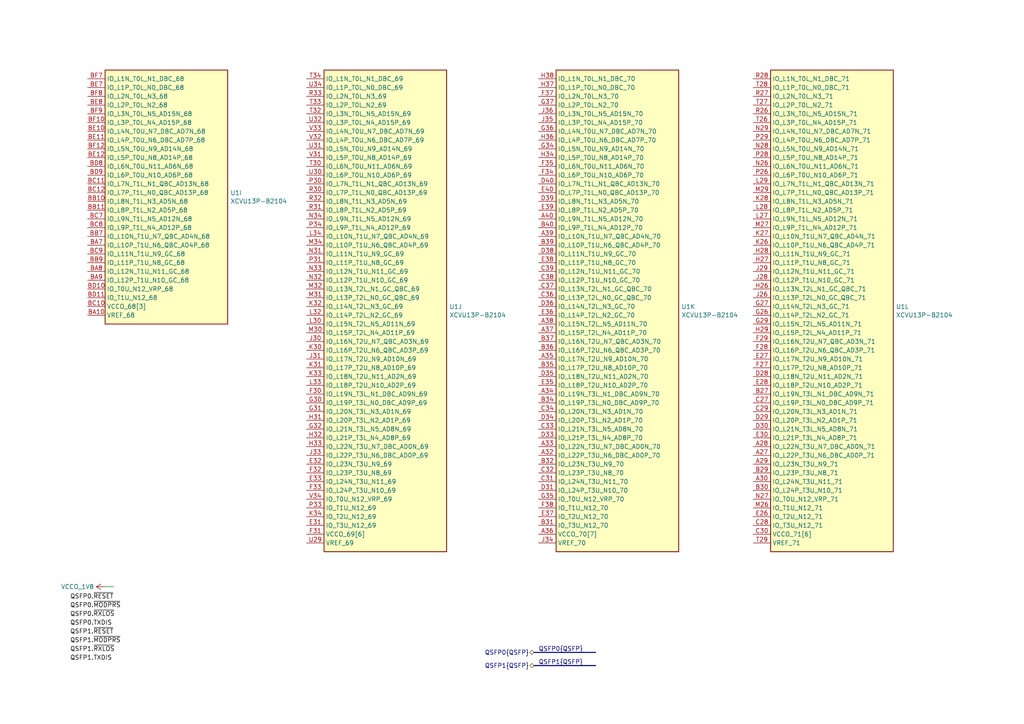
<source format=kicad_sch>
(kicad_sch (version 20231120) (generator "eeschema") (generator_version "8.0")
  (paper "A4")
  (lib_symbols
    (symbol "CHIPSAlliance_FPGA_Xilinx_Virtex_UltraScale_Plus:XCVU13P-B2104"
      (property "Reference" "U" (at -6.35 6.35 0))
      (property "Value" "XCVU13P-B2104" (at -6.35 3.81 0))
      (symbol "XCVU13P-B2104_1_1"
        (pin input line (at 0 -27.94 0) (length 5.08) (name "PUDC_B_0") (number "AA12"))
        (pin bidirectional line (at 0 -12.7 0) (length 5.08) (name "DONE_0") (number "AC12"))
        (pin output line (at 0 -38.1 0) (length 5.08) (name "TDO_0") (number "AC13"))
        (pin power_in line (at 0 -43.18 0) (length 5.08) (name "VCCO_0[2]") (number "AD13"))
        (pin input line (at 0 -25.4 0) (length 5.08) (name "PROGRAM_B_0") (number "AE12"))
        (pin input line (at 0 -33.02 0) (length 5.08) (name "TCK_0") (number "AE13"))
        (pin input line (at 0 -35.56 0) (length 5.08) (name "TDI_0") (number "AE15"))
        (pin passive line (at 0 -43.18 0) (length 5.08) hide (name "VCCO_0[2]") (number "AF13"))
        (pin bidirectional line (at 0 -30.48 0) (length 5.08) (name "RDWR_FCS_B_0") (number "AG12"))
        (pin bidirectional line (at 0 0 0) (length 5.08) (name "CCLK_0") (number "AG13"))
        (pin input line (at 0 -40.64 0) (length 5.08) (name "TMS_0") (number "AG15"))
        (pin bidirectional line (at 0 -10.16 0) (length 5.08) (name "D03_0") (number "AH12"))
        (pin bidirectional line (at 0 -5.08 0) (length 5.08) (name "D01_DIN_0") (number "AJ12"))
        (pin bidirectional line (at 0 -2.54 0) (length 5.08) (name "D00_MOSI_0") (number "AK12"))
        (pin bidirectional line (at 0 -7.62 0) (length 5.08) (name "D02_0") (number "AL12"))
        (pin input line (at 0 -22.86 0) (length 5.08) (name "M2_0") (number "R12"))
        (pin input line (at 0 -20.32 0) (length 5.08) (name "M1_0") (number "U12"))
        (pin input line (at 0 -17.78 0) (length 5.08) (name "M0_0") (number "V12"))
        (pin bidirectional line (at 0 -15.24 0) (length 5.08) (name "INIT_B_0") (number "Y12"))
      )
      (symbol "XCVU13P-B2104_2_1"
        (pin input line (at 0 -134.62 0) (length 5.08) (name "VREF_61") (number "AK30"))
        (pin bidirectional line (at 0 -119.38 0) (length 5.08) (name "IO_L24P_T3U_N10_61") (number "AL29"))
        (pin bidirectional line (at 0 -116.84 0) (length 5.08) (name "IO_L24N_T3U_N11_61") (number "AL30"))
        (pin bidirectional line (at 0 -109.22 0) (length 5.08) (name "IO_L22P_T3U_N6_DBC_AD0P_61") (number "AM29"))
        (pin bidirectional line (at 0 -106.68 0) (length 5.08) (name "IO_L22N_T3U_N7_DBC_AD0N_61") (number "AM30"))
        (pin bidirectional line (at 0 -114.3 0) (length 5.08) (name "IO_L23P_T3U_N8_61") (number "AM31"))
        (pin bidirectional line (at 0 -104.14 0) (length 5.08) (name "IO_L21P_T3L_N4_AD8P_61") (number "AN29"))
        (pin power_in line (at 0 -132.08 0) (length 5.08) (name "VCCO_61[6]") (number "AN30"))
        (pin bidirectional line (at 0 -111.76 0) (length 5.08) (name "IO_L23N_T3U_N9_61") (number "AN31"))
        (pin bidirectional line (at 0 -101.6 0) (length 5.08) (name "IO_L21N_T3L_N5_AD8N_61") (number "AP29"))
        (pin bidirectional line (at 0 -99.06 0) (length 5.08) (name "IO_L20P_T3L_N2_AD1P_61") (number "AP30"))
        (pin bidirectional line (at 0 -93.98 0) (length 5.08) (name "IO_L19P_T3L_N0_DBC_AD9P_61") (number "AP31"))
        (pin bidirectional line (at 0 -96.52 0) (length 5.08) (name "IO_L20N_T3L_N3_AD1N_61") (number "AR30"))
        (pin bidirectional line (at 0 -91.44 0) (length 5.08) (name "IO_L19N_T3L_N1_DBC_AD9N_61") (number "AR31"))
        (pin bidirectional line (at 0 -129.54 0) (length 5.08) (name "IO_T3U_N12_61") (number "AR32"))
        (pin bidirectional line (at 0 -88.9 0) (length 5.08) (name "IO_L18P_T2U_N10_AD2P_61") (number "AT29"))
        (pin bidirectional line (at 0 -86.36 0) (length 5.08) (name "IO_L18N_T2U_N11_AD2N_61") (number "AT30"))
        (pin passive line (at 0 -132.08 0) (length 5.08) hide (name "VCCO_61[6]") (number "AT31"))
        (pin bidirectional line (at 0 -127 0) (length 5.08) (name "IO_T2U_N12_61") (number "AT32"))
        (pin bidirectional line (at 0 -78.74 0) (length 5.08) (name "IO_L16P_T2U_N6_QBC_AD3P_61") (number "AU29"))
        (pin bidirectional line (at 0 -83.82 0) (length 5.08) (name "IO_L17P_T2U_N8_AD10P_61") (number "AU30"))
        (pin bidirectional line (at 0 -81.28 0) (length 5.08) (name "IO_L17N_T2U_N9_AD10N_61") (number "AU31"))
        (pin bidirectional line (at 0 -73.66 0) (length 5.08) (name "IO_L15P_T2L_N4_AD11P_61") (number "AU32"))
        (pin bidirectional line (at 0 -76.2 0) (length 5.08) (name "IO_L16N_T2U_N7_QBC_AD3N_61") (number "AV29"))
        (pin bidirectional line (at 0 -68.58 0) (length 5.08) (name "IO_L14P_T2L_N2_GC_61") (number "AV31"))
        (pin bidirectional line (at 0 -71.12 0) (length 5.08) (name "IO_L15N_T2L_N5_AD11N_61") (number "AV32"))
        (pin bidirectional line (at 0 -63.5 0) (length 5.08) (name "IO_L13P_T2L_N0_GC_QBC_61") (number "AW29"))
        (pin bidirectional line (at 0 -60.96 0) (length 5.08) (name "IO_L13N_T2L_N1_GC_QBC_61") (number "AW30"))
        (pin bidirectional line (at 0 -66.04 0) (length 5.08) (name "IO_L14N_T2L_N3_GC_61") (number "AW31"))
        (pin passive line (at 0 -132.08 0) (length 5.08) hide (name "VCCO_61[6]") (number "AW32"))
        (pin passive line (at 0 -132.08 0) (length 5.08) hide (name "VCCO_61[6]") (number "AY29"))
        (pin bidirectional line (at 0 -53.34 0) (length 5.08) (name "IO_L11P_T1U_N8_GC_61") (number "AY30"))
        (pin bidirectional line (at 0 -58.42 0) (length 5.08) (name "IO_L12P_T1U_N10_GC_61") (number "AY31"))
        (pin bidirectional line (at 0 -55.88 0) (length 5.08) (name "IO_L12N_T1U_N11_GC_61") (number "AY32"))
        (pin bidirectional line (at 0 -43.18 0) (length 5.08) (name "IO_L9P_T1L_N4_AD12P_61") (number "BA29"))
        (pin bidirectional line (at 0 -50.8 0) (length 5.08) (name "IO_L11N_T1U_N9_GC_61") (number "BA30"))
        (pin bidirectional line (at 0 -48.26 0) (length 5.08) (name "IO_L10P_T1U_N6_QBC_AD4P_61") (number "BA32"))
        (pin bidirectional line (at 0 -40.64 0) (length 5.08) (name "IO_L9N_T1L_N5_AD12N_61") (number "BB29"))
        (pin bidirectional line (at 0 -38.1 0) (length 5.08) (name "IO_L8P_T1L_N2_AD5P_61") (number "BB30"))
        (pin bidirectional line (at 0 -35.56 0) (length 5.08) (name "IO_L8N_T1L_N3_AD5N_61") (number "BB31"))
        (pin bidirectional line (at 0 -45.72 0) (length 5.08) (name "IO_L10N_T1U_N7_QBC_AD4N_61") (number "BB32"))
        (pin bidirectional line (at 0 -27.94 0) (length 5.08) (name "IO_L6P_T0U_N10_AD6P_61") (number "BC29"))
        (pin passive line (at 0 -132.08 0) (length 5.08) hide (name "VCCO_61[6]") (number "BC30"))
        (pin bidirectional line (at 0 -33.02 0) (length 5.08) (name "IO_L7P_T1L_N0_QBC_AD13P_61") (number "BC31"))
        (pin bidirectional line (at 0 -30.48 0) (length 5.08) (name "IO_L7N_T1L_N1_QBC_AD13N_61") (number "BC32"))
        (pin bidirectional line (at 0 -124.46 0) (length 5.08) (name "IO_T1U_N12_61") (number "BC33"))
        (pin bidirectional line (at 0 -25.4 0) (length 5.08) (name "IO_L6N_T0U_N11_AD6N_61") (number "BD29"))
        (pin bidirectional line (at 0 -17.78 0) (length 5.08) (name "IO_L4P_T0U_N6_DBC_AD7P_61") (number "BD30"))
        (pin bidirectional line (at 0 -15.24 0) (length 5.08) (name "IO_L4N_T0U_N7_DBC_AD7N_61") (number "BD31"))
        (pin bidirectional line (at 0 -22.86 0) (length 5.08) (name "IO_L5P_T0U_N8_AD14P_61") (number "BD33"))
        (pin bidirectional line (at 0 -12.7 0) (length 5.08) (name "IO_L3P_T0L_N4_AD15P_61") (number "BE30"))
        (pin bidirectional line (at 0 -7.62 0) (length 5.08) (name "IO_L2P_T0L_N2_61") (number "BE31"))
        (pin bidirectional line (at 0 -5.08 0) (length 5.08) (name "IO_L2N_T0L_N3_61") (number "BE32"))
        (pin bidirectional line (at 0 -20.32 0) (length 5.08) (name "IO_L5N_T0U_N9_AD14N_61") (number "BE33"))
        (pin bidirectional line (at 0 -10.16 0) (length 5.08) (name "IO_L3N_T0L_N5_AD15N_61") (number "BF30"))
        (pin passive line (at 0 -132.08 0) (length 5.08) hide (name "VCCO_61[6]") (number "BF31"))
        (pin bidirectional line (at 0 -2.54 0) (length 5.08) (name "IO_L1P_T0L_N0_DBC_61") (number "BF32"))
        (pin bidirectional line (at 0 0 0) (length 5.08) (name "IO_L1N_T0L_N1_DBC_61") (number "BF33"))
        (pin bidirectional line (at 0 -121.92 0) (length 5.08) (name "IO_T0U_N12_VRP_61") (number "BF34"))
      )
      (symbol "XCVU13P-B2104_3_1"
        (pin input line (at 0 -134.62 0) (length 5.08) (name "VREF_62") (number "AK33"))
        (pin bidirectional line (at 0 -114.3 0) (length 5.08) (name "IO_L23P_T3U_N8_62") (number "AL32"))
        (pin bidirectional line (at 0 -129.54 0) (length 5.08) (name "IO_T3U_N12_62") (number "AL33"))
        (pin bidirectional line (at 0 -119.38 0) (length 5.08) (name "IO_L24P_T3U_N10_62") (number "AL34"))
        (pin bidirectional line (at 0 -111.76 0) (length 5.08) (name "IO_L23N_T3U_N9_62") (number "AM32"))
        (pin power_in line (at 0 -132.08 0) (length 5.08) (name "VCCO_62[7]") (number "AM33"))
        (pin bidirectional line (at 0 -116.84 0) (length 5.08) (name "IO_L24N_T3U_N11_62") (number "AM34"))
        (pin bidirectional line (at 0 -109.22 0) (length 5.08) (name "IO_L22P_T3U_N6_DBC_AD0P_62") (number "AN32"))
        (pin bidirectional line (at 0 -106.68 0) (length 5.08) (name "IO_L22N_T3U_N7_DBC_AD0N_62") (number "AN33"))
        (pin bidirectional line (at 0 -104.14 0) (length 5.08) (name "IO_L21P_T3L_N4_AD8P_62") (number "AN34"))
        (pin bidirectional line (at 0 -99.06 0) (length 5.08) (name "IO_L20P_T3L_N2_AD1P_62") (number "AP33"))
        (pin bidirectional line (at 0 -101.6 0) (length 5.08) (name "IO_L21N_T3L_N5_AD8N_62") (number "AP34"))
        (pin bidirectional line (at 0 -96.52 0) (length 5.08) (name "IO_L20N_T3L_N3_AD1N_62") (number "AR33"))
        (pin passive line (at 0 -132.08 0) (length 5.08) hide (name "VCCO_62[7]") (number "AR34"))
        (pin bidirectional line (at 0 -93.98 0) (length 5.08) (name "IO_L19P_T3L_N0_DBC_AD9P_62") (number "AT33"))
        (pin bidirectional line (at 0 -91.44 0) (length 5.08) (name "IO_L19N_T3L_N1_DBC_AD9N_62") (number "AT34"))
        (pin bidirectional line (at 0 -127 0) (length 5.08) (name "IO_T2U_N12_62") (number "AU34"))
        (pin bidirectional line (at 0 -88.9 0) (length 5.08) (name "IO_L18P_T2U_N10_AD2P_62") (number "AV33"))
        (pin bidirectional line (at 0 -83.82 0) (length 5.08) (name "IO_L17P_T2U_N8_AD10P_62") (number "AV34"))
        (pin bidirectional line (at 0 -86.36 0) (length 5.08) (name "IO_L18N_T2U_N11_AD2N_62") (number "AW33"))
        (pin bidirectional line (at 0 -81.28 0) (length 5.08) (name "IO_L17N_T2U_N9_AD10N_62") (number "AW34"))
        (pin bidirectional line (at 0 -78.74 0) (length 5.08) (name "IO_L16P_T2U_N6_QBC_AD3P_62") (number "AW35"))
        (pin bidirectional line (at 0 -76.2 0) (length 5.08) (name "IO_L16N_T2U_N7_QBC_AD3N_62") (number "AW36"))
        (pin bidirectional line (at 0 -73.66 0) (length 5.08) (name "IO_L15P_T2L_N4_AD11P_62") (number "AY33"))
        (pin bidirectional line (at 0 -68.58 0) (length 5.08) (name "IO_L14P_T2L_N2_GC_62") (number "AY35"))
        (pin bidirectional line (at 0 -66.04 0) (length 5.08) (name "IO_L14N_T2L_N3_GC_62") (number "AY36"))
        (pin bidirectional line (at 0 -71.12 0) (length 5.08) (name "IO_L15N_T2L_N5_AD11N_62") (number "BA33"))
        (pin bidirectional line (at 0 -63.5 0) (length 5.08) (name "IO_L13P_T2L_N0_GC_QBC_62") (number "BA34"))
        (pin bidirectional line (at 0 -58.42 0) (length 5.08) (name "IO_L12P_T1U_N10_GC_62") (number "BA35"))
        (pin passive line (at 0 -132.08 0) (length 5.08) hide (name "VCCO_62[7]") (number "BA36"))
        (pin passive line (at 0 -132.08 0) (length 5.08) hide (name "VCCO_62[7]") (number "BB33"))
        (pin bidirectional line (at 0 -60.96 0) (length 5.08) (name "IO_L13N_T2L_N1_GC_QBC_62") (number "BB34"))
        (pin bidirectional line (at 0 -55.88 0) (length 5.08) (name "IO_L12N_T1U_N11_GC_62") (number "BB35"))
        (pin bidirectional line (at 0 -53.34 0) (length 5.08) (name "IO_L11P_T1U_N8_GC_62") (number "BB36"))
        (pin bidirectional line (at 0 -48.26 0) (length 5.08) (name "IO_L10P_T1U_N6_QBC_AD4P_62") (number "BB37"))
        (pin bidirectional line (at 0 -27.94 0) (length 5.08) (name "IO_L6P_T0U_N10_AD6P_62") (number "BB38"))
        (pin bidirectional line (at 0 -33.02 0) (length 5.08) (name "IO_L7P_T1L_N0_QBC_AD13P_62") (number "BC34"))
        (pin bidirectional line (at 0 -50.8 0) (length 5.08) (name "IO_L11N_T1U_N9_GC_62") (number "BC36"))
        (pin bidirectional line (at 0 -45.72 0) (length 5.08) (name "IO_L10N_T1U_N7_QBC_AD4N_62") (number "BC37"))
        (pin bidirectional line (at 0 -25.4 0) (length 5.08) (name "IO_L6N_T0U_N11_AD6N_62") (number "BC38"))
        (pin bidirectional line (at 0 -22.86 0) (length 5.08) (name "IO_L5P_T0U_N8_AD14P_62") (number "BC39"))
        (pin passive line (at 0 -132.08 0) (length 5.08) hide (name "VCCO_62[7]") (number "BC40"))
        (pin bidirectional line (at 0 -30.48 0) (length 5.08) (name "IO_L7N_T1L_N1_QBC_AD13N_62") (number "BD34"))
        (pin bidirectional line (at 0 -38.1 0) (length 5.08) (name "IO_L8P_T1L_N2_AD5P_62") (number "BD35"))
        (pin bidirectional line (at 0 -43.18 0) (length 5.08) (name "IO_L9P_T1L_N4_AD12P_62") (number "BD36"))
        (pin passive line (at 0 -132.08 0) (length 5.08) hide (name "VCCO_62[7]") (number "BD37"))
        (pin bidirectional line (at 0 -121.92 0) (length 5.08) (name "IO_T0U_N12_VRP_62") (number "BD38"))
        (pin bidirectional line (at 0 -20.32 0) (length 5.08) (name "IO_L5N_T0U_N9_AD14N_62") (number "BD39"))
        (pin bidirectional line (at 0 -17.78 0) (length 5.08) (name "IO_L4P_T0U_N6_DBC_AD7P_62") (number "BD40"))
        (pin passive line (at 0 -132.08 0) (length 5.08) hide (name "VCCO_62[7]") (number "BE34"))
        (pin bidirectional line (at 0 -35.56 0) (length 5.08) (name "IO_L8N_T1L_N3_AD5N_62") (number "BE35"))
        (pin bidirectional line (at 0 -40.64 0) (length 5.08) (name "IO_L9N_T1L_N5_AD12N_62") (number "BE36"))
        (pin bidirectional line (at 0 -12.7 0) (length 5.08) (name "IO_L3P_T0L_N4_AD15P_62") (number "BE37"))
        (pin bidirectional line (at 0 -7.62 0) (length 5.08) (name "IO_L2P_T0L_N2_62") (number "BE38"))
        (pin bidirectional line (at 0 -15.24 0) (length 5.08) (name "IO_L4N_T0U_N7_DBC_AD7N_62") (number "BE40"))
        (pin bidirectional line (at 0 -124.46 0) (length 5.08) (name "IO_T1U_N12_62") (number "BF35"))
        (pin bidirectional line (at 0 -10.16 0) (length 5.08) (name "IO_L3N_T0L_N5_AD15N_62") (number "BF37"))
        (pin bidirectional line (at 0 -5.08 0) (length 5.08) (name "IO_L2N_T0L_N3_62") (number "BF38"))
        (pin bidirectional line (at 0 -2.54 0) (length 5.08) (name "IO_L1P_T0L_N0_DBC_62") (number "BF39"))
        (pin bidirectional line (at 0 0 0) (length 5.08) (name "IO_L1N_T0L_N1_DBC_62") (number "BF40"))
      )
      (symbol "XCVU13P-B2104_4_1"
        (pin bidirectional line (at 0 -93.98 0) (length 5.08) (name "IO_L19P_T3L_N0_DBC_AD9P_63") (number "AA32"))
        (pin bidirectional line (at 0 -91.44 0) (length 5.08) (name "IO_L19N_T3L_N1_DBC_AD9N_63") (number "AA33"))
        (pin bidirectional line (at 0 -99.06 0) (length 5.08) (name "IO_L20P_T3L_N2_AD1P_63") (number "AA34"))
        (pin input line (at 0 -134.62 0) (length 5.08) (name "VREF_63") (number "AB31"))
        (pin bidirectional line (at 0 -129.54 0) (length 5.08) (name "IO_T3U_N12_63") (number "AB32"))
        (pin passive line (at 0 -132.08 0) (length 5.08) hide (name "VCCO_63[6]") (number "AB33"))
        (pin bidirectional line (at 0 -96.52 0) (length 5.08) (name "IO_L20N_T3L_N3_AD1N_63") (number "AB34"))
        (pin bidirectional line (at 0 -78.74 0) (length 5.08) (name "IO_L16P_T2U_N6_QBC_AD3P_63") (number "AC31"))
        (pin bidirectional line (at 0 -83.82 0) (length 5.08) (name "IO_L17P_T2U_N8_AD10P_63") (number "AC32"))
        (pin bidirectional line (at 0 -81.28 0) (length 5.08) (name "IO_L17N_T2U_N9_AD10N_63") (number "AC33"))
        (pin bidirectional line (at 0 -88.9 0) (length 5.08) (name "IO_L18P_T2U_N10_AD2P_63") (number "AC34"))
        (pin bidirectional line (at 0 -127 0) (length 5.08) (name "IO_T2U_N12_63") (number "AD30"))
        (pin bidirectional line (at 0 -76.2 0) (length 5.08) (name "IO_L16N_T2U_N7_QBC_AD3N_63") (number "AD31"))
        (pin bidirectional line (at 0 -68.58 0) (length 5.08) (name "IO_L14P_T2L_N2_GC_63") (number "AD33"))
        (pin bidirectional line (at 0 -86.36 0) (length 5.08) (name "IO_L18N_T2U_N11_AD2N_63") (number "AD34"))
        (pin bidirectional line (at 0 -73.66 0) (length 5.08) (name "IO_L15P_T2L_N4_AD11P_63") (number "AE30"))
        (pin bidirectional line (at 0 -63.5 0) (length 5.08) (name "IO_L13P_T2L_N0_GC_QBC_63") (number "AE31"))
        (pin bidirectional line (at 0 -60.96 0) (length 5.08) (name "IO_L13N_T2L_N1_GC_QBC_63") (number "AE32"))
        (pin bidirectional line (at 0 -66.04 0) (length 5.08) (name "IO_L14N_T2L_N3_GC_63") (number "AE33"))
        (pin passive line (at 0 -132.08 0) (length 5.08) hide (name "VCCO_63[6]") (number "AE34"))
        (pin bidirectional line (at 0 -71.12 0) (length 5.08) (name "IO_L15N_T2L_N5_AD11N_63") (number "AF30"))
        (pin passive line (at 0 -132.08 0) (length 5.08) hide (name "VCCO_63[6]") (number "AF31"))
        (pin bidirectional line (at 0 -58.42 0) (length 5.08) (name "IO_L12P_T1U_N10_GC_63") (number "AF32"))
        (pin bidirectional line (at 0 -55.88 0) (length 5.08) (name "IO_L12N_T1U_N11_GC_63") (number "AF33"))
        (pin bidirectional line (at 0 -43.18 0) (length 5.08) (name "IO_L9P_T1L_N4_AD12P_63") (number "AF34"))
        (pin bidirectional line (at 0 -22.86 0) (length 5.08) (name "IO_L5P_T0U_N8_AD14P_63") (number "AG29"))
        (pin bidirectional line (at 0 -20.32 0) (length 5.08) (name "IO_L5N_T0U_N9_AD14N_63") (number "AG30"))
        (pin bidirectional line (at 0 -53.34 0) (length 5.08) (name "IO_L11P_T1U_N8_GC_63") (number "AG31"))
        (pin bidirectional line (at 0 -50.8 0) (length 5.08) (name "IO_L11N_T1U_N9_GC_63") (number "AG32"))
        (pin bidirectional line (at 0 -40.64 0) (length 5.08) (name "IO_L9N_T1L_N5_AD12N_63") (number "AG34"))
        (pin bidirectional line (at 0 -17.78 0) (length 5.08) (name "IO_L4P_T0U_N6_DBC_AD7P_63") (number "AH28"))
        (pin bidirectional line (at 0 -15.24 0) (length 5.08) (name "IO_L4N_T0U_N7_DBC_AD7N_63") (number "AH29"))
        (pin bidirectional line (at 0 -48.26 0) (length 5.08) (name "IO_L10P_T1U_N6_QBC_AD4P_63") (number "AH31"))
        (pin bidirectional line (at 0 -45.72 0) (length 5.08) (name "IO_L10N_T1U_N7_QBC_AD4N_63") (number "AH32"))
        (pin bidirectional line (at 0 -38.1 0) (length 5.08) (name "IO_L8P_T1L_N2_AD5P_63") (number "AH33"))
        (pin bidirectional line (at 0 -33.02 0) (length 5.08) (name "IO_L7P_T1L_N0_QBC_AD13P_63") (number "AH34"))
        (pin bidirectional line (at 0 -2.54 0) (length 5.08) (name "IO_L1P_T0L_N0_DBC_63") (number "AJ27"))
        (pin bidirectional line (at 0 -7.62 0) (length 5.08) (name "IO_L2P_T0L_N2_63") (number "AJ28"))
        (pin bidirectional line (at 0 -12.7 0) (length 5.08) (name "IO_L3P_T0L_N4_AD15P_63") (number "AJ29"))
        (pin bidirectional line (at 0 -10.16 0) (length 5.08) (name "IO_L3N_T0L_N5_AD15N_63") (number "AJ30"))
        (pin bidirectional line (at 0 -27.94 0) (length 5.08) (name "IO_L6P_T0U_N10_AD6P_63") (number "AJ31"))
        (pin passive line (at 0 -132.08 0) (length 5.08) hide (name "VCCO_63[6]") (number "AJ32"))
        (pin bidirectional line (at 0 -35.56 0) (length 5.08) (name "IO_L8N_T1L_N3_AD5N_63") (number "AJ33"))
        (pin bidirectional line (at 0 -30.48 0) (length 5.08) (name "IO_L7N_T1L_N1_QBC_AD13N_63") (number "AJ34"))
        (pin bidirectional line (at 0 -121.92 0) (length 5.08) (name "IO_T0U_N12_VRP_63") (number "AK26"))
        (pin bidirectional line (at 0 0 0) (length 5.08) (name "IO_L1N_T0L_N1_DBC_63") (number "AK27"))
        (pin bidirectional line (at 0 -5.08 0) (length 5.08) (name "IO_L2N_T0L_N3_63") (number "AK28"))
        (pin passive line (at 0 -132.08 0) (length 5.08) hide (name "VCCO_63[6]") (number "AK29"))
        (pin bidirectional line (at 0 -25.4 0) (length 5.08) (name "IO_L6N_T0U_N11_AD6N_63") (number "AK31"))
        (pin bidirectional line (at 0 -124.46 0) (length 5.08) (name "IO_T1U_N12_63") (number "AK32"))
        (pin bidirectional line (at 0 -104.14 0) (length 5.08) (name "IO_L21P_T3L_N4_AD8P_63") (number "W30"))
        (pin bidirectional line (at 0 -109.22 0) (length 5.08) (name "IO_L22P_T3U_N6_DBC_AD0P_63") (number "W31"))
        (pin power_in line (at 0 -132.08 0) (length 5.08) (name "VCCO_63[6]") (number "W32"))
        (pin bidirectional line (at 0 -119.38 0) (length 5.08) (name "IO_L24P_T3U_N10_63") (number "W33"))
        (pin bidirectional line (at 0 -116.84 0) (length 5.08) (name "IO_L24N_T3U_N11_63") (number "W34"))
        (pin bidirectional line (at 0 -101.6 0) (length 5.08) (name "IO_L21N_T3L_N5_AD8N_63") (number "Y30"))
        (pin bidirectional line (at 0 -106.68 0) (length 5.08) (name "IO_L22N_T3U_N7_DBC_AD0N_63") (number "Y31"))
        (pin bidirectional line (at 0 -114.3 0) (length 5.08) (name "IO_L23P_T3U_N8_63") (number "Y32"))
        (pin bidirectional line (at 0 -111.76 0) (length 5.08) (name "IO_L23N_T3U_N9_63") (number "Y33"))
      )
      (symbol "XCVU13P-B2104_5_1"
        (pin bidirectional line (at 0 -119.38 0) (length 5.08) (name "IO_L24P_T3U_N10_64") (number "AL21"))
        (pin bidirectional line (at 0 -114.3 0) (length 5.08) (name "IO_L23P_T3U_N8_64") (number "AL22"))
        (pin input line (at 0 -134.62 0) (length 5.08) (name "VREF_64") (number "AL23"))
        (pin bidirectional line (at 0 -109.22 0) (length 5.08) (name "IO_L22P_T3U_N6_DBC_AD0P_64") (number "AL24"))
        (pin bidirectional line (at 0 -116.84 0) (length 5.08) (name "IO_L24N_T3U_N11_64") (number "AM21"))
        (pin bidirectional line (at 0 -111.76 0) (length 5.08) (name "IO_L23N_T3U_N9_64") (number "AM22"))
        (pin power_in line (at 0 -132.08 0) (length 5.08) (name "VCCO_64[8]") (number "AM23"))
        (pin bidirectional line (at 0 -106.68 0) (length 5.08) (name "IO_L22N_T3U_N7_DBC_AD0N_64") (number "AM24"))
        (pin bidirectional line (at 0 -91.44 0) (length 5.08) (name "IO_L19N_T3L_N1_DBC_AD9N_64") (number "AN21"))
        (pin bidirectional line (at 0 -93.98 0) (length 5.08) (name "IO_L19P_T3L_N0_DBC_AD9P_64") (number "AN22"))
        (pin bidirectional line (at 0 -99.06 0) (length 5.08) (name "IO_L20P_T3L_N2_AD1P_64") (number "AN23"))
        (pin bidirectional line (at 0 -104.14 0) (length 5.08) (name "IO_L21P_T3L_N4_AD8P_64") (number "AN24"))
        (pin bidirectional line (at 0 -129.54 0) (length 5.08) (name "IO_T3U_N12_64") (number "AP21"))
        (pin bidirectional line (at 0 -96.52 0) (length 5.08) (name "IO_L20N_T3L_N3_AD1N_64") (number "AP23"))
        (pin bidirectional line (at 0 -101.6 0) (length 5.08) (name "IO_L21N_T3L_N5_AD8N_64") (number "AP24"))
        (pin bidirectional line (at 0 -127 0) (length 5.08) (name "IO_T2U_N12_64") (number "AR21"))
        (pin bidirectional line (at 0 -78.74 0) (length 5.08) (name "IO_L16P_T2U_N6_QBC_AD3P_64") (number "AR22"))
        (pin bidirectional line (at 0 -83.82 0) (length 5.08) (name "IO_L17P_T2U_N8_AD10P_64") (number "AR23"))
        (pin passive line (at 0 -132.08 0) (length 5.08) hide (name "VCCO_64[8]") (number "AR24"))
        (pin passive line (at 0 -132.08 0) (length 5.08) hide (name "VCCO_64[8]") (number "AT21"))
        (pin bidirectional line (at 0 -76.2 0) (length 5.08) (name "IO_L16N_T2U_N7_QBC_AD3N_64") (number "AT22"))
        (pin bidirectional line (at 0 -81.28 0) (length 5.08) (name "IO_L17N_T2U_N9_AD10N_64") (number "AT23"))
        (pin bidirectional line (at 0 -88.9 0) (length 5.08) (name "IO_L18P_T2U_N10_AD2P_64") (number "AT24"))
        (pin bidirectional line (at 0 -73.66 0) (length 5.08) (name "IO_L15P_T2L_N4_AD11P_64") (number "AU22"))
        (pin bidirectional line (at 0 -86.36 0) (length 5.08) (name "IO_L18N_T2U_N11_AD2N_64") (number "AU24"))
        (pin bidirectional line (at 0 -71.12 0) (length 5.08) (name "IO_L15N_T2L_N5_AD11N_64") (number "AV22"))
        (pin bidirectional line (at 0 -63.5 0) (length 5.08) (name "IO_L13P_T2L_N0_GC_QBC_64") (number "AV23"))
        (pin bidirectional line (at 0 -68.58 0) (length 5.08) (name "IO_L14P_T2L_N2_GC_64") (number "AV24"))
        (pin passive line (at 0 -132.08 0) (length 5.08) hide (name "VCCO_64[8]") (number "AW22"))
        (pin bidirectional line (at 0 -60.96 0) (length 5.08) (name "IO_L13N_T2L_N1_GC_QBC_64") (number "AW23"))
        (pin bidirectional line (at 0 -66.04 0) (length 5.08) (name "IO_L14N_T2L_N3_GC_64") (number "AW24"))
        (pin bidirectional line (at 0 -53.34 0) (length 5.08) (name "IO_L11P_T1U_N8_GC_64") (number "AY22"))
        (pin bidirectional line (at 0 -58.42 0) (length 5.08) (name "IO_L12P_T1U_N10_GC_64") (number "AY23"))
        (pin bidirectional line (at 0 -33.02 0) (length 5.08) (name "IO_L7P_T1L_N0_QBC_AD13P_64") (number "BA20"))
        (pin bidirectional line (at 0 -50.8 0) (length 5.08) (name "IO_L11N_T1U_N9_GC_64") (number "BA22"))
        (pin bidirectional line (at 0 -55.88 0) (length 5.08) (name "IO_L12N_T1U_N11_GC_64") (number "BA23"))
        (pin bidirectional line (at 0 -48.26 0) (length 5.08) (name "IO_L10P_T1U_N6_QBC_AD4P_64") (number "BA24"))
        (pin bidirectional line (at 0 -30.48 0) (length 5.08) (name "IO_L7N_T1L_N1_QBC_AD13N_64") (number "BB20"))
        (pin bidirectional line (at 0 -38.1 0) (length 5.08) (name "IO_L8P_T1L_N2_AD5P_64") (number "BB21"))
        (pin bidirectional line (at 0 -43.18 0) (length 5.08) (name "IO_L9P_T1L_N4_AD12P_64") (number "BB22"))
        (pin passive line (at 0 -132.08 0) (length 5.08) hide (name "VCCO_64[8]") (number "BB23"))
        (pin bidirectional line (at 0 -45.72 0) (length 5.08) (name "IO_L10N_T1U_N7_QBC_AD4N_64") (number "BB24"))
        (pin passive line (at 0 -132.08 0) (length 5.08) hide (name "VCCO_64[8]") (number "BC20"))
        (pin bidirectional line (at 0 -35.56 0) (length 5.08) (name "IO_L8N_T1L_N3_AD5N_64") (number "BC21"))
        (pin bidirectional line (at 0 -40.64 0) (length 5.08) (name "IO_L9N_T1L_N5_AD12N_64") (number "BC22"))
        (pin bidirectional line (at 0 -124.46 0) (length 5.08) (name "IO_T1U_N12_64") (number "BC23"))
        (pin bidirectional line (at 0 -12.7 0) (length 5.08) (name "IO_L3P_T0L_N4_AD15P_64") (number "BC24"))
        (pin bidirectional line (at 0 -27.94 0) (length 5.08) (name "IO_L6P_T0U_N10_AD6P_64") (number "BD20"))
        (pin bidirectional line (at 0 -22.86 0) (length 5.08) (name "IO_L5P_T0U_N8_AD14P_64") (number "BD21"))
        (pin bidirectional line (at 0 -7.62 0) (length 5.08) (name "IO_L2P_T0L_N2_64") (number "BD23"))
        (pin bidirectional line (at 0 -10.16 0) (length 5.08) (name "IO_L3N_T0L_N5_AD15N_64") (number "BD24"))
        (pin bidirectional line (at 0 -25.4 0) (length 5.08) (name "IO_L6N_T0U_N11_AD6N_64") (number "BE20"))
        (pin bidirectional line (at 0 -20.32 0) (length 5.08) (name "IO_L5N_T0U_N9_AD14N_64") (number "BE21"))
        (pin bidirectional line (at 0 -17.78 0) (length 5.08) (name "IO_L4P_T0U_N6_DBC_AD7P_64") (number "BE22"))
        (pin bidirectional line (at 0 -5.08 0) (length 5.08) (name "IO_L2N_T0L_N3_64") (number "BE23"))
        (pin passive line (at 0 -132.08 0) (length 5.08) hide (name "VCCO_64[8]") (number "BE24"))
        (pin bidirectional line (at 0 -121.92 0) (length 5.08) (name "IO_T0U_N12_VRP_64") (number "BF20"))
        (pin passive line (at 0 -132.08 0) (length 5.08) hide (name "VCCO_64[8]") (number "BF21"))
        (pin bidirectional line (at 0 -15.24 0) (length 5.08) (name "IO_L4N_T0U_N7_DBC_AD7N_64") (number "BF22"))
        (pin bidirectional line (at 0 0 0) (length 5.08) (name "IO_L1N_T0L_N1_DBC_64") (number "BF23"))
        (pin bidirectional line (at 0 -2.54 0) (length 5.08) (name "IO_L1P_T0L_N0_DBC_64") (number "BF24"))
      )
      (symbol "XCVU13P-B2104_6_1"
        (pin input line (at 0 -134.62 0) (length 5.08) (name "VREF_65") (number "AK25"))
        (pin bidirectional line (at 0 -104.14 0) (length 5.08) (name "IO_L21P_T3L_N4_AD8P_D06_65") (number "AL25"))
        (pin power_in line (at 0 -132.08 0) (length 5.08) (name "VCCO_65[6]") (number "AL26"))
        (pin bidirectional line (at 0 -119.38 0) (length 5.08) (name "IO_L24P_T3U_N10_EMCCLK_65") (number "AL27"))
        (pin bidirectional line (at 0 -116.84 0) (length 5.08) (name "IO_L24N_T3U_N11_DOUT_CSO_B_65") (number "AL28"))
        (pin bidirectional line (at 0 -101.6 0) (length 5.08) (name "IO_L21N_T3L_N5_AD8N_D07_65") (number "AM25"))
        (pin bidirectional line (at 0 -109.22 0) (length 5.08) (name "IO_L22P_T3U_N6_DBC_AD0P_D04_65") (number "AM26"))
        (pin bidirectional line (at 0 -114.3 0) (length 5.08) (name "IO_L23P_T3U_N8_I2C_SCLK_65") (number "AM27"))
        (pin bidirectional line (at 0 -106.68 0) (length 5.08) (name "IO_L22N_T3U_N7_DBC_AD0N_D05_65") (number "AN26"))
        (pin bidirectional line (at 0 -111.76 0) (length 5.08) (name "IO_L23N_T3U_N9_PERSTN1_I2C_SDA_65") (number "AN27"))
        (pin bidirectional line (at 0 -99.06 0) (length 5.08) (name "IO_L20P_T3L_N2_AD1P_D08_65") (number "AN28"))
        (pin bidirectional line (at 0 -93.98 0) (length 5.08) (name "IO_L19P_T3L_N0_DBC_AD9P_D10_65") (number "AP25"))
        (pin bidirectional line (at 0 -91.44 0) (length 5.08) (name "IO_L19N_T3L_N1_DBC_AD9N_D11_65") (number "AP26"))
        (pin passive line (at 0 -132.08 0) (length 5.08) hide (name "VCCO_65[6]") (number "AP27"))
        (pin bidirectional line (at 0 -96.52 0) (length 5.08) (name "IO_L20N_T3L_N3_AD1N_D09_65") (number "AP28"))
        (pin bidirectional line (at 0 -78.74 0) (length 5.08) (name "IO_L16P_T2U_N6_QBC_AD3P_A00_D16_65") (number "AR25"))
        (pin bidirectional line (at 0 -129.54 0) (length 5.08) (name "IO_T3U_N12_PERSTN0_65") (number "AR26"))
        (pin bidirectional line (at 0 -83.82 0) (length 5.08) (name "IO_L17P_T2U_N8_AD10P_D14_65") (number "AR27"))
        (pin bidirectional line (at 0 -88.9 0) (length 5.08) (name "IO_L18P_T2U_N10_AD2P_D12_65") (number "AR28"))
        (pin bidirectional line (at 0 -76.2 0) (length 5.08) (name "IO_L16N_T2U_N7_QBC_AD3N_A01_D17_65") (number "AT25"))
        (pin bidirectional line (at 0 -81.28 0) (length 5.08) (name "IO_L17N_T2U_N9_AD10N_D15_65") (number "AT27"))
        (pin bidirectional line (at 0 -86.36 0) (length 5.08) (name "IO_L18N_T2U_N11_AD2N_D13_65") (number "AT28"))
        (pin bidirectional line (at 0 -127 0) (length 5.08) (name "IO_T2U_N12_CSI_ADV_B_65") (number "AU25"))
        (pin bidirectional line (at 0 -73.66 0) (length 5.08) (name "IO_L15P_T2L_N4_AD11P_A02_D18_65") (number "AU26"))
        (pin bidirectional line (at 0 -71.12 0) (length 5.08) (name "IO_L15N_T2L_N5_AD11N_A03_D19_65") (number "AU27"))
        (pin passive line (at 0 -132.08 0) (length 5.08) hide (name "VCCO_65[6]") (number "AU28"))
        (pin passive line (at 0 -132.08 0) (length 5.08) hide (name "VCCO_65[6]") (number "AV25"))
        (pin bidirectional line (at 0 -63.5 0) (length 5.08) (name "IO_L13P_T2L_N0_GC_QBC_A06_D22_65") (number "AV26"))
        (pin bidirectional line (at 0 -68.58 0) (length 5.08) (name "IO_L14P_T2L_N2_GC_A04_D20_65") (number "AV27"))
        (pin bidirectional line (at 0 -66.04 0) (length 5.08) (name "IO_L14N_T2L_N3_GC_A05_D21_65") (number "AV28"))
        (pin bidirectional line (at 0 -48.26 0) (length 5.08) (name "IO_L10P_T1U_N6_QBC_AD4P_A12_D28_65") (number "AW25"))
        (pin bidirectional line (at 0 -60.96 0) (length 5.08) (name "IO_L13N_T2L_N1_GC_QBC_A07_D23_65") (number "AW26"))
        (pin bidirectional line (at 0 -58.42 0) (length 5.08) (name "IO_L12P_T1U_N10_GC_A08_D24_65") (number "AW28"))
        (pin bidirectional line (at 0 -45.72 0) (length 5.08) (name "IO_L10N_T1U_N7_QBC_AD4N_A13_D29_65") (number "AY25"))
        (pin bidirectional line (at 0 -53.34 0) (length 5.08) (name "IO_L11P_T1U_N8_GC_A10_D26_65") (number "AY26"))
        (pin bidirectional line (at 0 -50.8 0) (length 5.08) (name "IO_L11N_T1U_N9_GC_A11_D27_65") (number "AY27"))
        (pin bidirectional line (at 0 -55.88 0) (length 5.08) (name "IO_L12N_T1U_N11_GC_A09_D25_65") (number "AY28"))
        (pin bidirectional line (at 0 -33.02 0) (length 5.08) (name "IO_L7P_T1L_N0_QBC_AD13P_A18_65") (number "BA25"))
        (pin passive line (at 0 -132.08 0) (length 5.08) hide (name "VCCO_65[6]") (number "BA26"))
        (pin bidirectional line (at 0 -43.18 0) (length 5.08) (name "IO_L9P_T1L_N4_AD12P_A14_D30_65") (number "BA27"))
        (pin bidirectional line (at 0 -40.64 0) (length 5.08) (name "IO_L9N_T1L_N5_AD12N_A15_D31_65") (number "BA28"))
        (pin bidirectional line (at 0 -30.48 0) (length 5.08) (name "IO_L7N_T1L_N1_QBC_AD13N_A19_65") (number "BB25"))
        (pin bidirectional line (at 0 -38.1 0) (length 5.08) (name "IO_L8P_T1L_N2_AD5P_A16_65") (number "BB26"))
        (pin bidirectional line (at 0 -35.56 0) (length 5.08) (name "IO_L8N_T1L_N3_AD5N_A17_65") (number "BB27"))
        (pin bidirectional line (at 0 -27.94 0) (length 5.08) (name "IO_L6P_T0U_N10_AD6P_A20_65") (number "BC26"))
        (pin bidirectional line (at 0 -25.4 0) (length 5.08) (name "IO_L6N_T0U_N11_AD6N_A21_65") (number "BC27"))
        (pin bidirectional line (at 0 -124.46 0) (length 5.08) (name "IO_T1U_N12_SMBALERT_65") (number "BC28"))
        (pin bidirectional line (at 0 -121.92 0) (length 5.08) (name "IO_T0U_N12_VRP_A28_65") (number "BD25"))
        (pin bidirectional line (at 0 -17.78 0) (length 5.08) (name "IO_L4P_T0U_N6_DBC_AD7P_A24_65") (number "BD26"))
        (pin passive line (at 0 -132.08 0) (length 5.08) hide (name "VCCO_65[6]") (number "BD27"))
        (pin bidirectional line (at 0 -12.7 0) (length 5.08) (name "IO_L3P_T0L_N4_AD15P_A26_65") (number "BD28"))
        (pin bidirectional line (at 0 -22.86 0) (length 5.08) (name "IO_L5P_T0U_N8_AD14P_A22_65") (number "BE25"))
        (pin bidirectional line (at 0 -15.24 0) (length 5.08) (name "IO_L4N_T0U_N7_DBC_AD7N_A25_65") (number "BE26"))
        (pin bidirectional line (at 0 -7.62 0) (length 5.08) (name "IO_L2P_T0L_N2_FOE_B_65") (number "BE27"))
        (pin bidirectional line (at 0 -10.16 0) (length 5.08) (name "IO_L3N_T0L_N5_AD15N_A27_65") (number "BE28"))
        (pin bidirectional line (at 0 -20.32 0) (length 5.08) (name "IO_L5N_T0U_N9_AD14N_A23_65") (number "BF25"))
        (pin bidirectional line (at 0 -5.08 0) (length 5.08) (name "IO_L2N_T0L_N3_FWE_FCS2_B_65") (number "BF27"))
        (pin bidirectional line (at 0 -2.54 0) (length 5.08) (name "IO_L1P_T0L_N0_DBC_RS0_65") (number "BF28"))
        (pin bidirectional line (at 0 0 0) (length 5.08) (name "IO_L1N_T0L_N1_DBC_RS1_65") (number "BF29"))
      )
      (symbol "XCVU13P-B2104_7_1"
        (pin power_in line (at 0 -132.08 0) (length 5.08) (name "VCCO_66[6]") (number "AL16"))
        (pin bidirectional line (at 0 -109.22 0) (length 5.08) (name "IO_L22P_T3U_N6_DBC_AD0P_66") (number "AL17"))
        (pin input line (at 0 -134.62 0) (length 5.08) (name "VREF_66") (number "AL18"))
        (pin bidirectional line (at 0 -114.3 0) (length 5.08) (name "IO_L23P_T3U_N8_66") (number "AL19"))
        (pin bidirectional line (at 0 -119.38 0) (length 5.08) (name "IO_L24P_T3U_N10_66") (number "AL20"))
        (pin bidirectional line (at 0 -104.14 0) (length 5.08) (name "IO_L21P_T3L_N4_AD8P_66") (number "AM16"))
        (pin bidirectional line (at 0 -106.68 0) (length 5.08) (name "IO_L22N_T3U_N7_DBC_AD0N_66") (number "AM17"))
        (pin bidirectional line (at 0 -111.76 0) (length 5.08) (name "IO_L23N_T3U_N9_66") (number "AM19"))
        (pin bidirectional line (at 0 -116.84 0) (length 5.08) (name "IO_L24N_T3U_N11_66") (number "AM20"))
        (pin bidirectional line (at 0 -101.6 0) (length 5.08) (name "IO_L21N_T3L_N5_AD8N_66") (number "AN16"))
        (pin bidirectional line (at 0 -91.44 0) (length 5.08) (name "IO_L19N_T3L_N1_DBC_AD9N_66") (number "AN17"))
        (pin bidirectional line (at 0 -93.98 0) (length 5.08) (name "IO_L19P_T3L_N0_DBC_AD9P_66") (number "AN18"))
        (pin bidirectional line (at 0 -99.06 0) (length 5.08) (name "IO_L20P_T3L_N2_AD1P_66") (number "AN19"))
        (pin passive line (at 0 -132.08 0) (length 5.08) hide (name "VCCO_66[6]") (number "AN20"))
        (pin bidirectional line (at 0 -129.54 0) (length 5.08) (name "IO_T3U_N12_66") (number "AP16"))
        (pin passive line (at 0 -132.08 0) (length 5.08) hide (name "VCCO_66[6]") (number "AP17"))
        (pin bidirectional line (at 0 -83.82 0) (length 5.08) (name "IO_L17P_T2U_N8_AD10P_66") (number "AP18"))
        (pin bidirectional line (at 0 -96.52 0) (length 5.08) (name "IO_L20N_T3L_N3_AD1N_66") (number "AP19"))
        (pin bidirectional line (at 0 -88.9 0) (length 5.08) (name "IO_L18P_T2U_N10_AD2P_66") (number "AP20"))
        (pin bidirectional line (at 0 -78.74 0) (length 5.08) (name "IO_L16P_T2U_N6_QBC_AD3P_66") (number "AR17"))
        (pin bidirectional line (at 0 -81.28 0) (length 5.08) (name "IO_L17N_T2U_N9_AD10N_66") (number "AR18"))
        (pin bidirectional line (at 0 -86.36 0) (length 5.08) (name "IO_L18N_T2U_N11_AD2N_66") (number "AR20"))
        (pin bidirectional line (at 0 -76.2 0) (length 5.08) (name "IO_L16N_T2U_N7_QBC_AD3N_66") (number "AT17"))
        (pin bidirectional line (at 0 -73.66 0) (length 5.08) (name "IO_L15P_T2L_N4_AD11P_66") (number "AT18"))
        (pin bidirectional line (at 0 -63.5 0) (length 5.08) (name "IO_L13P_T2L_N0_GC_QBC_66") (number "AT19"))
        (pin bidirectional line (at 0 -68.58 0) (length 5.08) (name "IO_L14P_T2L_N2_GC_66") (number "AT20"))
        (pin bidirectional line (at 0 -71.12 0) (length 5.08) (name "IO_L15N_T2L_N5_AD11N_66") (number "AU17"))
        (pin passive line (at 0 -132.08 0) (length 5.08) hide (name "VCCO_66[6]") (number "AU18"))
        (pin bidirectional line (at 0 -60.96 0) (length 5.08) (name "IO_L13N_T2L_N1_GC_QBC_66") (number "AU19"))
        (pin bidirectional line (at 0 -66.04 0) (length 5.08) (name "IO_L14N_T2L_N3_GC_66") (number "AU20"))
        (pin bidirectional line (at 0 -127 0) (length 5.08) (name "IO_T2U_N12_66") (number "AU21"))
        (pin bidirectional line (at 0 -124.46 0) (length 5.08) (name "IO_T1U_N12_66") (number "AV17"))
        (pin bidirectional line (at 0 -53.34 0) (length 5.08) (name "IO_L11P_T1U_N8_GC_66") (number "AV18"))
        (pin bidirectional line (at 0 -58.42 0) (length 5.08) (name "IO_L12P_T1U_N10_GC_66") (number "AV19"))
        (pin bidirectional line (at 0 -48.26 0) (length 5.08) (name "IO_L10P_T1U_N6_QBC_AD4P_66") (number "AV21"))
        (pin bidirectional line (at 0 -50.8 0) (length 5.08) (name "IO_L11N_T1U_N9_GC_66") (number "AW18"))
        (pin bidirectional line (at 0 -55.88 0) (length 5.08) (name "IO_L12N_T1U_N11_GC_66") (number "AW19"))
        (pin bidirectional line (at 0 -43.18 0) (length 5.08) (name "IO_L9P_T1L_N4_AD12P_66") (number "AW20"))
        (pin bidirectional line (at 0 -45.72 0) (length 5.08) (name "IO_L10N_T1U_N7_QBC_AD4N_66") (number "AW21"))
        (pin bidirectional line (at 0 -33.02 0) (length 5.08) (name "IO_L7P_T1L_N0_QBC_AD13P_66") (number "AY17"))
        (pin bidirectional line (at 0 -38.1 0) (length 5.08) (name "IO_L8P_T1L_N2_AD5P_66") (number "AY18"))
        (pin passive line (at 0 -132.08 0) (length 5.08) hide (name "VCCO_66[6]") (number "AY19"))
        (pin bidirectional line (at 0 -40.64 0) (length 5.08) (name "IO_L9N_T1L_N5_AD12N_66") (number "AY20"))
        (pin bidirectional line (at 0 -30.48 0) (length 5.08) (name "IO_L7N_T1L_N1_QBC_AD13N_66") (number "BA17"))
        (pin bidirectional line (at 0 -35.56 0) (length 5.08) (name "IO_L8N_T1L_N3_AD5N_66") (number "BA18"))
        (pin bidirectional line (at 0 -121.92 0) (length 5.08) (name "IO_T0U_N12_VRP_66") (number "BA19"))
        (pin bidirectional line (at 0 -22.86 0) (length 5.08) (name "IO_L5P_T0U_N8_AD14P_66") (number "BB17"))
        (pin bidirectional line (at 0 -27.94 0) (length 5.08) (name "IO_L6P_T0U_N10_AD6P_66") (number "BB19"))
        (pin bidirectional line (at 0 -20.32 0) (length 5.08) (name "IO_L5N_T0U_N9_AD14N_66") (number "BC17"))
        (pin bidirectional line (at 0 -25.4 0) (length 5.08) (name "IO_L6N_T0U_N11_AD6N_66") (number "BC18"))
        (pin bidirectional line (at 0 -17.78 0) (length 5.08) (name "IO_L4P_T0U_N6_DBC_AD7P_66") (number "BC19"))
        (pin passive line (at 0 -132.08 0) (length 5.08) hide (name "VCCO_66[6]") (number "BD17"))
        (pin bidirectional line (at 0 -12.7 0) (length 5.08) (name "IO_L3P_T0L_N4_AD15P_66") (number "BD18"))
        (pin bidirectional line (at 0 -15.24 0) (length 5.08) (name "IO_L4N_T0U_N7_DBC_AD7N_66") (number "BD19"))
        (pin bidirectional line (at 0 -2.54 0) (length 5.08) (name "IO_L1P_T0L_N0_DBC_66") (number "BE17"))
        (pin bidirectional line (at 0 -10.16 0) (length 5.08) (name "IO_L3N_T0L_N5_AD15N_66") (number "BE18"))
        (pin bidirectional line (at 0 0 0) (length 5.08) (name "IO_L1N_T0L_N1_DBC_66") (number "BF17"))
        (pin bidirectional line (at 0 -5.08 0) (length 5.08) (name "IO_L2N_T0L_N3_66") (number "BF18"))
        (pin bidirectional line (at 0 -7.62 0) (length 5.08) (name "IO_L2P_T0L_N2_66") (number "BF19"))
      )
      (symbol "XCVU13P-B2104_8_1"
        (pin input line (at 0 -134.62 0) (length 5.08) (name "VREF_67") (number "AL13"))
        (pin bidirectional line (at 0 -119.38 0) (length 5.08) (name "IO_L24P_T3U_N10_67") (number "AL14"))
        (pin bidirectional line (at 0 -114.3 0) (length 5.08) (name "IO_L23P_T3U_N8_67") (number "AL15"))
        (pin power_in line (at 0 -132.08 0) (length 5.08) (name "VCCO_67[6]") (number "AM13"))
        (pin bidirectional line (at 0 -116.84 0) (length 5.08) (name "IO_L24N_T3U_N11_67") (number "AM14"))
        (pin bidirectional line (at 0 -111.76 0) (length 5.08) (name "IO_L23N_T3U_N9_67") (number "AM15"))
        (pin bidirectional line (at 0 -101.6 0) (length 5.08) (name "IO_L21N_T3L_N5_AD8N_67") (number "AN13"))
        (pin bidirectional line (at 0 -104.14 0) (length 5.08) (name "IO_L21P_T3L_N4_AD8P_67") (number "AN14"))
        (pin bidirectional line (at 0 -109.22 0) (length 5.08) (name "IO_L22P_T3U_N6_DBC_AD0P_67") (number "AP13"))
        (pin bidirectional line (at 0 -96.52 0) (length 5.08) (name "IO_L20N_T3L_N3_AD1N_67") (number "AP14"))
        (pin bidirectional line (at 0 -99.06 0) (length 5.08) (name "IO_L20P_T3L_N2_AD1P_67") (number "AP15"))
        (pin bidirectional line (at 0 -106.68 0) (length 5.08) (name "IO_L22N_T3U_N7_DBC_AD0N_67") (number "AR13"))
        (pin passive line (at 0 -132.08 0) (length 5.08) hide (name "VCCO_67[6]") (number "AR14"))
        (pin bidirectional line (at 0 -91.44 0) (length 5.08) (name "IO_L19N_T3L_N1_DBC_AD9N_67") (number "AR15"))
        (pin bidirectional line (at 0 -93.98 0) (length 5.08) (name "IO_L19P_T3L_N0_DBC_AD9P_67") (number "AR16"))
        (pin bidirectional line (at 0 -129.54 0) (length 5.08) (name "IO_T3U_N12_67") (number "AT13"))
        (pin bidirectional line (at 0 -127 0) (length 5.08) (name "IO_T2U_N12_67") (number "AT14"))
        (pin bidirectional line (at 0 -83.82 0) (length 5.08) (name "IO_L17P_T2U_N8_AD10P_67") (number "AT15"))
        (pin bidirectional line (at 0 -73.66 0) (length 5.08) (name "IO_L15P_T2L_N4_AD11P_67") (number "AU13"))
        (pin bidirectional line (at 0 -78.74 0) (length 5.08) (name "IO_L16P_T2U_N6_QBC_AD3P_67") (number "AU14"))
        (pin bidirectional line (at 0 -81.28 0) (length 5.08) (name "IO_L17N_T2U_N9_AD10N_67") (number "AU15"))
        (pin bidirectional line (at 0 -88.9 0) (length 5.08) (name "IO_L18P_T2U_N10_AD2P_67") (number "AU16"))
        (pin bidirectional line (at 0 -71.12 0) (length 5.08) (name "IO_L15N_T2L_N5_AD11N_67") (number "AV13"))
        (pin bidirectional line (at 0 -76.2 0) (length 5.08) (name "IO_L16N_T2U_N7_QBC_AD3N_67") (number "AV14"))
        (pin passive line (at 0 -132.08 0) (length 5.08) hide (name "VCCO_67[6]") (number "AV15"))
        (pin bidirectional line (at 0 -86.36 0) (length 5.08) (name "IO_L18N_T2U_N11_AD2N_67") (number "AV16"))
        (pin bidirectional line (at 0 -60.96 0) (length 5.08) (name "IO_L13N_T2L_N1_GC_QBC_67") (number "AW13"))
        (pin bidirectional line (at 0 -63.5 0) (length 5.08) (name "IO_L13P_T2L_N0_GC_QBC_67") (number "AW14"))
        (pin bidirectional line (at 0 -66.04 0) (length 5.08) (name "IO_L14N_T2L_N3_GC_67") (number "AW15"))
        (pin bidirectional line (at 0 -68.58 0) (length 5.08) (name "IO_L14P_T2L_N2_GC_67") (number "AW16"))
        (pin bidirectional line (at 0 -35.56 0) (length 5.08) (name "IO_L8N_T1L_N3_AD5N_67") (number "AY11"))
        (pin bidirectional line (at 0 -38.1 0) (length 5.08) (name "IO_L8P_T1L_N2_AD5P_67") (number "AY12"))
        (pin bidirectional line (at 0 -58.42 0) (length 5.08) (name "IO_L12P_T1U_N10_GC_67") (number "AY13"))
        (pin bidirectional line (at 0 -40.64 0) (length 5.08) (name "IO_L9N_T1L_N5_AD12N_67") (number "AY15"))
        (pin bidirectional line (at 0 -43.18 0) (length 5.08) (name "IO_L9P_T1L_N4_AD12P_67") (number "AY16"))
        (pin bidirectional line (at 0 -33.02 0) (length 5.08) (name "IO_L7P_T1L_N0_QBC_AD13P_67") (number "BA12"))
        (pin bidirectional line (at 0 -55.88 0) (length 5.08) (name "IO_L12N_T1U_N11_GC_67") (number "BA13"))
        (pin bidirectional line (at 0 -50.8 0) (length 5.08) (name "IO_L11N_T1U_N9_GC_67") (number "BA14"))
        (pin bidirectional line (at 0 -53.34 0) (length 5.08) (name "IO_L11P_T1U_N8_GC_67") (number "BA15"))
        (pin passive line (at 0 -132.08 0) (length 5.08) hide (name "VCCO_67[6]") (number "BA16"))
        (pin bidirectional line (at 0 -30.48 0) (length 5.08) (name "IO_L7N_T1L_N1_QBC_AD13N_67") (number "BB12"))
        (pin passive line (at 0 -132.08 0) (length 5.08) hide (name "VCCO_67[6]") (number "BB13"))
        (pin bidirectional line (at 0 -45.72 0) (length 5.08) (name "IO_L10N_T1U_N7_QBC_AD4N_67") (number "BB14"))
        (pin bidirectional line (at 0 -48.26 0) (length 5.08) (name "IO_L10P_T1U_N6_QBC_AD4P_67") (number "BB15"))
        (pin bidirectional line (at 0 -124.46 0) (length 5.08) (name "IO_T1U_N12_67") (number "BB16"))
        (pin bidirectional line (at 0 -25.4 0) (length 5.08) (name "IO_L6N_T0U_N11_AD6N_67") (number "BC13"))
        (pin bidirectional line (at 0 -27.94 0) (length 5.08) (name "IO_L6P_T0U_N10_AD6P_67") (number "BC14"))
        (pin bidirectional line (at 0 -121.92 0) (length 5.08) (name "IO_T0U_N12_VRP_67") (number "BC16"))
        (pin bidirectional line (at 0 -17.78 0) (length 5.08) (name "IO_L4P_T0U_N6_DBC_AD7P_67") (number "BD13"))
        (pin bidirectional line (at 0 -20.32 0) (length 5.08) (name "IO_L5N_T0U_N9_AD14N_67") (number "BD14"))
        (pin bidirectional line (at 0 -22.86 0) (length 5.08) (name "IO_L5P_T0U_N8_AD14P_67") (number "BD15"))
        (pin bidirectional line (at 0 -12.7 0) (length 5.08) (name "IO_L3P_T0L_N4_AD15P_67") (number "BD16"))
        (pin bidirectional line (at 0 -15.24 0) (length 5.08) (name "IO_L4N_T0U_N7_DBC_AD7N_67") (number "BE13"))
        (pin passive line (at 0 -132.08 0) (length 5.08) hide (name "VCCO_67[6]") (number "BE14"))
        (pin bidirectional line (at 0 -7.62 0) (length 5.08) (name "IO_L2P_T0L_N2_67") (number "BE15"))
        (pin bidirectional line (at 0 -10.16 0) (length 5.08) (name "IO_L3N_T0L_N5_AD15N_67") (number "BE16"))
        (pin bidirectional line (at 0 0 0) (length 5.08) (name "IO_L1N_T0L_N1_DBC_67") (number "BF13"))
        (pin bidirectional line (at 0 -2.54 0) (length 5.08) (name "IO_L1P_T0L_N0_DBC_67") (number "BF14"))
        (pin bidirectional line (at 0 -5.08 0) (length 5.08) (name "IO_L2N_T0L_N3_67") (number "BF15"))
      )
      (symbol "XCVU13P-B2104_9_1"
        (pin input line (at 0 -68.58 0) (length 5.08) (name "VREF_68") (number "BA10"))
        (pin bidirectional line (at 0 -48.26 0) (length 5.08) (name "IO_L10P_T1U_N6_QBC_AD4P_68") (number "BA7"))
        (pin bidirectional line (at 0 -55.88 0) (length 5.08) (name "IO_L12N_T1U_N11_GC_68") (number "BA8"))
        (pin bidirectional line (at 0 -58.42 0) (length 5.08) (name "IO_L12P_T1U_N10_GC_68") (number "BA9"))
        (pin bidirectional line (at 0 -35.56 0) (length 5.08) (name "IO_L8N_T1L_N3_AD5N_68") (number "BB10"))
        (pin bidirectional line (at 0 -38.1 0) (length 5.08) (name "IO_L8P_T1L_N2_AD5P_68") (number "BB11"))
        (pin bidirectional line (at 0 -45.72 0) (length 5.08) (name "IO_L10N_T1U_N7_QBC_AD4N_68") (number "BB7"))
        (pin bidirectional line (at 0 -53.34 0) (length 5.08) (name "IO_L11P_T1U_N8_GC_68") (number "BB9"))
        (pin power_in line (at 0 -66.04 0) (length 5.08) (name "VCCO_68[3]") (number "BC10"))
        (pin bidirectional line (at 0 -30.48 0) (length 5.08) (name "IO_L7N_T1L_N1_QBC_AD13N_68") (number "BC11"))
        (pin bidirectional line (at 0 -33.02 0) (length 5.08) (name "IO_L7P_T1L_N0_QBC_AD13P_68") (number "BC12"))
        (pin bidirectional line (at 0 -40.64 0) (length 5.08) (name "IO_L9N_T1L_N5_AD12N_68") (number "BC7"))
        (pin bidirectional line (at 0 -43.18 0) (length 5.08) (name "IO_L9P_T1L_N4_AD12P_68") (number "BC8"))
        (pin bidirectional line (at 0 -50.8 0) (length 5.08) (name "IO_L11N_T1U_N9_GC_68") (number "BC9"))
        (pin bidirectional line (at 0 -60.96 0) (length 5.08) (name "IO_T0U_N12_VRP_68") (number "BD10"))
        (pin bidirectional line (at 0 -63.5 0) (length 5.08) (name "IO_T1U_N12_68") (number "BD11"))
        (pin passive line (at 0 -66.04 0) (length 5.08) hide (name "VCCO_68[3]") (number "BD7"))
        (pin bidirectional line (at 0 -25.4 0) (length 5.08) (name "IO_L6N_T0U_N11_AD6N_68") (number "BD8"))
        (pin bidirectional line (at 0 -27.94 0) (length 5.08) (name "IO_L6P_T0U_N10_AD6P_68") (number "BD9"))
        (pin bidirectional line (at 0 -15.24 0) (length 5.08) (name "IO_L4N_T0U_N7_DBC_AD7N_68") (number "BE10"))
        (pin bidirectional line (at 0 -17.78 0) (length 5.08) (name "IO_L4P_T0U_N6_DBC_AD7P_68") (number "BE11"))
        (pin bidirectional line (at 0 -22.86 0) (length 5.08) (name "IO_L5P_T0U_N8_AD14P_68") (number "BE12"))
        (pin bidirectional line (at 0 -2.54 0) (length 5.08) (name "IO_L1P_T0L_N0_DBC_68") (number "BE7"))
        (pin bidirectional line (at 0 -7.62 0) (length 5.08) (name "IO_L2P_T0L_N2_68") (number "BE8"))
        (pin bidirectional line (at 0 -12.7 0) (length 5.08) (name "IO_L3P_T0L_N4_AD15P_68") (number "BF10"))
        (pin passive line (at 0 -66.04 0) (length 5.08) hide (name "VCCO_68[3]") (number "BF11"))
        (pin bidirectional line (at 0 -20.32 0) (length 5.08) (name "IO_L5N_T0U_N9_AD14N_68") (number "BF12"))
        (pin bidirectional line (at 0 0 0) (length 5.08) (name "IO_L1N_T0L_N1_DBC_68") (number "BF7"))
        (pin bidirectional line (at 0 -5.08 0) (length 5.08) (name "IO_L2N_T0L_N3_68") (number "BF8"))
        (pin bidirectional line (at 0 -10.16 0) (length 5.08) (name "IO_L3N_T0L_N5_AD15N_68") (number "BF9"))
      )
      (symbol "XCVU13P-B2104_10_1"
        (pin bidirectional line (at 0 -129.54 0) (length 5.08) (name "IO_T3U_N12_69") (number "E31"))
        (pin bidirectional line (at 0 -111.76 0) (length 5.08) (name "IO_L23N_T3U_N9_69") (number "E32"))
        (pin bidirectional line (at 0 -116.84 0) (length 5.08) (name "IO_L24N_T3U_N11_69") (number "E33"))
        (pin bidirectional line (at 0 -91.44 0) (length 5.08) (name "IO_L19N_T3L_N1_DBC_AD9N_69") (number "F30"))
        (pin power_in line (at 0 -132.08 0) (length 5.08) (name "VCCO_69[6]") (number "F31"))
        (pin bidirectional line (at 0 -114.3 0) (length 5.08) (name "IO_L23P_T3U_N8_69") (number "F32"))
        (pin bidirectional line (at 0 -119.38 0) (length 5.08) (name "IO_L24P_T3U_N10_69") (number "F33"))
        (pin bidirectional line (at 0 -93.98 0) (length 5.08) (name "IO_L19P_T3L_N0_DBC_AD9P_69") (number "G30"))
        (pin bidirectional line (at 0 -96.52 0) (length 5.08) (name "IO_L20N_T3L_N3_AD1N_69") (number "G31"))
        (pin bidirectional line (at 0 -101.6 0) (length 5.08) (name "IO_L21N_T3L_N5_AD8N_69") (number "G32"))
        (pin bidirectional line (at 0 -99.06 0) (length 5.08) (name "IO_L20P_T3L_N2_AD1P_69") (number "H31"))
        (pin bidirectional line (at 0 -104.14 0) (length 5.08) (name "IO_L21P_T3L_N4_AD8P_69") (number "H32"))
        (pin bidirectional line (at 0 -106.68 0) (length 5.08) (name "IO_L22N_T3U_N7_DBC_AD0N_69") (number "H33"))
        (pin bidirectional line (at 0 -76.2 0) (length 5.08) (name "IO_L16N_T2U_N7_QBC_AD3N_69") (number "J30"))
        (pin bidirectional line (at 0 -81.28 0) (length 5.08) (name "IO_L17N_T2U_N9_AD10N_69") (number "J31"))
        (pin passive line (at 0 -132.08 0) (length 5.08) hide (name "VCCO_69[6]") (number "J32"))
        (pin bidirectional line (at 0 -109.22 0) (length 5.08) (name "IO_L22P_T3U_N6_DBC_AD0P_69") (number "J33"))
        (pin bidirectional line (at 0 -78.74 0) (length 5.08) (name "IO_L16P_T2U_N6_QBC_AD3P_69") (number "K30"))
        (pin bidirectional line (at 0 -83.82 0) (length 5.08) (name "IO_L17P_T2U_N8_AD10P_69") (number "K31"))
        (pin bidirectional line (at 0 -66.04 0) (length 5.08) (name "IO_L14N_T2L_N3_GC_69") (number "K32"))
        (pin bidirectional line (at 0 -86.36 0) (length 5.08) (name "IO_L18N_T2U_N11_AD2N_69") (number "K33"))
        (pin bidirectional line (at 0 -127 0) (length 5.08) (name "IO_T2U_N12_69") (number "K34"))
        (pin bidirectional line (at 0 -71.12 0) (length 5.08) (name "IO_L15N_T2L_N5_AD11N_69") (number "L30"))
        (pin bidirectional line (at 0 -68.58 0) (length 5.08) (name "IO_L14P_T2L_N2_GC_69") (number "L32"))
        (pin bidirectional line (at 0 -88.9 0) (length 5.08) (name "IO_L18P_T2U_N10_AD2P_69") (number "L33"))
        (pin bidirectional line (at 0 -45.72 0) (length 5.08) (name "IO_L10N_T1U_N7_QBC_AD4N_69") (number "L34"))
        (pin bidirectional line (at 0 -73.66 0) (length 5.08) (name "IO_L15P_T2L_N4_AD11P_69") (number "M30"))
        (pin bidirectional line (at 0 -63.5 0) (length 5.08) (name "IO_L13P_T2L_N0_GC_QBC_69") (number "M31"))
        (pin bidirectional line (at 0 -60.96 0) (length 5.08) (name "IO_L13N_T2L_N1_GC_QBC_69") (number "M32"))
        (pin passive line (at 0 -132.08 0) (length 5.08) hide (name "VCCO_69[6]") (number "M33"))
        (pin bidirectional line (at 0 -48.26 0) (length 5.08) (name "IO_L10P_T1U_N6_QBC_AD4P_69") (number "M34"))
        (pin passive line (at 0 -132.08 0) (length 5.08) hide (name "VCCO_69[6]") (number "N30"))
        (pin bidirectional line (at 0 -50.8 0) (length 5.08) (name "IO_L11N_T1U_N9_GC_69") (number "N31"))
        (pin bidirectional line (at 0 -58.42 0) (length 5.08) (name "IO_L12P_T1U_N10_GC_69") (number "N32"))
        (pin bidirectional line (at 0 -55.88 0) (length 5.08) (name "IO_L12N_T1U_N11_GC_69") (number "N33"))
        (pin bidirectional line (at 0 -40.64 0) (length 5.08) (name "IO_L9N_T1L_N5_AD12N_69") (number "N34"))
        (pin bidirectional line (at 0 -30.48 0) (length 5.08) (name "IO_L7N_T1L_N1_QBC_AD13N_69") (number "P30"))
        (pin bidirectional line (at 0 -53.34 0) (length 5.08) (name "IO_L11P_T1U_N8_GC_69") (number "P31"))
        (pin bidirectional line (at 0 -124.46 0) (length 5.08) (name "IO_T1U_N12_69") (number "P33"))
        (pin bidirectional line (at 0 -43.18 0) (length 5.08) (name "IO_L9P_T1L_N4_AD12P_69") (number "P34"))
        (pin bidirectional line (at 0 -33.02 0) (length 5.08) (name "IO_L7P_T1L_N0_QBC_AD13P_69") (number "R30"))
        (pin bidirectional line (at 0 -38.1 0) (length 5.08) (name "IO_L8P_T1L_N2_AD5P_69") (number "R31"))
        (pin bidirectional line (at 0 -35.56 0) (length 5.08) (name "IO_L8N_T1L_N3_AD5N_69") (number "R32"))
        (pin bidirectional line (at 0 -5.08 0) (length 5.08) (name "IO_L2N_T0L_N3_69") (number "R33"))
        (pin passive line (at 0 -132.08 0) (length 5.08) hide (name "VCCO_69[6]") (number "R34"))
        (pin bidirectional line (at 0 -25.4 0) (length 5.08) (name "IO_L6N_T0U_N11_AD6N_69") (number "T30"))
        (pin passive line (at 0 -132.08 0) (length 5.08) hide (name "VCCO_69[6]") (number "T31"))
        (pin bidirectional line (at 0 -10.16 0) (length 5.08) (name "IO_L3N_T0L_N5_AD15N_69") (number "T32"))
        (pin bidirectional line (at 0 -7.62 0) (length 5.08) (name "IO_L2P_T0L_N2_69") (number "T33"))
        (pin bidirectional line (at 0 0 0) (length 5.08) (name "IO_L1N_T0L_N1_DBC_69") (number "T34"))
        (pin input line (at 0 -134.62 0) (length 5.08) (name "VREF_69") (number "U29"))
        (pin bidirectional line (at 0 -27.94 0) (length 5.08) (name "IO_L6P_T0U_N10_AD6P_69") (number "U30"))
        (pin bidirectional line (at 0 -20.32 0) (length 5.08) (name "IO_L5N_T0U_N9_AD14N_69") (number "U31"))
        (pin bidirectional line (at 0 -12.7 0) (length 5.08) (name "IO_L3P_T0L_N4_AD15P_69") (number "U32"))
        (pin bidirectional line (at 0 -2.54 0) (length 5.08) (name "IO_L1P_T0L_N0_DBC_69") (number "U34"))
        (pin bidirectional line (at 0 -22.86 0) (length 5.08) (name "IO_L5P_T0U_N8_AD14P_69") (number "V31"))
        (pin bidirectional line (at 0 -17.78 0) (length 5.08) (name "IO_L4P_T0U_N6_DBC_AD7P_69") (number "V32"))
        (pin bidirectional line (at 0 -15.24 0) (length 5.08) (name "IO_L4N_T0U_N7_DBC_AD7N_69") (number "V33"))
        (pin bidirectional line (at 0 -121.92 0) (length 5.08) (name "IO_T0U_N12_VRP_69") (number "V34"))
      )
      (symbol "XCVU13P-B2104_11_1"
        (pin bidirectional line (at 0 -109.22 0) (length 5.08) (name "IO_L22P_T3U_N6_DBC_AD0P_70") (number "A32"))
        (pin bidirectional line (at 0 -106.68 0) (length 5.08) (name "IO_L22N_T3U_N7_DBC_AD0N_70") (number "A33"))
        (pin bidirectional line (at 0 -91.44 0) (length 5.08) (name "IO_L19N_T3L_N1_DBC_AD9N_70") (number "A34"))
        (pin bidirectional line (at 0 -81.28 0) (length 5.08) (name "IO_L17N_T2U_N9_AD10N_70") (number "A35"))
        (pin power_in line (at 0 -132.08 0) (length 5.08) (name "VCCO_70[7]") (number "A36"))
        (pin bidirectional line (at 0 -73.66 0) (length 5.08) (name "IO_L15P_T2L_N4_AD11P_70") (number "A37"))
        (pin bidirectional line (at 0 -71.12 0) (length 5.08) (name "IO_L15N_T2L_N5_AD11N_70") (number "A38"))
        (pin bidirectional line (at 0 -45.72 0) (length 5.08) (name "IO_L10N_T1U_N7_QBC_AD4N_70") (number "A39"))
        (pin bidirectional line (at 0 -40.64 0) (length 5.08) (name "IO_L9N_T1L_N5_AD12N_70") (number "A40"))
        (pin bidirectional line (at 0 -129.54 0) (length 5.08) (name "IO_T3U_N12_70") (number "B31"))
        (pin bidirectional line (at 0 -111.76 0) (length 5.08) (name "IO_L23N_T3U_N9_70") (number "B32"))
        (pin passive line (at 0 -132.08 0) (length 5.08) hide (name "VCCO_70[7]") (number "B33"))
        (pin bidirectional line (at 0 -93.98 0) (length 5.08) (name "IO_L19P_T3L_N0_DBC_AD9P_70") (number "B34"))
        (pin bidirectional line (at 0 -83.82 0) (length 5.08) (name "IO_L17P_T2U_N8_AD10P_70") (number "B35"))
        (pin bidirectional line (at 0 -78.74 0) (length 5.08) (name "IO_L16P_T2U_N6_QBC_AD3P_70") (number "B36"))
        (pin bidirectional line (at 0 -76.2 0) (length 5.08) (name "IO_L16N_T2U_N7_QBC_AD3N_70") (number "B37"))
        (pin bidirectional line (at 0 -48.26 0) (length 5.08) (name "IO_L10P_T1U_N6_QBC_AD4P_70") (number "B39"))
        (pin bidirectional line (at 0 -43.18 0) (length 5.08) (name "IO_L9P_T1L_N4_AD12P_70") (number "B40"))
        (pin bidirectional line (at 0 -116.84 0) (length 5.08) (name "IO_L24N_T3U_N11_70") (number "C31"))
        (pin bidirectional line (at 0 -114.3 0) (length 5.08) (name "IO_L23P_T3U_N8_70") (number "C32"))
        (pin bidirectional line (at 0 -101.6 0) (length 5.08) (name "IO_L21N_T3L_N5_AD8N_70") (number "C33"))
        (pin bidirectional line (at 0 -96.52 0) (length 5.08) (name "IO_L20N_T3L_N3_AD1N_70") (number "C34"))
        (pin bidirectional line (at 0 -63.5 0) (length 5.08) (name "IO_L13P_T2L_N0_GC_QBC_70") (number "C36"))
        (pin bidirectional line (at 0 -60.96 0) (length 5.08) (name "IO_L13N_T2L_N1_GC_QBC_70") (number "C37"))
        (pin bidirectional line (at 0 -58.42 0) (length 5.08) (name "IO_L12P_T1U_N10_GC_70") (number "C38"))
        (pin bidirectional line (at 0 -55.88 0) (length 5.08) (name "IO_L12N_T1U_N11_GC_70") (number "C39"))
        (pin passive line (at 0 -132.08 0) (length 5.08) hide (name "VCCO_70[7]") (number "C40"))
        (pin bidirectional line (at 0 -119.38 0) (length 5.08) (name "IO_L24P_T3U_N10_70") (number "D31"))
        (pin bidirectional line (at 0 -104.14 0) (length 5.08) (name "IO_L21P_T3L_N4_AD8P_70") (number "D33"))
        (pin bidirectional line (at 0 -99.06 0) (length 5.08) (name "IO_L20P_T3L_N2_AD1P_70") (number "D34"))
        (pin bidirectional line (at 0 -86.36 0) (length 5.08) (name "IO_L18N_T2U_N11_AD2N_70") (number "D35"))
        (pin bidirectional line (at 0 -66.04 0) (length 5.08) (name "IO_L14N_T2L_N3_GC_70") (number "D36"))
        (pin passive line (at 0 -132.08 0) (length 5.08) hide (name "VCCO_70[7]") (number "D37"))
        (pin bidirectional line (at 0 -50.8 0) (length 5.08) (name "IO_L11N_T1U_N9_GC_70") (number "D38"))
        (pin bidirectional line (at 0 -35.56 0) (length 5.08) (name "IO_L8N_T1L_N3_AD5N_70") (number "D39"))
        (pin bidirectional line (at 0 -30.48 0) (length 5.08) (name "IO_L7N_T1L_N1_QBC_AD13N_70") (number "D40"))
        (pin passive line (at 0 -132.08 0) (length 5.08) hide (name "VCCO_70[7]") (number "E34"))
        (pin bidirectional line (at 0 -88.9 0) (length 5.08) (name "IO_L18P_T2U_N10_AD2P_70") (number "E35"))
        (pin bidirectional line (at 0 -68.58 0) (length 5.08) (name "IO_L14P_T2L_N2_GC_70") (number "E36"))
        (pin bidirectional line (at 0 -127 0) (length 5.08) (name "IO_T2U_N12_70") (number "E37"))
        (pin bidirectional line (at 0 -53.34 0) (length 5.08) (name "IO_L11P_T1U_N8_GC_70") (number "E38"))
        (pin bidirectional line (at 0 -38.1 0) (length 5.08) (name "IO_L8P_T1L_N2_AD5P_70") (number "E39"))
        (pin bidirectional line (at 0 -33.02 0) (length 5.08) (name "IO_L7P_T1L_N0_QBC_AD13P_70") (number "E40"))
        (pin bidirectional line (at 0 -27.94 0) (length 5.08) (name "IO_L6P_T0U_N10_AD6P_70") (number "F34"))
        (pin bidirectional line (at 0 -25.4 0) (length 5.08) (name "IO_L6N_T0U_N11_AD6N_70") (number "F35"))
        (pin bidirectional line (at 0 -5.08 0) (length 5.08) (name "IO_L2N_T0L_N3_70") (number "F37"))
        (pin bidirectional line (at 0 -124.46 0) (length 5.08) (name "IO_T1U_N12_70") (number "F38"))
        (pin bidirectional line (at 0 -20.32 0) (length 5.08) (name "IO_L5N_T0U_N9_AD14N_70") (number "G34"))
        (pin bidirectional line (at 0 -121.92 0) (length 5.08) (name "IO_T0U_N12_VRP_70") (number "G35"))
        (pin bidirectional line (at 0 -15.24 0) (length 5.08) (name "IO_L4N_T0U_N7_DBC_AD7N_70") (number "G36"))
        (pin bidirectional line (at 0 -7.62 0) (length 5.08) (name "IO_L2P_T0L_N2_70") (number "G37"))
        (pin passive line (at 0 -132.08 0) (length 5.08) hide (name "VCCO_70[7]") (number "G38"))
        (pin bidirectional line (at 0 -22.86 0) (length 5.08) (name "IO_L5P_T0U_N8_AD14P_70") (number "H34"))
        (pin passive line (at 0 -132.08 0) (length 5.08) hide (name "VCCO_70[7]") (number "H35"))
        (pin bidirectional line (at 0 -17.78 0) (length 5.08) (name "IO_L4P_T0U_N6_DBC_AD7P_70") (number "H36"))
        (pin bidirectional line (at 0 -2.54 0) (length 5.08) (name "IO_L1P_T0L_N0_DBC_70") (number "H37"))
        (pin bidirectional line (at 0 0 0) (length 5.08) (name "IO_L1N_T0L_N1_DBC_70") (number "H38"))
        (pin input line (at 0 -134.62 0) (length 5.08) (name "VREF_70") (number "J34"))
        (pin bidirectional line (at 0 -12.7 0) (length 5.08) (name "IO_L3P_T0L_N4_AD15P_70") (number "J35"))
        (pin bidirectional line (at 0 -10.16 0) (length 5.08) (name "IO_L3N_T0L_N5_AD15N_70") (number "J36"))
      )
      (symbol "XCVU13P-B2104_12_1"
        (pin bidirectional line (at 0 -109.22 0) (length 5.08) (name "IO_L22P_T3U_N6_DBC_AD0P_71") (number "A27"))
        (pin bidirectional line (at 0 -106.68 0) (length 5.08) (name "IO_L22N_T3U_N7_DBC_AD0N_71") (number "A28"))
        (pin bidirectional line (at 0 -111.76 0) (length 5.08) (name "IO_L23N_T3U_N9_71") (number "A29"))
        (pin bidirectional line (at 0 -116.84 0) (length 5.08) (name "IO_L24N_T3U_N11_71") (number "A30"))
        (pin bidirectional line (at 0 -91.44 0) (length 5.08) (name "IO_L19N_T3L_N1_DBC_AD9N_71") (number "B27"))
        (pin bidirectional line (at 0 -114.3 0) (length 5.08) (name "IO_L23P_T3U_N8_71") (number "B29"))
        (pin bidirectional line (at 0 -119.38 0) (length 5.08) (name "IO_L24P_T3U_N10_71") (number "B30"))
        (pin bidirectional line (at 0 -93.98 0) (length 5.08) (name "IO_L19P_T3L_N0_DBC_AD9P_71") (number "C27"))
        (pin bidirectional line (at 0 -129.54 0) (length 5.08) (name "IO_T3U_N12_71") (number "C28"))
        (pin bidirectional line (at 0 -96.52 0) (length 5.08) (name "IO_L20N_T3L_N3_AD1N_71") (number "C29"))
        (pin power_in line (at 0 -132.08 0) (length 5.08) (name "VCCO_71[6]") (number "C30"))
        (pin passive line (at 0 -132.08 0) (length 5.08) hide (name "VCCO_71[6]") (number "D27"))
        (pin bidirectional line (at 0 -86.36 0) (length 5.08) (name "IO_L18N_T2U_N11_AD2N_71") (number "D28"))
        (pin bidirectional line (at 0 -99.06 0) (length 5.08) (name "IO_L20P_T3L_N2_AD1P_71") (number "D29"))
        (pin bidirectional line (at 0 -101.6 0) (length 5.08) (name "IO_L21N_T3L_N5_AD8N_71") (number "D30"))
        (pin bidirectional line (at 0 -127 0) (length 5.08) (name "IO_T2U_N12_71") (number "E26"))
        (pin bidirectional line (at 0 -81.28 0) (length 5.08) (name "IO_L17N_T2U_N9_AD10N_71") (number "E27"))
        (pin bidirectional line (at 0 -88.9 0) (length 5.08) (name "IO_L18P_T2U_N10_AD2P_71") (number "E28"))
        (pin bidirectional line (at 0 -104.14 0) (length 5.08) (name "IO_L21P_T3L_N4_AD8P_71") (number "E30"))
        (pin bidirectional line (at 0 -83.82 0) (length 5.08) (name "IO_L17P_T2U_N8_AD10P_71") (number "F27"))
        (pin bidirectional line (at 0 -78.74 0) (length 5.08) (name "IO_L16P_T2U_N6_QBC_AD3P_71") (number "F28"))
        (pin bidirectional line (at 0 -76.2 0) (length 5.08) (name "IO_L16N_T2U_N7_QBC_AD3N_71") (number "F29"))
        (pin bidirectional line (at 0 -68.58 0) (length 5.08) (name "IO_L14P_T2L_N2_GC_71") (number "G26"))
        (pin bidirectional line (at 0 -66.04 0) (length 5.08) (name "IO_L14N_T2L_N3_GC_71") (number "G27"))
        (pin passive line (at 0 -132.08 0) (length 5.08) hide (name "VCCO_71[6]") (number "G28"))
        (pin bidirectional line (at 0 -71.12 0) (length 5.08) (name "IO_L15N_T2L_N5_AD11N_71") (number "G29"))
        (pin bidirectional line (at 0 -60.96 0) (length 5.08) (name "IO_L13N_T2L_N1_GC_QBC_71") (number "H26"))
        (pin bidirectional line (at 0 -53.34 0) (length 5.08) (name "IO_L11P_T1U_N8_GC_71") (number "H27"))
        (pin bidirectional line (at 0 -50.8 0) (length 5.08) (name "IO_L11N_T1U_N9_GC_71") (number "H28"))
        (pin bidirectional line (at 0 -73.66 0) (length 5.08) (name "IO_L15P_T2L_N4_AD11P_71") (number "H29"))
        (pin bidirectional line (at 0 -63.5 0) (length 5.08) (name "IO_L13P_T2L_N0_GC_QBC_71") (number "J26"))
        (pin bidirectional line (at 0 -58.42 0) (length 5.08) (name "IO_L12P_T1U_N10_GC_71") (number "J28"))
        (pin bidirectional line (at 0 -55.88 0) (length 5.08) (name "IO_L12N_T1U_N11_GC_71") (number "J29"))
        (pin bidirectional line (at 0 -48.26 0) (length 5.08) (name "IO_L10P_T1U_N6_QBC_AD4P_71") (number "K26"))
        (pin bidirectional line (at 0 -45.72 0) (length 5.08) (name "IO_L10N_T1U_N7_QBC_AD4N_71") (number "K27"))
        (pin bidirectional line (at 0 -35.56 0) (length 5.08) (name "IO_L8N_T1L_N3_AD5N_71") (number "K28"))
        (pin passive line (at 0 -132.08 0) (length 5.08) hide (name "VCCO_71[6]") (number "K29"))
        (pin passive line (at 0 -132.08 0) (length 5.08) hide (name "VCCO_71[6]") (number "L26"))
        (pin bidirectional line (at 0 -40.64 0) (length 5.08) (name "IO_L9N_T1L_N5_AD12N_71") (number "L27"))
        (pin bidirectional line (at 0 -38.1 0) (length 5.08) (name "IO_L8P_T1L_N2_AD5P_71") (number "L28"))
        (pin bidirectional line (at 0 -30.48 0) (length 5.08) (name "IO_L7N_T1L_N1_QBC_AD13N_71") (number "L29"))
        (pin bidirectional line (at 0 -124.46 0) (length 5.08) (name "IO_T1U_N12_71") (number "M26"))
        (pin bidirectional line (at 0 -43.18 0) (length 5.08) (name "IO_L9P_T1L_N4_AD12P_71") (number "M27"))
        (pin bidirectional line (at 0 -33.02 0) (length 5.08) (name "IO_L7P_T1L_N0_QBC_AD13P_71") (number "M29"))
        (pin bidirectional line (at 0 -25.4 0) (length 5.08) (name "IO_L6N_T0U_N11_AD6N_71") (number "N26"))
        (pin bidirectional line (at 0 -121.92 0) (length 5.08) (name "IO_T0U_N12_VRP_71") (number "N27"))
        (pin bidirectional line (at 0 -20.32 0) (length 5.08) (name "IO_L5N_T0U_N9_AD14N_71") (number "N28"))
        (pin bidirectional line (at 0 -15.24 0) (length 5.08) (name "IO_L4N_T0U_N7_DBC_AD7N_71") (number "N29"))
        (pin bidirectional line (at 0 -27.94 0) (length 5.08) (name "IO_L6P_T0U_N10_AD6P_71") (number "P26"))
        (pin passive line (at 0 -132.08 0) (length 5.08) hide (name "VCCO_71[6]") (number "P27"))
        (pin bidirectional line (at 0 -22.86 0) (length 5.08) (name "IO_L5P_T0U_N8_AD14P_71") (number "P28"))
        (pin bidirectional line (at 0 -17.78 0) (length 5.08) (name "IO_L4P_T0U_N6_DBC_AD7P_71") (number "P29"))
        (pin bidirectional line (at 0 -10.16 0) (length 5.08) (name "IO_L3N_T0L_N5_AD15N_71") (number "R26"))
        (pin bidirectional line (at 0 -5.08 0) (length 5.08) (name "IO_L2N_T0L_N3_71") (number "R27"))
        (pin bidirectional line (at 0 0 0) (length 5.08) (name "IO_L1N_T0L_N1_DBC_71") (number "R28"))
        (pin bidirectional line (at 0 -12.7 0) (length 5.08) (name "IO_L3P_T0L_N4_AD15P_71") (number "T26"))
        (pin bidirectional line (at 0 -7.62 0) (length 5.08) (name "IO_L2P_T0L_N2_71") (number "T27"))
        (pin bidirectional line (at 0 -2.54 0) (length 5.08) (name "IO_L1P_T0L_N0_DBC_71") (number "T28"))
        (pin input line (at 0 -134.62 0) (length 5.08) (name "VREF_71") (number "T29"))
      )
      (symbol "XCVU13P-B2104_13_1"
        (pin bidirectional line (at 0 -101.6 0) (length 5.08) (name "IO_L21N_T3L_N5_AD8N_72") (number "A13"))
        (pin bidirectional line (at 0 -104.14 0) (length 5.08) (name "IO_L21P_T3L_N4_AD8P_72") (number "A14"))
        (pin bidirectional line (at 0 -106.68 0) (length 5.08) (name "IO_L22N_T3U_N7_DBC_AD0N_72") (number "A15"))
        (pin power_in line (at 0 -132.08 0) (length 5.08) (name "VCCO_72[7]") (number "A16"))
        (pin bidirectional line (at 0 -116.84 0) (length 5.08) (name "IO_L24N_T3U_N11_72") (number "A17"))
        (pin passive line (at 0 -132.08 0) (length 5.08) hide (name "VCCO_72[7]") (number "B13"))
        (pin bidirectional line (at 0 -96.52 0) (length 5.08) (name "IO_L20N_T3L_N3_AD1N_72") (number "B14"))
        (pin bidirectional line (at 0 -109.22 0) (length 5.08) (name "IO_L22P_T3U_N6_DBC_AD0P_72") (number "B15"))
        (pin bidirectional line (at 0 -111.76 0) (length 5.08) (name "IO_L23N_T3U_N9_72") (number "B16"))
        (pin bidirectional line (at 0 -119.38 0) (length 5.08) (name "IO_L24P_T3U_N10_72") (number "B17"))
        (pin bidirectional line (at 0 -91.44 0) (length 5.08) (name "IO_L19N_T3L_N1_DBC_AD9N_72") (number "C13"))
        (pin bidirectional line (at 0 -99.06 0) (length 5.08) (name "IO_L20P_T3L_N2_AD1P_72") (number "C14"))
        (pin bidirectional line (at 0 -114.3 0) (length 5.08) (name "IO_L23P_T3U_N8_72") (number "C16"))
        (pin bidirectional line (at 0 -129.54 0) (length 5.08) (name "IO_T3U_N12_72") (number "C17"))
        (pin bidirectional line (at 0 -93.98 0) (length 5.08) (name "IO_L19P_T3L_N0_DBC_AD9P_72") (number "D13"))
        (pin bidirectional line (at 0 -127 0) (length 5.08) (name "IO_T2U_N12_72") (number "D14"))
        (pin bidirectional line (at 0 -81.28 0) (length 5.08) (name "IO_L17N_T2U_N9_AD10N_72") (number "D15"))
        (pin bidirectional line (at 0 -86.36 0) (length 5.08) (name "IO_L18N_T2U_N11_AD2N_72") (number "D16"))
        (pin bidirectional line (at 0 -71.12 0) (length 5.08) (name "IO_L15N_T2L_N5_AD11N_72") (number "E13"))
        (pin passive line (at 0 -132.08 0) (length 5.08) hide (name "VCCO_72[7]") (number "E14"))
        (pin bidirectional line (at 0 -83.82 0) (length 5.08) (name "IO_L17P_T2U_N8_AD10P_72") (number "E15"))
        (pin bidirectional line (at 0 -88.9 0) (length 5.08) (name "IO_L18P_T2U_N10_AD2P_72") (number "E16"))
        (pin bidirectional line (at 0 -73.66 0) (length 5.08) (name "IO_L15P_T2L_N4_AD11P_72") (number "F13"))
        (pin bidirectional line (at 0 -60.96 0) (length 5.08) (name "IO_L13N_T2L_N1_GC_QBC_72") (number "F14"))
        (pin bidirectional line (at 0 -66.04 0) (length 5.08) (name "IO_L14N_T2L_N3_GC_72") (number "F15"))
        (pin bidirectional line (at 0 -63.5 0) (length 5.08) (name "IO_L13P_T2L_N0_GC_QBC_72") (number "G14"))
        (pin bidirectional line (at 0 -68.58 0) (length 5.08) (name "IO_L14P_T2L_N2_GC_72") (number "G15"))
        (pin bidirectional line (at 0 -76.2 0) (length 5.08) (name "IO_L16N_T2U_N7_QBC_AD3N_72") (number "G16"))
        (pin bidirectional line (at 0 -78.74 0) (length 5.08) (name "IO_L16P_T2U_N6_QBC_AD3P_72") (number "G17"))
        (pin bidirectional line (at 0 -40.64 0) (length 5.08) (name "IO_L9N_T1L_N5_AD12N_72") (number "H13"))
        (pin bidirectional line (at 0 -50.8 0) (length 5.08) (name "IO_L11N_T1U_N9_GC_72") (number "H14"))
        (pin passive line (at 0 -132.08 0) (length 5.08) hide (name "VCCO_72[7]") (number "H15"))
        (pin bidirectional line (at 0 -45.72 0) (length 5.08) (name "IO_L10N_T1U_N7_QBC_AD4N_72") (number "H16"))
        (pin bidirectional line (at 0 -48.26 0) (length 5.08) (name "IO_L10P_T1U_N6_QBC_AD4P_72") (number "H17"))
        (pin bidirectional line (at 0 -43.18 0) (length 5.08) (name "IO_L9P_T1L_N4_AD12P_72") (number "J13"))
        (pin bidirectional line (at 0 -53.34 0) (length 5.08) (name "IO_L11P_T1U_N8_GC_72") (number "J14"))
        (pin bidirectional line (at 0 -55.88 0) (length 5.08) (name "IO_L12N_T1U_N11_GC_72") (number "J15"))
        (pin bidirectional line (at 0 -58.42 0) (length 5.08) (name "IO_L12P_T1U_N10_GC_72") (number "J16"))
        (pin bidirectional line (at 0 -30.48 0) (length 5.08) (name "IO_L7N_T1L_N1_QBC_AD13N_72") (number "K13"))
        (pin bidirectional line (at 0 -35.56 0) (length 5.08) (name "IO_L8N_T1L_N3_AD5N_72") (number "K15"))
        (pin bidirectional line (at 0 -38.1 0) (length 5.08) (name "IO_L8P_T1L_N2_AD5P_72") (number "K16"))
        (pin bidirectional line (at 0 -33.02 0) (length 5.08) (name "IO_L7P_T1L_N0_QBC_AD13P_72") (number "L13"))
        (pin bidirectional line (at 0 -20.32 0) (length 5.08) (name "IO_L5N_T0U_N9_AD14N_72") (number "L14"))
        (pin bidirectional line (at 0 -124.46 0) (length 5.08) (name "IO_T1U_N12_72") (number "L15"))
        (pin passive line (at 0 -132.08 0) (length 5.08) hide (name "VCCO_72[7]") (number "L16"))
        (pin passive line (at 0 -132.08 0) (length 5.08) hide (name "VCCO_72[7]") (number "M13"))
        (pin bidirectional line (at 0 -22.86 0) (length 5.08) (name "IO_L5P_T0U_N8_AD14P_72") (number "M14"))
        (pin bidirectional line (at 0 -121.92 0) (length 5.08) (name "IO_T0U_N12_VRP_72") (number "M15"))
        (pin bidirectional line (at 0 -25.4 0) (length 5.08) (name "IO_L6N_T0U_N11_AD6N_72") (number "M16"))
        (pin bidirectional line (at 0 0 0) (length 5.08) (name "IO_L1N_T0L_N1_DBC_72") (number "N13"))
        (pin bidirectional line (at 0 -5.08 0) (length 5.08) (name "IO_L2N_T0L_N3_72") (number "N14"))
        (pin bidirectional line (at 0 -27.94 0) (length 5.08) (name "IO_L6P_T0U_N10_AD6P_72") (number "N16"))
        (pin bidirectional line (at 0 -2.54 0) (length 5.08) (name "IO_L1P_T0L_N0_DBC_72") (number "P13"))
        (pin bidirectional line (at 0 -7.62 0) (length 5.08) (name "IO_L2P_T0L_N2_72") (number "P14"))
        (pin bidirectional line (at 0 -10.16 0) (length 5.08) (name "IO_L3N_T0L_N5_AD15N_72") (number "P15"))
        (pin bidirectional line (at 0 -15.24 0) (length 5.08) (name "IO_L4N_T0U_N7_DBC_AD7N_72") (number "P16"))
        (pin input line (at 0 -134.62 0) (length 5.08) (name "VREF_72") (number "R13"))
        (pin passive line (at 0 -132.08 0) (length 5.08) hide (name "VCCO_72[7]") (number "R14"))
        (pin bidirectional line (at 0 -12.7 0) (length 5.08) (name "IO_L3P_T0L_N4_AD15P_72") (number "R15"))
        (pin bidirectional line (at 0 -17.78 0) (length 5.08) (name "IO_L4P_T0U_N6_DBC_AD7P_72") (number "R16"))
      )
      (symbol "XCVU13P-B2104_14_1"
        (pin bidirectional line (at 0 -129.54 0) (length 5.08) (name "IO_T3U_N12_73") (number "A18"))
        (pin bidirectional line (at 0 -111.76 0) (length 5.08) (name "IO_L23N_T3U_N9_73") (number "A19"))
        (pin bidirectional line (at 0 -116.84 0) (length 5.08) (name "IO_L24N_T3U_N11_73") (number "A20"))
        (pin bidirectional line (at 0 -114.3 0) (length 5.08) (name "IO_L23P_T3U_N8_73") (number "B19"))
        (pin bidirectional line (at 0 -119.38 0) (length 5.08) (name "IO_L24P_T3U_N10_73") (number "B20"))
        (pin bidirectional line (at 0 -101.6 0) (length 5.08) (name "IO_L21N_T3L_N5_AD8N_73") (number "B21"))
        (pin bidirectional line (at 0 -106.68 0) (length 5.08) (name "IO_L22N_T3U_N7_DBC_AD0N_73") (number "C18"))
        (pin bidirectional line (at 0 -91.44 0) (length 5.08) (name "IO_L19N_T3L_N1_DBC_AD9N_73") (number "C19"))
        (pin power_in line (at 0 -132.08 0) (length 5.08) (name "VCCO_73[7]") (number "C20"))
        (pin bidirectional line (at 0 -104.14 0) (length 5.08) (name "IO_L21P_T3L_N4_AD8P_73") (number "C21"))
        (pin passive line (at 0 -132.08 0) (length 5.08) hide (name "VCCO_73[7]") (number "D17"))
        (pin bidirectional line (at 0 -109.22 0) (length 5.08) (name "IO_L22P_T3U_N6_DBC_AD0P_73") (number "D18"))
        (pin bidirectional line (at 0 -93.98 0) (length 5.08) (name "IO_L19P_T3L_N0_DBC_AD9P_73") (number "D19"))
        (pin bidirectional line (at 0 -96.52 0) (length 5.08) (name "IO_L20N_T3L_N3_AD1N_73") (number "D20"))
        (pin bidirectional line (at 0 -99.06 0) (length 5.08) (name "IO_L20P_T3L_N2_AD1P_73") (number "D21"))
        (pin bidirectional line (at 0 -76.2 0) (length 5.08) (name "IO_L16N_T2U_N7_QBC_AD3N_73") (number "E17"))
        (pin bidirectional line (at 0 -78.74 0) (length 5.08) (name "IO_L16P_T2U_N6_QBC_AD3P_73") (number "E18"))
        (pin bidirectional line (at 0 -81.28 0) (length 5.08) (name "IO_L17N_T2U_N9_AD10N_73") (number "E20"))
        (pin bidirectional line (at 0 -83.82 0) (length 5.08) (name "IO_L17P_T2U_N8_AD10P_73") (number "E21"))
        (pin bidirectional line (at 0 -86.36 0) (length 5.08) (name "IO_L18N_T2U_N11_AD2N_73") (number "F17"))
        (pin bidirectional line (at 0 -88.9 0) (length 5.08) (name "IO_L18P_T2U_N10_AD2P_73") (number "F18"))
        (pin bidirectional line (at 0 -71.12 0) (length 5.08) (name "IO_L15N_T2L_N5_AD11N_73") (number "F19"))
        (pin bidirectional line (at 0 -73.66 0) (length 5.08) (name "IO_L15P_T2L_N4_AD11P_73") (number "F20"))
        (pin passive line (at 0 -132.08 0) (length 5.08) hide (name "VCCO_73[7]") (number "F21"))
        (pin passive line (at 0 -132.08 0) (length 5.08) hide (name "VCCO_73[7]") (number "G18"))
        (pin bidirectional line (at 0 -66.04 0) (length 5.08) (name "IO_L14N_T2L_N3_GC_73") (number "G19"))
        (pin bidirectional line (at 0 -68.58 0) (length 5.08) (name "IO_L14P_T2L_N2_GC_73") (number "G20"))
        (pin bidirectional line (at 0 -127 0) (length 5.08) (name "IO_T2U_N12_73") (number "G21"))
        (pin bidirectional line (at 0 -60.96 0) (length 5.08) (name "IO_L13N_T2L_N1_GC_QBC_73") (number "H18"))
        (pin bidirectional line (at 0 -63.5 0) (length 5.08) (name "IO_L13P_T2L_N0_GC_QBC_73") (number "H19"))
        (pin bidirectional line (at 0 -45.72 0) (length 5.08) (name "IO_L10N_T1U_N7_QBC_AD4N_73") (number "H21"))
        (pin bidirectional line (at 0 -50.8 0) (length 5.08) (name "IO_L11N_T1U_N9_GC_73") (number "J18"))
        (pin bidirectional line (at 0 -55.88 0) (length 5.08) (name "IO_L12N_T1U_N11_GC_73") (number "J19"))
        (pin bidirectional line (at 0 -58.42 0) (length 5.08) (name "IO_L12P_T1U_N10_GC_73") (number "J20"))
        (pin bidirectional line (at 0 -48.26 0) (length 5.08) (name "IO_L10P_T1U_N6_QBC_AD4P_73") (number "J21"))
        (pin bidirectional line (at 0 -30.48 0) (length 5.08) (name "IO_L7N_T1L_N1_QBC_AD13N_73") (number "K17"))
        (pin bidirectional line (at 0 -53.34 0) (length 5.08) (name "IO_L11P_T1U_N8_GC_73") (number "K18"))
        (pin passive line (at 0 -132.08 0) (length 5.08) hide (name "VCCO_73[7]") (number "K19"))
        (pin bidirectional line (at 0 -40.64 0) (length 5.08) (name "IO_L9N_T1L_N5_AD12N_73") (number "K20"))
        (pin bidirectional line (at 0 -124.46 0) (length 5.08) (name "IO_T1U_N12_73") (number "K21"))
        (pin bidirectional line (at 0 -33.02 0) (length 5.08) (name "IO_L7P_T1L_N0_QBC_AD13P_73") (number "L17"))
        (pin bidirectional line (at 0 -35.56 0) (length 5.08) (name "IO_L8N_T1L_N3_AD5N_73") (number "L18"))
        (pin bidirectional line (at 0 -38.1 0) (length 5.08) (name "IO_L8P_T1L_N2_AD5P_73") (number "L19"))
        (pin bidirectional line (at 0 -43.18 0) (length 5.08) (name "IO_L9P_T1L_N4_AD12P_73") (number "L20"))
        (pin bidirectional line (at 0 0 0) (length 5.08) (name "IO_L1N_T0L_N1_DBC_73") (number "M17"))
        (pin bidirectional line (at 0 -10.16 0) (length 5.08) (name "IO_L3N_T0L_N5_AD15N_73") (number "M19"))
        (pin bidirectional line (at 0 -12.7 0) (length 5.08) (name "IO_L3P_T0L_N4_AD15P_73") (number "M20"))
        (pin bidirectional line (at 0 -25.4 0) (length 5.08) (name "IO_L6N_T0U_N11_AD6N_73") (number "M21"))
        (pin bidirectional line (at 0 -2.54 0) (length 5.08) (name "IO_L1P_T0L_N0_DBC_73") (number "N17"))
        (pin bidirectional line (at 0 -5.08 0) (length 5.08) (name "IO_L2N_T0L_N3_73") (number "N18"))
        (pin bidirectional line (at 0 -15.24 0) (length 5.08) (name "IO_L4N_T0U_N7_DBC_AD7N_73") (number "N19"))
        (pin passive line (at 0 -132.08 0) (length 5.08) hide (name "VCCO_73[7]") (number "N20"))
        (pin bidirectional line (at 0 -27.94 0) (length 5.08) (name "IO_L6P_T0U_N10_AD6P_73") (number "N21"))
        (pin passive line (at 0 -132.08 0) (length 5.08) hide (name "VCCO_73[7]") (number "P17"))
        (pin bidirectional line (at 0 -7.62 0) (length 5.08) (name "IO_L2P_T0L_N2_73") (number "P18"))
        (pin bidirectional line (at 0 -17.78 0) (length 5.08) (name "IO_L4P_T0U_N6_DBC_AD7P_73") (number "P19"))
        (pin bidirectional line (at 0 -20.32 0) (length 5.08) (name "IO_L5N_T0U_N9_AD14N_73") (number "P20"))
        (pin input line (at 0 -134.62 0) (length 5.08) (name "VREF_73") (number "R17"))
        (pin bidirectional line (at 0 -121.92 0) (length 5.08) (name "IO_T0U_N12_VRP_73") (number "R18"))
        (pin bidirectional line (at 0 -22.86 0) (length 5.08) (name "IO_L5P_T0U_N8_AD14P_73") (number "R20"))
      )
      (symbol "XCVU13P-B2104_15_1"
        (pin bidirectional line (at 0 -106.68 0) (length 5.08) (name "IO_L22N_T3U_N7_DBC_AD0N_74") (number "A22"))
        (pin bidirectional line (at 0 -109.22 0) (length 5.08) (name "IO_L22P_T3U_N6_DBC_AD0P_74") (number "A23"))
        (pin bidirectional line (at 0 -111.76 0) (length 5.08) (name "IO_L23N_T3U_N9_74") (number "A24"))
        (pin bidirectional line (at 0 -116.84 0) (length 5.08) (name "IO_L24N_T3U_N11_74") (number "A25"))
        (pin power_in line (at 0 -132.08 0) (length 5.08) (name "VCCO_74[7]") (number "A26"))
        (pin bidirectional line (at 0 -91.44 0) (length 5.08) (name "IO_L19N_T3L_N1_DBC_AD9N_74") (number "B22"))
        (pin passive line (at 0 -132.08 0) (length 5.08) hide (name "VCCO_74[7]") (number "B23"))
        (pin bidirectional line (at 0 -114.3 0) (length 5.08) (name "IO_L23P_T3U_N8_74") (number "B24"))
        (pin bidirectional line (at 0 -119.38 0) (length 5.08) (name "IO_L24P_T3U_N10_74") (number "B25"))
        (pin bidirectional line (at 0 -101.6 0) (length 5.08) (name "IO_L21N_T3L_N5_AD8N_74") (number "B26"))
        (pin bidirectional line (at 0 -93.98 0) (length 5.08) (name "IO_L19P_T3L_N0_DBC_AD9P_74") (number "C22"))
        (pin bidirectional line (at 0 -96.52 0) (length 5.08) (name "IO_L20N_T3L_N3_AD1N_74") (number "C23"))
        (pin bidirectional line (at 0 -99.06 0) (length 5.08) (name "IO_L20P_T3L_N2_AD1P_74") (number "C24"))
        (pin bidirectional line (at 0 -104.14 0) (length 5.08) (name "IO_L21P_T3L_N4_AD8P_74") (number "C26"))
        (pin bidirectional line (at 0 -81.28 0) (length 5.08) (name "IO_L17N_T2U_N9_AD10N_74") (number "D23"))
        (pin bidirectional line (at 0 -83.82 0) (length 5.08) (name "IO_L17P_T2U_N8_AD10P_74") (number "D24"))
        (pin bidirectional line (at 0 -86.36 0) (length 5.08) (name "IO_L18N_T2U_N11_AD2N_74") (number "D25"))
        (pin bidirectional line (at 0 -129.54 0) (length 5.08) (name "IO_T3U_N12_74") (number "D26"))
        (pin bidirectional line (at 0 -76.2 0) (length 5.08) (name "IO_L16N_T2U_N7_QBC_AD3N_74") (number "E22"))
        (pin bidirectional line (at 0 -78.74 0) (length 5.08) (name "IO_L16P_T2U_N6_QBC_AD3P_74") (number "E23"))
        (pin passive line (at 0 -132.08 0) (length 5.08) hide (name "VCCO_74[7]") (number "E24"))
        (pin bidirectional line (at 0 -88.9 0) (length 5.08) (name "IO_L18P_T2U_N10_AD2P_74") (number "E25"))
        (pin bidirectional line (at 0 -71.12 0) (length 5.08) (name "IO_L15N_T2L_N5_AD11N_74") (number "F22"))
        (pin bidirectional line (at 0 -66.04 0) (length 5.08) (name "IO_L14N_T2L_N3_GC_74") (number "F23"))
        (pin bidirectional line (at 0 -68.58 0) (length 5.08) (name "IO_L14P_T2L_N2_GC_74") (number "F24"))
        (pin bidirectional line (at 0 -127 0) (length 5.08) (name "IO_T2U_N12_74") (number "F25"))
        (pin bidirectional line (at 0 -73.66 0) (length 5.08) (name "IO_L15P_T2L_N4_AD11P_74") (number "G22"))
        (pin bidirectional line (at 0 -60.96 0) (length 5.08) (name "IO_L13N_T2L_N1_GC_QBC_74") (number "G24"))
        (pin bidirectional line (at 0 -63.5 0) (length 5.08) (name "IO_L13P_T2L_N0_GC_QBC_74") (number "G25"))
        (pin bidirectional line (at 0 -124.46 0) (length 5.08) (name "IO_T1U_N12_74") (number "H22"))
        (pin bidirectional line (at 0 -50.8 0) (length 5.08) (name "IO_L11N_T1U_N9_GC_74") (number "H23"))
        (pin bidirectional line (at 0 -55.88 0) (length 5.08) (name "IO_L12N_T1U_N11_GC_74") (number "H24"))
        (pin passive line (at 0 -132.08 0) (length 5.08) hide (name "VCCO_74[7]") (number "H25"))
        (pin passive line (at 0 -132.08 0) (length 5.08) hide (name "VCCO_74[7]") (number "J22"))
        (pin bidirectional line (at 0 -53.34 0) (length 5.08) (name "IO_L11P_T1U_N8_GC_74") (number "J23"))
        (pin bidirectional line (at 0 -58.42 0) (length 5.08) (name "IO_L12P_T1U_N10_GC_74") (number "J24"))
        (pin bidirectional line (at 0 -45.72 0) (length 5.08) (name "IO_L10N_T1U_N7_QBC_AD4N_74") (number "J25"))
        (pin bidirectional line (at 0 -35.56 0) (length 5.08) (name "IO_L8N_T1L_N3_AD5N_74") (number "K22"))
        (pin bidirectional line (at 0 -40.64 0) (length 5.08) (name "IO_L9N_T1L_N5_AD12N_74") (number "K23"))
        (pin bidirectional line (at 0 -48.26 0) (length 5.08) (name "IO_L10P_T1U_N6_QBC_AD4P_74") (number "K25"))
        (pin bidirectional line (at 0 -38.1 0) (length 5.08) (name "IO_L8P_T1L_N2_AD5P_74") (number "L22"))
        (pin bidirectional line (at 0 -43.18 0) (length 5.08) (name "IO_L9P_T1L_N4_AD12P_74") (number "L23"))
        (pin bidirectional line (at 0 -30.48 0) (length 5.08) (name "IO_L7N_T1L_N1_QBC_AD13N_74") (number "L24"))
        (pin bidirectional line (at 0 -33.02 0) (length 5.08) (name "IO_L7P_T1L_N0_QBC_AD13P_74") (number "L25"))
        (pin bidirectional line (at 0 -5.08 0) (length 5.08) (name "IO_L2N_T0L_N3_74") (number "M22"))
        (pin passive line (at 0 -132.08 0) (length 5.08) hide (name "VCCO_74[7]") (number "M23"))
        (pin bidirectional line (at 0 -20.32 0) (length 5.08) (name "IO_L5N_T0U_N9_AD14N_74") (number "M24"))
        (pin bidirectional line (at 0 -22.86 0) (length 5.08) (name "IO_L5P_T0U_N8_AD14P_74") (number "M25"))
        (pin bidirectional line (at 0 -7.62 0) (length 5.08) (name "IO_L2P_T0L_N2_74") (number "N22"))
        (pin bidirectional line (at 0 -10.16 0) (length 5.08) (name "IO_L3N_T0L_N5_AD15N_74") (number "N23"))
        (pin bidirectional line (at 0 -15.24 0) (length 5.08) (name "IO_L4N_T0U_N7_DBC_AD7N_74") (number "N24"))
        (pin bidirectional line (at 0 0 0) (length 5.08) (name "IO_L1N_T0L_N1_DBC_74") (number "P21"))
        (pin bidirectional line (at 0 -12.7 0) (length 5.08) (name "IO_L3P_T0L_N4_AD15P_74") (number "P23"))
        (pin bidirectional line (at 0 -17.78 0) (length 5.08) (name "IO_L4P_T0U_N6_DBC_AD7P_74") (number "P24"))
        (pin bidirectional line (at 0 -25.4 0) (length 5.08) (name "IO_L6N_T0U_N11_AD6N_74") (number "P25"))
        (pin bidirectional line (at 0 -2.54 0) (length 5.08) (name "IO_L1P_T0L_N0_DBC_74") (number "R21"))
        (pin input line (at 0 -134.62 0) (length 5.08) (name "VREF_74") (number "R22"))
        (pin bidirectional line (at 0 -121.92 0) (length 5.08) (name "IO_T0U_N12_VRP_74") (number "R23"))
        (pin passive line (at 0 -132.08 0) (length 5.08) hide (name "VCCO_74[7]") (number "R24"))
        (pin bidirectional line (at 0 -27.94 0) (length 5.08) (name "IO_L6P_T0U_N10_AD6P_74") (number "R25"))
      )
      (symbol "XCVU13P-B2104_16_1"
        (pin input line (at 0 -27.94 0) (length 5.08) (name "MGTYRXP3_124") (number "AV43"))
        (pin input line (at 0 -17.78 0) (length 5.08) (name "MGTYRXN3_124") (number "AV44"))
        (pin output line (at 0 -48.26 0) (length 5.08) (name "MGTYTXP3_124") (number "AW40"))
        (pin output line (at 0 -38.1 0) (length 5.08) (name "MGTYTXN3_124") (number "AW41"))
        (pin input line (at 0 -25.4 0) (length 5.08) (name "MGTYRXP2_124") (number "AW45"))
        (pin input line (at 0 -15.24 0) (length 5.08) (name "MGTYRXN2_124") (number "AW46"))
        (pin input line (at 0 -7.62 0) (length 5.08) (name "MGTREFCLK1P_124") (number "AY38"))
        (pin input line (at 0 -5.08 0) (length 5.08) (name "MGTREFCLK1N_124") (number "AY39"))
        (pin input line (at 0 -2.54 0) (length 5.08) (name "MGTREFCLK0P_124") (number "BA40"))
        (pin input line (at 0 0 0) (length 5.08) (name "MGTREFCLK0N_124") (number "BA41"))
        (pin input line (at 0 -22.86 0) (length 5.08) (name "MGTYRXP1_124") (number "BA45"))
        (pin input line (at 0 -12.7 0) (length 5.08) (name "MGTYRXN1_124") (number "BA46"))
        (pin output line (at 0 -45.72 0) (length 5.08) (name "MGTYTXP2_124") (number "BB42"))
        (pin output line (at 0 -35.56 0) (length 5.08) (name "MGTYTXN2_124") (number "BB43"))
        (pin input line (at 0 -20.32 0) (length 5.08) (name "MGTYRXP0_124") (number "BC45"))
        (pin input line (at 0 -10.16 0) (length 5.08) (name "MGTYRXN0_124") (number "BC46"))
        (pin output line (at 0 -43.18 0) (length 5.08) (name "MGTYTXP1_124") (number "BD42"))
        (pin output line (at 0 -33.02 0) (length 5.08) (name "MGTYTXN1_124") (number "BD43"))
        (pin output line (at 0 -40.64 0) (length 5.08) (name "MGTYTXP0_124") (number "BF42"))
        (pin output line (at 0 -30.48 0) (length 5.08) (name "MGTYTXN0_124") (number "BF43"))
      )
      (symbol "XCVU13P-B2104_17_1"
        (pin output line (at 0 -48.26 0) (length 5.08) (name "MGTYTXP3_125") (number "AP38"))
        (pin output line (at 0 -38.1 0) (length 5.08) (name "MGTYTXN3_125") (number "AP39"))
        (pin input line (at 0 -27.94 0) (length 5.08) (name "MGTYRXP3_125") (number "AP43"))
        (pin input line (at 0 -17.78 0) (length 5.08) (name "MGTYRXN3_125") (number "AP44"))
        (pin output line (at 0 -45.72 0) (length 5.08) (name "MGTYTXP2_125") (number "AR40"))
        (pin output line (at 0 -35.56 0) (length 5.08) (name "MGTYTXN2_125") (number "AR41"))
        (pin input line (at 0 -25.4 0) (length 5.08) (name "MGTYRXP2_125") (number "AR45"))
        (pin input line (at 0 -15.24 0) (length 5.08) (name "MGTYRXN2_125") (number "AR46"))
        (pin output line (at 0 -43.18 0) (length 5.08) (name "MGTYTXP1_125") (number "AT38"))
        (pin output line (at 0 -33.02 0) (length 5.08) (name "MGTYTXN1_125") (number "AT39"))
        (pin input line (at 0 -22.86 0) (length 5.08) (name "MGTYRXP1_125") (number "AT43"))
        (pin input line (at 0 -12.7 0) (length 5.08) (name "MGTYRXN1_125") (number "AT44"))
        (pin input line (at 0 -7.62 0) (length 5.08) (name "MGTREFCLK1P_125") (number "AU36"))
        (pin input line (at 0 -5.08 0) (length 5.08) (name "MGTREFCLK1N_125") (number "AU37"))
        (pin output line (at 0 -40.64 0) (length 5.08) (name "MGTYTXP0_125") (number "AU40"))
        (pin output line (at 0 -30.48 0) (length 5.08) (name "MGTYTXN0_125") (number "AU41"))
        (pin input line (at 0 -20.32 0) (length 5.08) (name "MGTYRXP0_125") (number "AU45"))
        (pin input line (at 0 -10.16 0) (length 5.08) (name "MGTYRXN0_125") (number "AU46"))
        (pin input line (at 0 -2.54 0) (length 5.08) (name "MGTREFCLK0P_125") (number "AV38"))
        (pin input line (at 0 0 0) (length 5.08) (name "MGTREFCLK0N_125") (number "AV39"))
      )
      (symbol "XCVU13P-B2104_18_1"
        (pin output line (at 0 -48.26 0) (length 5.08) (name "MGTYTXP3_126") (number "AK38"))
        (pin output line (at 0 -38.1 0) (length 5.08) (name "MGTYTXN3_126") (number "AK39"))
        (pin input line (at 0 -27.94 0) (length 5.08) (name "MGTYRXP3_126") (number "AK43"))
        (pin input line (at 0 -17.78 0) (length 5.08) (name "MGTYRXN3_126") (number "AK44"))
        (pin output line (at 0 -45.72 0) (length 5.08) (name "MGTYTXP2_126") (number "AL40"))
        (pin output line (at 0 -35.56 0) (length 5.08) (name "MGTYTXN2_126") (number "AL41"))
        (pin input line (at 0 -25.4 0) (length 5.08) (name "MGTYRXP2_126") (number "AL45"))
        (pin input line (at 0 -15.24 0) (length 5.08) (name "MGTYRXN2_126") (number "AL46"))
        (pin output line (at 0 -43.18 0) (length 5.08) (name "MGTYTXP1_126") (number "AM38"))
        (pin output line (at 0 -33.02 0) (length 5.08) (name "MGTYTXN1_126") (number "AM39"))
        (pin input line (at 0 -22.86 0) (length 5.08) (name "MGTYRXP1_126") (number "AM43"))
        (pin input line (at 0 -12.7 0) (length 5.08) (name "MGTYRXN1_126") (number "AM44"))
        (pin input line (at 0 -7.62 0) (length 5.08) (name "MGTREFCLK1P_126") (number "AN36"))
        (pin input line (at 0 -5.08 0) (length 5.08) (name "MGTREFCLK1N_126") (number "AN37"))
        (pin output line (at 0 -40.64 0) (length 5.08) (name "MGTYTXP0_126") (number "AN40"))
        (pin output line (at 0 -30.48 0) (length 5.08) (name "MGTYTXN0_126") (number "AN41"))
        (pin input line (at 0 -20.32 0) (length 5.08) (name "MGTYRXP0_126") (number "AN45"))
        (pin input line (at 0 -10.16 0) (length 5.08) (name "MGTYRXN0_126") (number "AN46"))
        (pin input line (at 0 -2.54 0) (length 5.08) (name "MGTREFCLK0P_126") (number "AR36"))
        (pin input line (at 0 0 0) (length 5.08) (name "MGTREFCLK0N_126") (number "AR37"))
      )
      (symbol "XCVU13P-B2104_19_1"
        (pin output line (at 0 -48.26 0) (length 5.08) (name "MGTYTXP3_127") (number "AF38"))
        (pin output line (at 0 -38.1 0) (length 5.08) (name "MGTYTXN3_127") (number "AF39"))
        (pin input line (at 0 -27.94 0) (length 5.08) (name "MGTYRXP3_127") (number "AF43"))
        (pin input line (at 0 -17.78 0) (length 5.08) (name "MGTYRXN3_127") (number "AF44"))
        (pin output line (at 0 -45.72 0) (length 5.08) (name "MGTYTXP2_127") (number "AG40"))
        (pin output line (at 0 -35.56 0) (length 5.08) (name "MGTYTXN2_127") (number "AG41"))
        (pin input line (at 0 -25.4 0) (length 5.08) (name "MGTYRXP2_127") (number "AG45"))
        (pin input line (at 0 -15.24 0) (length 5.08) (name "MGTYRXN2_127") (number "AG46"))
        (pin output line (at 0 -43.18 0) (length 5.08) (name "MGTYTXP1_127") (number "AH38"))
        (pin output line (at 0 -33.02 0) (length 5.08) (name "MGTYTXN1_127") (number "AH39"))
        (pin input line (at 0 -22.86 0) (length 5.08) (name "MGTYRXP1_127") (number "AH43"))
        (pin input line (at 0 -12.7 0) (length 5.08) (name "MGTYRXN1_127") (number "AH44"))
        (pin input line (at 0 -7.62 0) (length 5.08) (name "MGTREFCLK1P_127") (number "AJ36"))
        (pin input line (at 0 -5.08 0) (length 5.08) (name "MGTREFCLK1N_127") (number "AJ37"))
        (pin output line (at 0 -40.64 0) (length 5.08) (name "MGTYTXP0_127") (number "AJ40"))
        (pin output line (at 0 -30.48 0) (length 5.08) (name "MGTYTXN0_127") (number "AJ41"))
        (pin input line (at 0 -20.32 0) (length 5.08) (name "MGTYRXP0_127") (number "AJ45"))
        (pin input line (at 0 -10.16 0) (length 5.08) (name "MGTYRXN0_127") (number "AJ46"))
        (pin input line (at 0 -2.54 0) (length 5.08) (name "MGTREFCLK0P_127") (number "AL36"))
        (pin input line (at 0 0 0) (length 5.08) (name "MGTREFCLK0N_127") (number "AL37"))
      )
      (symbol "XCVU13P-B2104_20_1"
        (pin output line (at 0 -48.26 0) (length 5.08) (name "MGTYTXP3_128") (number "AB38"))
        (pin output line (at 0 -38.1 0) (length 5.08) (name "MGTYTXN3_128") (number "AB39"))
        (pin input line (at 0 -27.94 0) (length 5.08) (name "MGTYRXP3_128") (number "AB43"))
        (pin input line (at 0 -17.78 0) (length 5.08) (name "MGTYRXN3_128") (number "AB44"))
        (pin output line (at 0 -45.72 0) (length 5.08) (name "MGTYTXP2_128") (number "AC40"))
        (pin output line (at 0 -35.56 0) (length 5.08) (name "MGTYTXN2_128") (number "AC41"))
        (pin input line (at 0 -25.4 0) (length 5.08) (name "MGTYRXP2_128") (number "AC45"))
        (pin input line (at 0 -15.24 0) (length 5.08) (name "MGTYRXN2_128") (number "AC46"))
        (pin output line (at 0 -43.18 0) (length 5.08) (name "MGTYTXP1_128") (number "AD38"))
        (pin output line (at 0 -33.02 0) (length 5.08) (name "MGTYTXN1_128") (number "AD39"))
        (pin input line (at 0 -22.86 0) (length 5.08) (name "MGTYRXP1_128") (number "AD43"))
        (pin input line (at 0 -12.7 0) (length 5.08) (name "MGTYRXN1_128") (number "AD44"))
        (pin input line (at 0 -7.62 0) (length 5.08) (name "MGTREFCLK1P_128") (number "AE36"))
        (pin input line (at 0 -5.08 0) (length 5.08) (name "MGTREFCLK1N_128") (number "AE37"))
        (pin output line (at 0 -40.64 0) (length 5.08) (name "MGTYTXP0_128") (number "AE40"))
        (pin output line (at 0 -30.48 0) (length 5.08) (name "MGTYTXN0_128") (number "AE41"))
        (pin input line (at 0 -20.32 0) (length 5.08) (name "MGTYRXP0_128") (number "AE45"))
        (pin input line (at 0 -10.16 0) (length 5.08) (name "MGTYRXN0_128") (number "AE46"))
        (pin input line (at 0 -2.54 0) (length 5.08) (name "MGTREFCLK0P_128") (number "AG36"))
        (pin input line (at 0 0 0) (length 5.08) (name "MGTREFCLK0N_128") (number "AG37"))
      )
      (symbol "XCVU13P-B2104_21_1"
        (pin input line (at 0 -7.62 0) (length 5.08) (name "MGTREFCLK1P_129") (number "AA36"))
        (pin input line (at 0 -5.08 0) (length 5.08) (name "MGTREFCLK1N_129") (number "AA37"))
        (pin output line (at 0 -40.64 0) (length 5.08) (name "MGTYTXP0_129") (number "AA40"))
        (pin output line (at 0 -30.48 0) (length 5.08) (name "MGTYTXN0_129") (number "AA41"))
        (pin input line (at 0 -20.32 0) (length 5.08) (name "MGTYRXP0_129") (number "AA45"))
        (pin input line (at 0 -10.16 0) (length 5.08) (name "MGTYRXN0_129") (number "AA46"))
        (pin input line (at 0 -2.54 0) (length 5.08) (name "MGTREFCLK0P_129") (number "AC36"))
        (pin input line (at 0 0 0) (length 5.08) (name "MGTREFCLK0N_129") (number "AC37"))
        (pin output line (at 0 -48.26 0) (length 5.08) (name "MGTYTXP3_129") (number "V38"))
        (pin output line (at 0 -38.1 0) (length 5.08) (name "MGTYTXN3_129") (number "V39"))
        (pin input line (at 0 -27.94 0) (length 5.08) (name "MGTYRXP3_129") (number "V43"))
        (pin input line (at 0 -17.78 0) (length 5.08) (name "MGTYRXN3_129") (number "V44"))
        (pin output line (at 0 -45.72 0) (length 5.08) (name "MGTYTXP2_129") (number "W40"))
        (pin output line (at 0 -35.56 0) (length 5.08) (name "MGTYTXN2_129") (number "W41"))
        (pin input line (at 0 -25.4 0) (length 5.08) (name "MGTYRXP2_129") (number "W45"))
        (pin input line (at 0 -15.24 0) (length 5.08) (name "MGTYRXN2_129") (number "W46"))
        (pin output line (at 0 -43.18 0) (length 5.08) (name "MGTYTXP1_129") (number "Y38"))
        (pin output line (at 0 -33.02 0) (length 5.08) (name "MGTYTXN1_129") (number "Y39"))
        (pin input line (at 0 -22.86 0) (length 5.08) (name "MGTYRXP1_129") (number "Y43"))
        (pin input line (at 0 -12.7 0) (length 5.08) (name "MGTYRXN1_129") (number "Y44"))
      )
      (symbol "XCVU13P-B2104_22_1"
        (pin output line (at 0 -48.26 0) (length 5.08) (name "MGTYTXP3_130") (number "P38"))
        (pin output line (at 0 -38.1 0) (length 5.08) (name "MGTYTXN3_130") (number "P39"))
        (pin input line (at 0 -27.94 0) (length 5.08) (name "MGTYRXP3_130") (number "P43"))
        (pin input line (at 0 -17.78 0) (length 5.08) (name "MGTYRXN3_130") (number "P44"))
        (pin output line (at 0 -45.72 0) (length 5.08) (name "MGTYTXP2_130") (number "R40"))
        (pin output line (at 0 -35.56 0) (length 5.08) (name "MGTYTXN2_130") (number "R41"))
        (pin input line (at 0 -25.4 0) (length 5.08) (name "MGTYRXP2_130") (number "R45"))
        (pin input line (at 0 -15.24 0) (length 5.08) (name "MGTYRXN2_130") (number "R46"))
        (pin output line (at 0 -43.18 0) (length 5.08) (name "MGTYTXP1_130") (number "T38"))
        (pin output line (at 0 -33.02 0) (length 5.08) (name "MGTYTXN1_130") (number "T39"))
        (pin input line (at 0 -22.86 0) (length 5.08) (name "MGTYRXP1_130") (number "T43"))
        (pin input line (at 0 -12.7 0) (length 5.08) (name "MGTYRXN1_130") (number "T44"))
        (pin input line (at 0 -7.62 0) (length 5.08) (name "MGTREFCLK1P_130") (number "U36"))
        (pin input line (at 0 -5.08 0) (length 5.08) (name "MGTREFCLK1N_130") (number "U37"))
        (pin output line (at 0 -40.64 0) (length 5.08) (name "MGTYTXP0_130") (number "U40"))
        (pin output line (at 0 -30.48 0) (length 5.08) (name "MGTYTXN0_130") (number "U41"))
        (pin input line (at 0 -20.32 0) (length 5.08) (name "MGTYRXP0_130") (number "U45"))
        (pin input line (at 0 -10.16 0) (length 5.08) (name "MGTYRXN0_130") (number "U46"))
        (pin input line (at 0 -2.54 0) (length 5.08) (name "MGTREFCLK0P_130") (number "W36"))
        (pin input line (at 0 0 0) (length 5.08) (name "MGTREFCLK0N_130") (number "W37"))
      )
      (symbol "XCVU13P-B2104_23_1"
        (pin output line (at 0 -48.26 0) (length 5.08) (name "MGTYTXP3_131") (number "J40"))
        (pin output line (at 0 -38.1 0) (length 5.08) (name "MGTYTXN3_131") (number "J41"))
        (pin input line (at 0 -27.94 0) (length 5.08) (name "MGTYRXP3_131") (number "K43"))
        (pin input line (at 0 -17.78 0) (length 5.08) (name "MGTYRXN3_131") (number "K44"))
        (pin output line (at 0 -45.72 0) (length 5.08) (name "MGTYTXP2_131") (number "L40"))
        (pin output line (at 0 -35.56 0) (length 5.08) (name "MGTYTXN2_131") (number "L41"))
        (pin input line (at 0 -25.4 0) (length 5.08) (name "MGTYRXP2_131") (number "L45"))
        (pin input line (at 0 -15.24 0) (length 5.08) (name "MGTYRXN2_131") (number "L46"))
        (pin output line (at 0 -43.18 0) (length 5.08) (name "MGTYTXP1_131") (number "M38"))
        (pin output line (at 0 -33.02 0) (length 5.08) (name "MGTYTXN1_131") (number "M39"))
        (pin input line (at 0 -22.86 0) (length 5.08) (name "MGTYRXP1_131") (number "M43"))
        (pin input line (at 0 -12.7 0) (length 5.08) (name "MGTYRXN1_131") (number "M44"))
        (pin input line (at 0 -7.62 0) (length 5.08) (name "MGTREFCLK1P_131") (number "N36"))
        (pin input line (at 0 -5.08 0) (length 5.08) (name "MGTREFCLK1N_131") (number "N37"))
        (pin output line (at 0 -40.64 0) (length 5.08) (name "MGTYTXP0_131") (number "N40"))
        (pin output line (at 0 -30.48 0) (length 5.08) (name "MGTYTXN0_131") (number "N41"))
        (pin input line (at 0 -20.32 0) (length 5.08) (name "MGTYRXP0_131") (number "N45"))
        (pin input line (at 0 -10.16 0) (length 5.08) (name "MGTYRXN0_131") (number "N46"))
        (pin input line (at 0 -2.54 0) (length 5.08) (name "MGTREFCLK0P_131") (number "R36"))
        (pin input line (at 0 0 0) (length 5.08) (name "MGTREFCLK0N_131") (number "R37"))
      )
      (symbol "XCVU13P-B2104_24_1"
        (pin output line (at 0 -48.26 0) (length 5.08) (name "MGTYTXP3_133") (number "A42"))
        (pin output line (at 0 -38.1 0) (length 5.08) (name "MGTYTXN3_133") (number "A43"))
        (pin output line (at 0 -45.72 0) (length 5.08) (name "MGTYTXP2_133") (number "C42"))
        (pin output line (at 0 -35.56 0) (length 5.08) (name "MGTYTXN2_133") (number "C43"))
        (pin input line (at 0 -27.94 0) (length 5.08) (name "MGTYRXP3_133") (number "D45"))
        (pin input line (at 0 -17.78 0) (length 5.08) (name "MGTYRXN3_133") (number "D46"))
        (pin output line (at 0 -43.18 0) (length 5.08) (name "MGTYTXP1_133") (number "E42"))
        (pin output line (at 0 -33.02 0) (length 5.08) (name "MGTYTXN1_133") (number "E43"))
        (pin input line (at 0 -25.4 0) (length 5.08) (name "MGTYRXP2_133") (number "F45"))
        (pin input line (at 0 -15.24 0) (length 5.08) (name "MGTYRXN2_133") (number "F46"))
        (pin output line (at 0 -40.64 0) (length 5.08) (name "MGTYTXP0_133") (number "G40"))
        (pin output line (at 0 -30.48 0) (length 5.08) (name "MGTYTXN0_133") (number "G41"))
        (pin input line (at 0 -22.86 0) (length 5.08) (name "MGTYRXP1_133") (number "H43"))
        (pin input line (at 0 -12.7 0) (length 5.08) (name "MGTYRXN1_133") (number "H44"))
        (pin input line (at 0 -20.32 0) (length 5.08) (name "MGTYRXP0_133") (number "J45"))
        (pin input line (at 0 -10.16 0) (length 5.08) (name "MGTYRXN0_133") (number "J46"))
        (pin input line (at 0 -7.62 0) (length 5.08) (name "MGTREFCLK1P_133") (number "K38"))
        (pin input line (at 0 -5.08 0) (length 5.08) (name "MGTREFCLK1N_133") (number "K39"))
        (pin input line (at 0 -2.54 0) (length 5.08) (name "MGTREFCLK0P_133") (number "L36"))
        (pin input line (at 0 0 0) (length 5.08) (name "MGTREFCLK0N_133") (number "L37"))
      )
      (symbol "XCVU13P-B2104_25_1"
        (pin input line (at 0 -17.78 0) (length 5.08) (name "MGTYRXN3_224") (number "AV1"))
        (pin input line (at 0 -5.08 0) (length 5.08) (name "MGTREFCLK1N_224") (number "AV10"))
        (pin input line (at 0 -7.62 0) (length 5.08) (name "MGTREFCLK1P_224") (number "AV11"))
        (pin input line (at 0 -27.94 0) (length 5.08) (name "MGTYRXP3_224") (number "AV2"))
        (pin output line (at 0 -38.1 0) (length 5.08) (name "MGTYTXN3_224") (number "AV6"))
        (pin output line (at 0 -48.26 0) (length 5.08) (name "MGTYTXP3_224") (number "AV7"))
        (pin input line (at 0 -15.24 0) (length 5.08) (name "MGTYRXN2_224") (number "AW3"))
        (pin input line (at 0 -25.4 0) (length 5.08) (name "MGTYRXP2_224") (number "AW4"))
        (pin input line (at 0 0 0) (length 5.08) (name "MGTREFCLK0N_224") (number "AW8"))
        (pin input line (at 0 -2.54 0) (length 5.08) (name "MGTREFCLK0P_224") (number "AW9"))
        (pin input line (at 0 -12.7 0) (length 5.08) (name "MGTYRXN1_224") (number "BA1"))
        (pin input line (at 0 -22.86 0) (length 5.08) (name "MGTYRXP1_224") (number "BA2"))
        (pin output line (at 0 -35.56 0) (length 5.08) (name "MGTYTXN2_224") (number "BB4"))
        (pin output line (at 0 -45.72 0) (length 5.08) (name "MGTYTXP2_224") (number "BB5"))
        (pin input line (at 0 -10.16 0) (length 5.08) (name "MGTYRXN0_224") (number "BC1"))
        (pin input line (at 0 -20.32 0) (length 5.08) (name "MGTYRXP0_224") (number "BC2"))
        (pin output line (at 0 -33.02 0) (length 5.08) (name "MGTYTXN1_224") (number "BD4"))
        (pin output line (at 0 -43.18 0) (length 5.08) (name "MGTYTXP1_224") (number "BD5"))
        (pin output line (at 0 -30.48 0) (length 5.08) (name "MGTYTXN0_224") (number "BF4"))
        (pin output line (at 0 -40.64 0) (length 5.08) (name "MGTYTXP0_224") (number "BF5"))
      )
      (symbol "XCVU13P-B2104_26_1"
        (pin input line (at 0 -17.78 0) (length 5.08) (name "MGTYRXN3_225") (number "AP1"))
        (pin input line (at 0 -5.08 0) (length 5.08) (name "MGTREFCLK1N_225") (number "AP10"))
        (pin input line (at 0 -7.62 0) (length 5.08) (name "MGTREFCLK1P_225") (number "AP11"))
        (pin input line (at 0 -27.94 0) (length 5.08) (name "MGTYRXP3_225") (number "AP2"))
        (pin output line (at 0 -38.1 0) (length 5.08) (name "MGTYTXN3_225") (number "AP6"))
        (pin output line (at 0 -48.26 0) (length 5.08) (name "MGTYTXP3_225") (number "AP7"))
        (pin input line (at 0 -15.24 0) (length 5.08) (name "MGTYRXN2_225") (number "AR3"))
        (pin input line (at 0 -25.4 0) (length 5.08) (name "MGTYRXP2_225") (number "AR4"))
        (pin output line (at 0 -35.56 0) (length 5.08) (name "MGTYTXN2_225") (number "AR8"))
        (pin output line (at 0 -45.72 0) (length 5.08) (name "MGTYTXP2_225") (number "AR9"))
        (pin input line (at 0 -12.7 0) (length 5.08) (name "MGTYRXN1_225") (number "AT1"))
        (pin input line (at 0 0 0) (length 5.08) (name "MGTREFCLK0N_225") (number "AT10"))
        (pin input line (at 0 -2.54 0) (length 5.08) (name "MGTREFCLK0P_225") (number "AT11"))
        (pin input line (at 0 -22.86 0) (length 5.08) (name "MGTYRXP1_225") (number "AT2"))
        (pin output line (at 0 -33.02 0) (length 5.08) (name "MGTYTXN1_225") (number "AT6"))
        (pin output line (at 0 -43.18 0) (length 5.08) (name "MGTYTXP1_225") (number "AT7"))
        (pin input line (at 0 -10.16 0) (length 5.08) (name "MGTYRXN0_225") (number "AU3"))
        (pin input line (at 0 -20.32 0) (length 5.08) (name "MGTYRXP0_225") (number "AU4"))
        (pin output line (at 0 -30.48 0) (length 5.08) (name "MGTYTXN0_225") (number "AU8"))
        (pin output line (at 0 -40.64 0) (length 5.08) (name "MGTYTXP0_225") (number "AU9"))
      )
      (symbol "XCVU13P-B2104_27_1"
        (pin input line (at 0 -17.78 0) (length 5.08) (name "MGTYRXN3_226") (number "AK1"))
        (pin input line (at 0 -5.08 0) (length 5.08) (name "MGTREFCLK1N_226") (number "AK10"))
        (pin input line (at 0 -7.62 0) (length 5.08) (name "MGTREFCLK1P_226") (number "AK11"))
        (pin input line (at 0 -27.94 0) (length 5.08) (name "MGTYRXP3_226") (number "AK2"))
        (pin output line (at 0 -38.1 0) (length 5.08) (name "MGTYTXN3_226") (number "AK6"))
        (pin output line (at 0 -48.26 0) (length 5.08) (name "MGTYTXP3_226") (number "AK7"))
        (pin input line (at 0 -15.24 0) (length 5.08) (name "MGTYRXN2_226") (number "AL3"))
        (pin input line (at 0 -25.4 0) (length 5.08) (name "MGTYRXP2_226") (number "AL4"))
        (pin output line (at 0 -35.56 0) (length 5.08) (name "MGTYTXN2_226") (number "AL8"))
        (pin output line (at 0 -45.72 0) (length 5.08) (name "MGTYTXP2_226") (number "AL9"))
        (pin input line (at 0 -12.7 0) (length 5.08) (name "MGTYRXN1_226") (number "AM1"))
        (pin input line (at 0 0 0) (length 5.08) (name "MGTREFCLK0N_226") (number "AM10"))
        (pin input line (at 0 -2.54 0) (length 5.08) (name "MGTREFCLK0P_226") (number "AM11"))
        (pin input line (at 0 -22.86 0) (length 5.08) (name "MGTYRXP1_226") (number "AM2"))
        (pin output line (at 0 -33.02 0) (length 5.08) (name "MGTYTXN1_226") (number "AM6"))
        (pin output line (at 0 -43.18 0) (length 5.08) (name "MGTYTXP1_226") (number "AM7"))
        (pin input line (at 0 -10.16 0) (length 5.08) (name "MGTYRXN0_226") (number "AN3"))
        (pin input line (at 0 -20.32 0) (length 5.08) (name "MGTYRXP0_226") (number "AN4"))
        (pin output line (at 0 -30.48 0) (length 5.08) (name "MGTYTXN0_226") (number "AN8"))
        (pin output line (at 0 -40.64 0) (length 5.08) (name "MGTYTXP0_226") (number "AN9"))
      )
      (symbol "XCVU13P-B2104_28_1"
        (pin input line (at 0 -17.78 0) (length 5.08) (name "MGTYRXN3_227") (number "AF1"))
        (pin input line (at 0 -5.08 0) (length 5.08) (name "MGTREFCLK1N_227") (number "AF10"))
        (pin input line (at 0 -7.62 0) (length 5.08) (name "MGTREFCLK1P_227") (number "AF11"))
        (pin input line (at 0 -27.94 0) (length 5.08) (name "MGTYRXP3_227") (number "AF2"))
        (pin output line (at 0 -38.1 0) (length 5.08) (name "MGTYTXN3_227") (number "AF6"))
        (pin output line (at 0 -48.26 0) (length 5.08) (name "MGTYTXP3_227") (number "AF7"))
        (pin input line (at 0 -15.24 0) (length 5.08) (name "MGTYRXN2_227") (number "AG3"))
        (pin input line (at 0 -25.4 0) (length 5.08) (name "MGTYRXP2_227") (number "AG4"))
        (pin output line (at 0 -35.56 0) (length 5.08) (name "MGTYTXN2_227") (number "AG8"))
        (pin output line (at 0 -45.72 0) (length 5.08) (name "MGTYTXP2_227") (number "AG9"))
        (pin input line (at 0 -12.7 0) (length 5.08) (name "MGTYRXN1_227") (number "AH1"))
        (pin input line (at 0 0 0) (length 5.08) (name "MGTREFCLK0N_227") (number "AH10"))
        (pin input line (at 0 -2.54 0) (length 5.08) (name "MGTREFCLK0P_227") (number "AH11"))
        (pin input line (at 0 -22.86 0) (length 5.08) (name "MGTYRXP1_227") (number "AH2"))
        (pin output line (at 0 -33.02 0) (length 5.08) (name "MGTYTXN1_227") (number "AH6"))
        (pin output line (at 0 -43.18 0) (length 5.08) (name "MGTYTXP1_227") (number "AH7"))
        (pin input line (at 0 -10.16 0) (length 5.08) (name "MGTYRXN0_227") (number "AJ3"))
        (pin input line (at 0 -20.32 0) (length 5.08) (name "MGTYRXP0_227") (number "AJ4"))
        (pin output line (at 0 -30.48 0) (length 5.08) (name "MGTYTXN0_227") (number "AJ8"))
        (pin output line (at 0 -40.64 0) (length 5.08) (name "MGTYTXP0_227") (number "AJ9"))
      )
      (symbol "XCVU13P-B2104_29_1"
        (pin input line (at 0 -17.78 0) (length 5.08) (name "MGTYRXN3_228") (number "AB1"))
        (pin input line (at 0 -5.08 0) (length 5.08) (name "MGTREFCLK1N_228") (number "AB10"))
        (pin input line (at 0 -7.62 0) (length 5.08) (name "MGTREFCLK1P_228") (number "AB11"))
        (pin input line (at 0 -27.94 0) (length 5.08) (name "MGTYRXP3_228") (number "AB2"))
        (pin output line (at 0 -38.1 0) (length 5.08) (name "MGTYTXN3_228") (number "AB6"))
        (pin output line (at 0 -48.26 0) (length 5.08) (name "MGTYTXP3_228") (number "AB7"))
        (pin input line (at 0 -15.24 0) (length 5.08) (name "MGTYRXN2_228") (number "AC3"))
        (pin input line (at 0 -25.4 0) (length 5.08) (name "MGTYRXP2_228") (number "AC4"))
        (pin output line (at 0 -35.56 0) (length 5.08) (name "MGTYTXN2_228") (number "AC8"))
        (pin output line (at 0 -45.72 0) (length 5.08) (name "MGTYTXP2_228") (number "AC9"))
        (pin input line (at 0 -12.7 0) (length 5.08) (name "MGTYRXN1_228") (number "AD1"))
        (pin input line (at 0 0 0) (length 5.08) (name "MGTREFCLK0N_228") (number "AD10"))
        (pin input line (at 0 -2.54 0) (length 5.08) (name "MGTREFCLK0P_228") (number "AD11"))
        (pin input line (at 0 -22.86 0) (length 5.08) (name "MGTYRXP1_228") (number "AD2"))
        (pin output line (at 0 -33.02 0) (length 5.08) (name "MGTYTXN1_228") (number "AD6"))
        (pin output line (at 0 -43.18 0) (length 5.08) (name "MGTYTXP1_228") (number "AD7"))
        (pin input line (at 0 -10.16 0) (length 5.08) (name "MGTYRXN0_228") (number "AE3"))
        (pin input line (at 0 -20.32 0) (length 5.08) (name "MGTYRXP0_228") (number "AE4"))
        (pin output line (at 0 -30.48 0) (length 5.08) (name "MGTYTXN0_228") (number "AE8"))
        (pin output line (at 0 -40.64 0) (length 5.08) (name "MGTYTXP0_228") (number "AE9"))
      )
      (symbol "XCVU13P-B2104_30_1"
        (pin input line (at 0 -10.16 0) (length 5.08) (name "MGTYRXN0_229") (number "AA3"))
        (pin input line (at 0 -20.32 0) (length 5.08) (name "MGTYRXP0_229") (number "AA4"))
        (pin output line (at 0 -30.48 0) (length 5.08) (name "MGTYTXN0_229") (number "AA8"))
        (pin output line (at 0 -40.64 0) (length 5.08) (name "MGTYTXP0_229") (number "AA9"))
        (pin input line (at 0 -17.78 0) (length 5.08) (name "MGTYRXN3_229") (number "V1"))
        (pin input line (at 0 -5.08 0) (length 5.08) (name "MGTREFCLK1N_229") (number "V10"))
        (pin input line (at 0 -7.62 0) (length 5.08) (name "MGTREFCLK1P_229") (number "V11"))
        (pin input line (at 0 -27.94 0) (length 5.08) (name "MGTYRXP3_229") (number "V2"))
        (pin output line (at 0 -38.1 0) (length 5.08) (name "MGTYTXN3_229") (number "V6"))
        (pin output line (at 0 -48.26 0) (length 5.08) (name "MGTYTXP3_229") (number "V7"))
        (pin input line (at 0 -15.24 0) (length 5.08) (name "MGTYRXN2_229") (number "W3"))
        (pin input line (at 0 -25.4 0) (length 5.08) (name "MGTYRXP2_229") (number "W4"))
        (pin output line (at 0 -35.56 0) (length 5.08) (name "MGTYTXN2_229") (number "W8"))
        (pin output line (at 0 -45.72 0) (length 5.08) (name "MGTYTXP2_229") (number "W9"))
        (pin input line (at 0 -12.7 0) (length 5.08) (name "MGTYRXN1_229") (number "Y1"))
        (pin input line (at 0 0 0) (length 5.08) (name "MGTREFCLK0N_229") (number "Y10"))
        (pin input line (at 0 -2.54 0) (length 5.08) (name "MGTREFCLK0P_229") (number "Y11"))
        (pin input line (at 0 -22.86 0) (length 5.08) (name "MGTYRXP1_229") (number "Y2"))
        (pin output line (at 0 -33.02 0) (length 5.08) (name "MGTYTXN1_229") (number "Y6"))
        (pin output line (at 0 -43.18 0) (length 5.08) (name "MGTYTXP1_229") (number "Y7"))
      )
      (symbol "XCVU13P-B2104_31_1"
        (pin input line (at 0 -17.78 0) (length 5.08) (name "MGTYRXN3_230") (number "P1"))
        (pin input line (at 0 -5.08 0) (length 5.08) (name "MGTREFCLK1N_230") (number "P10"))
        (pin input line (at 0 -7.62 0) (length 5.08) (name "MGTREFCLK1P_230") (number "P11"))
        (pin input line (at 0 -27.94 0) (length 5.08) (name "MGTYRXP3_230") (number "P2"))
        (pin output line (at 0 -38.1 0) (length 5.08) (name "MGTYTXN3_230") (number "P6"))
        (pin output line (at 0 -48.26 0) (length 5.08) (name "MGTYTXP3_230") (number "P7"))
        (pin input line (at 0 -15.24 0) (length 5.08) (name "MGTYRXN2_230") (number "R3"))
        (pin input line (at 0 -25.4 0) (length 5.08) (name "MGTYRXP2_230") (number "R4"))
        (pin output line (at 0 -35.56 0) (length 5.08) (name "MGTYTXN2_230") (number "R8"))
        (pin output line (at 0 -45.72 0) (length 5.08) (name "MGTYTXP2_230") (number "R9"))
        (pin input line (at 0 -12.7 0) (length 5.08) (name "MGTYRXN1_230") (number "T1"))
        (pin input line (at 0 0 0) (length 5.08) (name "MGTREFCLK0N_230") (number "T10"))
        (pin input line (at 0 -2.54 0) (length 5.08) (name "MGTREFCLK0P_230") (number "T11"))
        (pin input line (at 0 -22.86 0) (length 5.08) (name "MGTYRXP1_230") (number "T2"))
        (pin output line (at 0 -33.02 0) (length 5.08) (name "MGTYTXN1_230") (number "T6"))
        (pin output line (at 0 -43.18 0) (length 5.08) (name "MGTYTXP1_230") (number "T7"))
        (pin input line (at 0 -10.16 0) (length 5.08) (name "MGTYRXN0_230") (number "U3"))
        (pin input line (at 0 -20.32 0) (length 5.08) (name "MGTYRXP0_230") (number "U4"))
        (pin output line (at 0 -30.48 0) (length 5.08) (name "MGTYTXN0_230") (number "U8"))
        (pin output line (at 0 -40.64 0) (length 5.08) (name "MGTYTXP0_230") (number "U9"))
      )
      (symbol "XCVU13P-B2104_32_1"
        (pin input line (at 0 -17.78 0) (length 5.08) (name "MGTYRXN3_231") (number "K1"))
        (pin input line (at 0 -5.08 0) (length 5.08) (name "MGTREFCLK1N_231") (number "K10"))
        (pin input line (at 0 -7.62 0) (length 5.08) (name "MGTREFCLK1P_231") (number "K11"))
        (pin input line (at 0 -27.94 0) (length 5.08) (name "MGTYRXP3_231") (number "K2"))
        (pin output line (at 0 -38.1 0) (length 5.08) (name "MGTYTXN3_231") (number "K6"))
        (pin output line (at 0 -48.26 0) (length 5.08) (name "MGTYTXP3_231") (number "K7"))
        (pin input line (at 0 -15.24 0) (length 5.08) (name "MGTYRXN2_231") (number "L3"))
        (pin input line (at 0 -25.4 0) (length 5.08) (name "MGTYRXP2_231") (number "L4"))
        (pin output line (at 0 -35.56 0) (length 5.08) (name "MGTYTXN2_231") (number "L8"))
        (pin output line (at 0 -45.72 0) (length 5.08) (name "MGTYTXP2_231") (number "L9"))
        (pin input line (at 0 -12.7 0) (length 5.08) (name "MGTYRXN1_231") (number "M1"))
        (pin input line (at 0 0 0) (length 5.08) (name "MGTREFCLK0N_231") (number "M10"))
        (pin input line (at 0 -2.54 0) (length 5.08) (name "MGTREFCLK0P_231") (number "M11"))
        (pin input line (at 0 -22.86 0) (length 5.08) (name "MGTYRXP1_231") (number "M2"))
        (pin output line (at 0 -33.02 0) (length 5.08) (name "MGTYTXN1_231") (number "M6"))
        (pin output line (at 0 -43.18 0) (length 5.08) (name "MGTYTXP1_231") (number "M7"))
        (pin input line (at 0 -10.16 0) (length 5.08) (name "MGTYRXN0_231") (number "N3"))
        (pin input line (at 0 -20.32 0) (length 5.08) (name "MGTYRXP0_231") (number "N4"))
        (pin output line (at 0 -30.48 0) (length 5.08) (name "MGTYTXN0_231") (number "N8"))
        (pin output line (at 0 -40.64 0) (length 5.08) (name "MGTYTXP0_231") (number "N9"))
      )
      (symbol "XCVU13P-B2104_33_1"
        (pin input line (at 0 -17.78 0) (length 5.08) (name "MGTYRXN3_232") (number "F1"))
        (pin input line (at 0 -5.08 0) (length 5.08) (name "MGTREFCLK1N_232") (number "F10"))
        (pin input line (at 0 -7.62 0) (length 5.08) (name "MGTREFCLK1P_232") (number "F11"))
        (pin input line (at 0 -27.94 0) (length 5.08) (name "MGTYRXP3_232") (number "F2"))
        (pin output line (at 0 -38.1 0) (length 5.08) (name "MGTYTXN3_232") (number "F6"))
        (pin output line (at 0 -48.26 0) (length 5.08) (name "MGTYTXP3_232") (number "F7"))
        (pin input line (at 0 -15.24 0) (length 5.08) (name "MGTYRXN2_232") (number "G3"))
        (pin input line (at 0 -25.4 0) (length 5.08) (name "MGTYRXP2_232") (number "G4"))
        (pin output line (at 0 -35.56 0) (length 5.08) (name "MGTYTXN2_232") (number "G8"))
        (pin output line (at 0 -45.72 0) (length 5.08) (name "MGTYTXP2_232") (number "G9"))
        (pin input line (at 0 -12.7 0) (length 5.08) (name "MGTYRXN1_232") (number "H1"))
        (pin input line (at 0 0 0) (length 5.08) (name "MGTREFCLK0N_232") (number "H10"))
        (pin input line (at 0 -2.54 0) (length 5.08) (name "MGTREFCLK0P_232") (number "H11"))
        (pin input line (at 0 -22.86 0) (length 5.08) (name "MGTYRXP1_232") (number "H2"))
        (pin output line (at 0 -33.02 0) (length 5.08) (name "MGTYTXN1_232") (number "H6"))
        (pin output line (at 0 -43.18 0) (length 5.08) (name "MGTYTXP1_232") (number "H7"))
        (pin input line (at 0 -10.16 0) (length 5.08) (name "MGTYRXN0_232") (number "J3"))
        (pin input line (at 0 -20.32 0) (length 5.08) (name "MGTYRXP0_232") (number "J4"))
        (pin output line (at 0 -30.48 0) (length 5.08) (name "MGTYTXN0_232") (number "J8"))
        (pin output line (at 0 -40.64 0) (length 5.08) (name "MGTYTXP0_232") (number "J9"))
      )
      (symbol "XCVU13P-B2104_34_1"
        (pin input line (at 0 -17.78 0) (length 5.08) (name "MGTYRXN3_233") (number "A4"))
        (pin input line (at 0 -27.94 0) (length 5.08) (name "MGTYRXP3_233") (number "A5"))
        (pin output line (at 0 -38.1 0) (length 5.08) (name "MGTYTXN3_233") (number "A8"))
        (pin output line (at 0 -48.26 0) (length 5.08) (name "MGTYTXP3_233") (number "A9"))
        (pin input line (at 0 -5.08 0) (length 5.08) (name "MGTREFCLK1N_233") (number "B10"))
        (pin input line (at 0 -7.62 0) (length 5.08) (name "MGTREFCLK1P_233") (number "B11"))
        (pin input line (at 0 -15.24 0) (length 5.08) (name "MGTYRXN2_233") (number "C3"))
        (pin input line (at 0 -25.4 0) (length 5.08) (name "MGTYRXP2_233") (number "C4"))
        (pin output line (at 0 -35.56 0) (length 5.08) (name "MGTYTXN2_233") (number "C8"))
        (pin output line (at 0 -45.72 0) (length 5.08) (name "MGTYTXP2_233") (number "C9"))
        (pin input line (at 0 -12.7 0) (length 5.08) (name "MGTYRXN1_233") (number "D1"))
        (pin input line (at 0 0 0) (length 5.08) (name "MGTREFCLK0N_233") (number "D10"))
        (pin input line (at 0 -2.54 0) (length 5.08) (name "MGTREFCLK0P_233") (number "D11"))
        (pin input line (at 0 -22.86 0) (length 5.08) (name "MGTYRXP1_233") (number "D2"))
        (pin output line (at 0 -33.02 0) (length 5.08) (name "MGTYTXN1_233") (number "D6"))
        (pin output line (at 0 -43.18 0) (length 5.08) (name "MGTYTXP1_233") (number "D7"))
        (pin input line (at 0 -10.16 0) (length 5.08) (name "MGTYRXN0_233") (number "E3"))
        (pin input line (at 0 -20.32 0) (length 5.08) (name "MGTYRXP0_233") (number "E4"))
        (pin output line (at 0 -30.48 0) (length 5.08) (name "MGTYTXN0_233") (number "E8"))
        (pin output line (at 0 -40.64 0) (length 5.08) (name "MGTYTXP0_233") (number "E9"))
      )
      (symbol "XCVU13P-B2104_35_1"
        (pin passive line (at 0 -45.72 0) (length 5.08) hide (name "GND[650]") (number "A10"))
        (pin passive line (at 0 -45.72 0) (length 5.08) hide (name "GND[650]") (number "A12"))
        (pin passive line (at 0 -45.72 0) (length 5.08) hide (name "GND[650]") (number "A21"))
        (pin power_in line (at 0 -45.72 0) (length 5.08) (name "GND[650]") (number "A3"))
        (pin passive line (at 0 -45.72 0) (length 5.08) hide (name "GND[650]") (number "A31"))
        (pin passive line (at 0 -45.72 0) (length 5.08) hide (name "GND[650]") (number "A41"))
        (pin passive line (at 0 -45.72 0) (length 5.08) hide (name "GND[650]") (number "A44"))
        (pin passive line (at 0 -45.72 0) (length 5.08) hide (name "GND[650]") (number "A6"))
        (pin passive line (at 0 -45.72 0) (length 5.08) hide (name "GND[650]") (number "AA1"))
        (pin passive line (at 0 -45.72 0) (length 5.08) hide (name "GND[650]") (number "AA10"))
        (pin passive line (at 0 -45.72 0) (length 5.08) hide (name "GND[650]") (number "AA13"))
        (pin passive line (at 0 -12.7 0) (length 5.08) hide (name "VCCINT[78]") (number "AA14"))
        (pin passive line (at 0 -45.72 0) (length 5.08) hide (name "GND[650]") (number "AA15"))
        (pin passive line (at 0 -12.7 0) (length 5.08) hide (name "VCCINT[78]") (number "AA16"))
        (pin passive line (at 0 -45.72 0) (length 5.08) hide (name "GND[650]") (number "AA17"))
        (pin passive line (at 0 -12.7 0) (length 5.08) hide (name "VCCINT[78]") (number "AA18"))
        (pin passive line (at 0 -45.72 0) (length 5.08) hide (name "GND[650]") (number "AA19"))
        (pin passive line (at 0 -45.72 0) (length 5.08) hide (name "GND[650]") (number "AA2"))
        (pin passive line (at 0 -12.7 0) (length 5.08) hide (name "VCCINT[78]") (number "AA20"))
        (pin passive line (at 0 -45.72 0) (length 5.08) hide (name "GND[650]") (number "AA21"))
        (pin passive line (at 0 -12.7 0) (length 5.08) hide (name "VCCINT[78]") (number "AA22"))
        (pin passive line (at 0 -45.72 0) (length 5.08) hide (name "GND[650]") (number "AA23"))
        (pin passive line (at 0 -12.7 0) (length 5.08) hide (name "VCCINT[78]") (number "AA24"))
        (pin passive line (at 0 -45.72 0) (length 5.08) hide (name "GND[650]") (number "AA25"))
        (pin passive line (at 0 -7.62 0) (length 5.08) hide (name "VCCAUX_IO[17]") (number "AA26"))
        (pin passive line (at 0 -45.72 0) (length 5.08) hide (name "GND[650]") (number "AA27"))
        (pin passive line (at 0 -7.62 0) (length 5.08) hide (name "VCCAUX_IO[17]") (number "AA28"))
        (pin passive line (at 0 -45.72 0) (length 5.08) hide (name "GND[650]") (number "AA29"))
        (pin passive line (at 0 -5.08 0) (length 5.08) hide (name "VCCAUX[8]") (number "AA30"))
        (pin passive line (at 0 -45.72 0) (length 5.08) hide (name "GND[650]") (number "AA31"))
        (pin passive line (at 0 -45.72 0) (length 5.08) hide (name "GND[650]") (number "AA35"))
        (pin passive line (at 0 -45.72 0) (length 5.08) hide (name "GND[650]") (number "AA38"))
        (pin passive line (at 0 -45.72 0) (length 5.08) hide (name "GND[650]") (number "AA42"))
        (pin passive line (at 0 -45.72 0) (length 5.08) hide (name "GND[650]") (number "AA43"))
        (pin passive line (at 0 -45.72 0) (length 5.08) hide (name "GND[650]") (number "AA44"))
        (pin passive line (at 0 -45.72 0) (length 5.08) hide (name "GND[650]") (number "AA5"))
        (pin passive line (at 0 -45.72 0) (length 5.08) hide (name "GND[650]") (number "AA6"))
        (pin passive line (at 0 -45.72 0) (length 5.08) hide (name "GND[650]") (number "AA7"))
        (pin passive line (at 0 -45.72 0) (length 5.08) hide (name "GND[650]") (number "AB12"))
        (pin passive line (at 0 -10.16 0) (length 5.08) hide (name "VCCBRAM[5]") (number "AB13"))
        (pin passive line (at 0 -45.72 0) (length 5.08) hide (name "GND[650]") (number "AB14"))
        (pin passive line (at 0 -12.7 0) (length 5.08) hide (name "VCCINT[78]") (number "AB15"))
        (pin passive line (at 0 -45.72 0) (length 5.08) hide (name "GND[650]") (number "AB16"))
        (pin passive line (at 0 -12.7 0) (length 5.08) hide (name "VCCINT[78]") (number "AB17"))
        (pin passive line (at 0 -45.72 0) (length 5.08) hide (name "GND[650]") (number "AB18"))
        (pin passive line (at 0 -12.7 0) (length 5.08) hide (name "VCCINT[78]") (number "AB19"))
        (pin passive line (at 0 -45.72 0) (length 5.08) hide (name "GND[650]") (number "AB20"))
        (pin passive line (at 0 -12.7 0) (length 5.08) hide (name "VCCINT[78]") (number "AB21"))
        (pin passive line (at 0 -45.72 0) (length 5.08) hide (name "GND[650]") (number "AB22"))
        (pin passive line (at 0 -12.7 0) (length 5.08) hide (name "VCCINT[78]") (number "AB23"))
        (pin passive line (at 0 -45.72 0) (length 5.08) hide (name "GND[650]") (number "AB24"))
        (pin passive line (at 0 -15.24 0) (length 5.08) hide (name "VCCINT_IO[9]") (number "AB25"))
        (pin passive line (at 0 -45.72 0) (length 5.08) hide (name "GND[650]") (number "AB26"))
        (pin passive line (at 0 -7.62 0) (length 5.08) hide (name "VCCAUX_IO[17]") (number "AB27"))
        (pin passive line (at 0 -45.72 0) (length 5.08) hide (name "GND[650]") (number "AB28"))
        (pin passive line (at 0 -5.08 0) (length 5.08) hide (name "VCCAUX[8]") (number "AB29"))
        (pin passive line (at 0 -45.72 0) (length 5.08) hide (name "GND[650]") (number "AB3"))
        (pin passive line (at 0 -45.72 0) (length 5.08) hide (name "GND[650]") (number "AB30"))
        (pin passive line (at 0 -45.72 0) (length 5.08) hide (name "GND[650]") (number "AB35"))
        (pin passive line (at 0 -45.72 0) (length 5.08) hide (name "GND[650]") (number "AB37"))
        (pin passive line (at 0 -45.72 0) (length 5.08) hide (name "GND[650]") (number "AB4"))
        (pin passive line (at 0 -45.72 0) (length 5.08) hide (name "GND[650]") (number "AB40"))
        (pin passive line (at 0 -45.72 0) (length 5.08) hide (name "GND[650]") (number "AB42"))
        (pin passive line (at 0 -45.72 0) (length 5.08) hide (name "GND[650]") (number "AB45"))
        (pin passive line (at 0 -45.72 0) (length 5.08) hide (name "GND[650]") (number "AB46"))
        (pin passive line (at 0 -45.72 0) (length 5.08) hide (name "GND[650]") (number "AB5"))
        (pin passive line (at 0 -45.72 0) (length 5.08) hide (name "GND[650]") (number "AB8"))
        (pin passive line (at 0 -45.72 0) (length 5.08) hide (name "GND[650]") (number "AC1"))
        (pin passive line (at 0 -45.72 0) (length 5.08) hide (name "GND[650]") (number "AC10"))
        (pin passive line (at 0 -10.16 0) (length 5.08) hide (name "VCCBRAM[5]") (number "AC14"))
        (pin passive line (at 0 -45.72 0) (length 5.08) hide (name "GND[650]") (number "AC15"))
        (pin passive line (at 0 -12.7 0) (length 5.08) hide (name "VCCINT[78]") (number "AC16"))
        (pin passive line (at 0 -45.72 0) (length 5.08) hide (name "GND[650]") (number "AC17"))
        (pin passive line (at 0 -12.7 0) (length 5.08) hide (name "VCCINT[78]") (number "AC18"))
        (pin passive line (at 0 -45.72 0) (length 5.08) hide (name "GND[650]") (number "AC19"))
        (pin passive line (at 0 -45.72 0) (length 5.08) hide (name "GND[650]") (number "AC2"))
        (pin passive line (at 0 -12.7 0) (length 5.08) hide (name "VCCINT[78]") (number "AC20"))
        (pin passive line (at 0 -45.72 0) (length 5.08) hide (name "GND[650]") (number "AC21"))
        (pin passive line (at 0 -12.7 0) (length 5.08) hide (name "VCCINT[78]") (number "AC22"))
        (pin passive line (at 0 -45.72 0) (length 5.08) hide (name "GND[650]") (number "AC23"))
        (pin passive line (at 0 -15.24 0) (length 5.08) hide (name "VCCINT_IO[9]") (number "AC24"))
        (pin passive line (at 0 -45.72 0) (length 5.08) hide (name "GND[650]") (number "AC25"))
        (pin passive line (at 0 -7.62 0) (length 5.08) hide (name "VCCAUX_IO[17]") (number "AC26"))
        (pin passive line (at 0 -45.72 0) (length 5.08) hide (name "GND[650]") (number "AC27"))
        (pin passive line (at 0 -7.62 0) (length 5.08) hide (name "VCCAUX_IO[17]") (number "AC28"))
        (pin passive line (at 0 -45.72 0) (length 5.08) hide (name "GND[650]") (number "AC29"))
        (pin passive line (at 0 -5.08 0) (length 5.08) hide (name "VCCAUX[8]") (number "AC30"))
        (pin passive line (at 0 -45.72 0) (length 5.08) hide (name "GND[650]") (number "AC35"))
        (pin passive line (at 0 -45.72 0) (length 5.08) hide (name "GND[650]") (number "AC39"))
        (pin passive line (at 0 -45.72 0) (length 5.08) hide (name "GND[650]") (number "AC42"))
        (pin passive line (at 0 -45.72 0) (length 5.08) hide (name "GND[650]") (number "AC43"))
        (pin passive line (at 0 -45.72 0) (length 5.08) hide (name "GND[650]") (number "AC44"))
        (pin passive line (at 0 -45.72 0) (length 5.08) hide (name "GND[650]") (number "AC5"))
        (pin passive line (at 0 -45.72 0) (length 5.08) hide (name "GND[650]") (number "AC7"))
        (pin input line (at 0 -22.86 0) (length 5.08) (name "POR_OVERRIDE") (number "AD12"))
        (pin passive line (at 0 -45.72 0) (length 5.08) hide (name "GND[650]") (number "AD14"))
        (pin passive line (at 0 -12.7 0) (length 5.08) hide (name "VCCINT[78]") (number "AD15"))
        (pin passive line (at 0 -45.72 0) (length 5.08) hide (name "GND[650]") (number "AD16"))
        (pin passive line (at 0 -12.7 0) (length 5.08) hide (name "VCCINT[78]") (number "AD17"))
        (pin passive line (at 0 -45.72 0) (length 5.08) hide (name "GND[650]") (number "AD18"))
        (pin passive line (at 0 -12.7 0) (length 5.08) hide (name "VCCINT[78]") (number "AD19"))
        (pin passive line (at 0 -45.72 0) (length 5.08) hide (name "GND[650]") (number "AD20"))
        (pin passive line (at 0 -12.7 0) (length 5.08) hide (name "VCCINT[78]") (number "AD21"))
        (pin passive line (at 0 -45.72 0) (length 5.08) hide (name "GND[650]") (number "AD22"))
        (pin passive line (at 0 -12.7 0) (length 5.08) hide (name "VCCINT[78]") (number "AD23"))
        (pin passive line (at 0 -45.72 0) (length 5.08) hide (name "GND[650]") (number "AD24"))
        (pin passive line (at 0 -15.24 0) (length 5.08) hide (name "VCCINT_IO[9]") (number "AD25"))
        (pin passive line (at 0 -45.72 0) (length 5.08) hide (name "GND[650]") (number "AD26"))
        (pin passive line (at 0 -7.62 0) (length 5.08) hide (name "VCCAUX_IO[17]") (number "AD27"))
        (pin passive line (at 0 -45.72 0) (length 5.08) hide (name "GND[650]") (number "AD28"))
        (pin passive line (at 0 -5.08 0) (length 5.08) hide (name "VCCAUX[8]") (number "AD29"))
        (pin passive line (at 0 -45.72 0) (length 5.08) hide (name "GND[650]") (number "AD3"))
        (pin passive line (at 0 -45.72 0) (length 5.08) hide (name "GND[650]") (number "AD32"))
        (pin passive line (at 0 -45.72 0) (length 5.08) hide (name "GND[650]") (number "AD35"))
        (pin passive line (at 0 -45.72 0) (length 5.08) hide (name "GND[650]") (number "AD37"))
        (pin passive line (at 0 -45.72 0) (length 5.08) hide (name "GND[650]") (number "AD4"))
        (pin passive line (at 0 -45.72 0) (length 5.08) hide (name "GND[650]") (number "AD41"))
        (pin passive line (at 0 -45.72 0) (length 5.08) hide (name "GND[650]") (number "AD42"))
        (pin passive line (at 0 -45.72 0) (length 5.08) hide (name "GND[650]") (number "AD45"))
        (pin passive line (at 0 -45.72 0) (length 5.08) hide (name "GND[650]") (number "AD46"))
        (pin passive line (at 0 -45.72 0) (length 5.08) hide (name "GND[650]") (number "AD5"))
        (pin passive line (at 0 -45.72 0) (length 5.08) hide (name "GND[650]") (number "AD9"))
        (pin passive line (at 0 -45.72 0) (length 5.08) hide (name "GND[650]") (number "AE1"))
        (pin passive line (at 0 -45.72 0) (length 5.08) hide (name "GND[650]") (number "AE10"))
        (pin passive line (at 0 -10.16 0) (length 5.08) hide (name "VCCBRAM[5]") (number "AE14"))
        (pin passive line (at 0 -12.7 0) (length 5.08) hide (name "VCCINT[78]") (number "AE16"))
        (pin passive line (at 0 -45.72 0) (length 5.08) hide (name "GND[650]") (number "AE17"))
        (pin passive line (at 0 -12.7 0) (length 5.08) hide (name "VCCINT[78]") (number "AE18"))
        (pin passive line (at 0 -45.72 0) (length 5.08) hide (name "GND[650]") (number "AE19"))
        (pin passive line (at 0 -45.72 0) (length 5.08) hide (name "GND[650]") (number "AE2"))
        (pin passive line (at 0 -12.7 0) (length 5.08) hide (name "VCCINT[78]") (number "AE20"))
        (pin passive line (at 0 -45.72 0) (length 5.08) hide (name "GND[650]") (number "AE21"))
        (pin passive line (at 0 -12.7 0) (length 5.08) hide (name "VCCINT[78]") (number "AE22"))
        (pin passive line (at 0 -45.72 0) (length 5.08) hide (name "GND[650]") (number "AE23"))
        (pin passive line (at 0 -12.7 0) (length 5.08) hide (name "VCCINT[78]") (number "AE24"))
        (pin passive line (at 0 -45.72 0) (length 5.08) hide (name "GND[650]") (number "AE25"))
        (pin passive line (at 0 -15.24 0) (length 5.08) hide (name "VCCINT_IO[9]") (number "AE26"))
        (pin passive line (at 0 -45.72 0) (length 5.08) hide (name "GND[650]") (number "AE27"))
        (pin passive line (at 0 -7.62 0) (length 5.08) hide (name "VCCAUX_IO[17]") (number "AE28"))
        (pin passive line (at 0 -45.72 0) (length 5.08) hide (name "GND[650]") (number "AE29"))
        (pin passive line (at 0 -45.72 0) (length 5.08) hide (name "GND[650]") (number "AE35"))
        (pin passive line (at 0 -45.72 0) (length 5.08) hide (name "GND[650]") (number "AE38"))
        (pin passive line (at 0 -45.72 0) (length 5.08) hide (name "GND[650]") (number "AE42"))
        (pin passive line (at 0 -45.72 0) (length 5.08) hide (name "GND[650]") (number "AE43"))
        (pin passive line (at 0 -45.72 0) (length 5.08) hide (name "GND[650]") (number "AE44"))
        (pin passive line (at 0 -45.72 0) (length 5.08) hide (name "GND[650]") (number "AE5"))
        (pin passive line (at 0 -45.72 0) (length 5.08) hide (name "GND[650]") (number "AE6"))
        (pin passive line (at 0 -45.72 0) (length 5.08) hide (name "GND[650]") (number "AF12"))
        (pin passive line (at 0 -45.72 0) (length 5.08) hide (name "GND[650]") (number "AF14"))
        (pin passive line (at 0 -12.7 0) (length 5.08) hide (name "VCCINT[78]") (number "AF15"))
        (pin passive line (at 0 -45.72 0) (length 5.08) hide (name "GND[650]") (number "AF16"))
        (pin passive line (at 0 -12.7 0) (length 5.08) hide (name "VCCINT[78]") (number "AF17"))
        (pin input line (at 0 -38.1 0) (length 5.08) (name "GNDADC") (number "AF18"))
        (pin power_in line (at 0 -2.54 0) (length 5.08) (name "VCCADC") (number "AF19"))
        (pin passive line (at 0 -45.72 0) (length 5.08) hide (name "GND[650]") (number "AF20"))
        (pin passive line (at 0 -12.7 0) (length 5.08) hide (name "VCCINT[78]") (number "AF21"))
        (pin passive line (at 0 -45.72 0) (length 5.08) hide (name "GND[650]") (number "AF22"))
        (pin passive line (at 0 -12.7 0) (length 5.08) hide (name "VCCINT[78]") (number "AF23"))
        (pin passive line (at 0 -45.72 0) (length 5.08) hide (name "GND[650]") (number "AF24"))
        (pin passive line (at 0 -15.24 0) (length 5.08) hide (name "VCCINT_IO[9]") (number "AF25"))
        (pin passive line (at 0 -45.72 0) (length 5.08) hide (name "GND[650]") (number "AF26"))
        (pin passive line (at 0 -7.62 0) (length 5.08) hide (name "VCCAUX_IO[17]") (number "AF27"))
        (pin passive line (at 0 -45.72 0) (length 5.08) hide (name "GND[650]") (number "AF28"))
        (pin passive line (at 0 -5.08 0) (length 5.08) hide (name "VCCAUX[8]") (number "AF29"))
        (pin passive line (at 0 -45.72 0) (length 5.08) hide (name "GND[650]") (number "AF3"))
        (pin passive line (at 0 -45.72 0) (length 5.08) hide (name "GND[650]") (number "AF35"))
        (pin passive line (at 0 -45.72 0) (length 5.08) hide (name "GND[650]") (number "AF36"))
        (pin passive line (at 0 -45.72 0) (length 5.08) hide (name "GND[650]") (number "AF4"))
        (pin passive line (at 0 -45.72 0) (length 5.08) hide (name "GND[650]") (number "AF40"))
        (pin passive line (at 0 -45.72 0) (length 5.08) hide (name "GND[650]") (number "AF42"))
        (pin passive line (at 0 -45.72 0) (length 5.08) hide (name "GND[650]") (number "AF45"))
        (pin passive line (at 0 -45.72 0) (length 5.08) hide (name "GND[650]") (number "AF46"))
        (pin passive line (at 0 -45.72 0) (length 5.08) hide (name "GND[650]") (number "AF5"))
        (pin passive line (at 0 -45.72 0) (length 5.08) hide (name "GND[650]") (number "AF8"))
        (pin passive line (at 0 -45.72 0) (length 5.08) hide (name "GND[650]") (number "AG1"))
        (pin passive line (at 0 -45.72 0) (length 5.08) hide (name "GND[650]") (number "AG11"))
        (pin passive line (at 0 -10.16 0) (length 5.08) hide (name "VCCBRAM[5]") (number "AG14"))
        (pin passive line (at 0 -12.7 0) (length 5.08) hide (name "VCCINT[78]") (number "AG16"))
        (pin passive line (at 0 -45.72 0) (length 5.08) hide (name "GND[650]") (number "AG17"))
        (pin input line (at 0 -30.48 0) (length 5.08) (name "VREFN") (number "AG18"))
        (pin input line (at 0 -27.94 0) (length 5.08) (name "VP") (number "AG19"))
        (pin passive line (at 0 -45.72 0) (length 5.08) hide (name "GND[650]") (number "AG2"))
        (pin passive line (at 0 -12.7 0) (length 5.08) hide (name "VCCINT[78]") (number "AG20"))
        (pin passive line (at 0 -45.72 0) (length 5.08) hide (name "GND[650]") (number "AG21"))
        (pin passive line (at 0 -12.7 0) (length 5.08) hide (name "VCCINT[78]") (number "AG22"))
        (pin passive line (at 0 -45.72 0) (length 5.08) hide (name "GND[650]") (number "AG23"))
        (pin passive line (at 0 -12.7 0) (length 5.08) hide (name "VCCINT[78]") (number "AG24"))
        (pin passive line (at 0 -45.72 0) (length 5.08) hide (name "GND[650]") (number "AG25"))
        (pin passive line (at 0 -7.62 0) (length 5.08) hide (name "VCCAUX_IO[17]") (number "AG26"))
        (pin passive line (at 0 -45.72 0) (length 5.08) hide (name "GND[650]") (number "AG27"))
        (pin passive line (at 0 -7.62 0) (length 5.08) hide (name "VCCAUX_IO[17]") (number "AG28"))
        (pin passive line (at 0 -45.72 0) (length 5.08) hide (name "GND[650]") (number "AG33"))
        (pin passive line (at 0 -45.72 0) (length 5.08) hide (name "GND[650]") (number "AG35"))
        (pin passive line (at 0 -45.72 0) (length 5.08) hide (name "GND[650]") (number "AG39"))
        (pin passive line (at 0 -45.72 0) (length 5.08) hide (name "GND[650]") (number "AG42"))
        (pin passive line (at 0 -45.72 0) (length 5.08) hide (name "GND[650]") (number "AG43"))
        (pin passive line (at 0 -45.72 0) (length 5.08) hide (name "GND[650]") (number "AG44"))
        (pin passive line (at 0 -45.72 0) (length 5.08) hide (name "GND[650]") (number "AG5"))
        (pin passive line (at 0 -45.72 0) (length 5.08) hide (name "GND[650]") (number "AG7"))
        (pin passive line (at 0 -12.7 0) (length 5.08) hide (name "VCCINT[78]") (number "AH13"))
        (pin passive line (at 0 -45.72 0) (length 5.08) hide (name "GND[650]") (number "AH14"))
        (pin passive line (at 0 -12.7 0) (length 5.08) hide (name "VCCINT[78]") (number "AH15"))
        (pin passive line (at 0 -45.72 0) (length 5.08) hide (name "GND[650]") (number "AH16"))
        (pin passive line (at 0 -12.7 0) (length 5.08) hide (name "VCCINT[78]") (number "AH17"))
        (pin input line (at 0 -25.4 0) (length 5.08) (name "VN") (number "AH18"))
        (pin input line (at 0 -33.02 0) (length 5.08) (name "VREFP") (number "AH19"))
        (pin passive line (at 0 -45.72 0) (length 5.08) hide (name "GND[650]") (number "AH20"))
        (pin passive line (at 0 -12.7 0) (length 5.08) hide (name "VCCINT[78]") (number "AH21"))
        (pin passive line (at 0 -45.72 0) (length 5.08) hide (name "GND[650]") (number "AH22"))
        (pin passive line (at 0 -12.7 0) (length 5.08) hide (name "VCCINT[78]") (number "AH23"))
        (pin passive line (at 0 -45.72 0) (length 5.08) hide (name "GND[650]") (number "AH24"))
        (pin passive line (at 0 -15.24 0) (length 5.08) hide (name "VCCINT_IO[9]") (number "AH25"))
        (pin passive line (at 0 -45.72 0) (length 5.08) hide (name "GND[650]") (number "AH26"))
        (pin passive line (at 0 -7.62 0) (length 5.08) hide (name "VCCAUX_IO[17]") (number "AH27"))
        (pin passive line (at 0 -45.72 0) (length 5.08) hide (name "GND[650]") (number "AH3"))
        (pin passive line (at 0 -45.72 0) (length 5.08) hide (name "GND[650]") (number "AH30"))
        (pin passive line (at 0 -45.72 0) (length 5.08) hide (name "GND[650]") (number "AH35"))
        (pin passive line (at 0 -45.72 0) (length 5.08) hide (name "GND[650]") (number "AH37"))
        (pin passive line (at 0 -45.72 0) (length 5.08) hide (name "GND[650]") (number "AH4"))
        (pin passive line (at 0 -45.72 0) (length 5.08) hide (name "GND[650]") (number "AH41"))
        (pin passive line (at 0 -45.72 0) (length 5.08) hide (name "GND[650]") (number "AH42"))
        (pin passive line (at 0 -45.72 0) (length 5.08) hide (name "GND[650]") (number "AH45"))
        (pin passive line (at 0 -45.72 0) (length 5.08) hide (name "GND[650]") (number "AH46"))
        (pin passive line (at 0 -45.72 0) (length 5.08) hide (name "GND[650]") (number "AH5"))
        (pin passive line (at 0 -45.72 0) (length 5.08) hide (name "GND[650]") (number "AH9"))
        (pin passive line (at 0 -45.72 0) (length 5.08) hide (name "GND[650]") (number "AJ1"))
        (pin passive line (at 0 -45.72 0) (length 5.08) hide (name "GND[650]") (number "AJ10"))
        (pin passive line (at 0 -45.72 0) (length 5.08) hide (name "GND[650]") (number "AJ13"))
        (pin passive line (at 0 -12.7 0) (length 5.08) hide (name "VCCINT[78]") (number "AJ14"))
        (pin passive line (at 0 -45.72 0) (length 5.08) hide (name "GND[650]") (number "AJ15"))
        (pin passive line (at 0 -12.7 0) (length 5.08) hide (name "VCCINT[78]") (number "AJ16"))
        (pin passive line (at 0 -45.72 0) (length 5.08) hide (name "GND[650]") (number "AJ17"))
        (pin passive line (at 0 -17.78 0) (length 5.08) (name "DXN") (number "AJ18"))
        (pin passive line (at 0 -20.32 0) (length 5.08) (name "DXP") (number "AJ19"))
        (pin passive line (at 0 -45.72 0) (length 5.08) hide (name "GND[650]") (number "AJ2"))
        (pin passive line (at 0 -12.7 0) (length 5.08) hide (name "VCCINT[78]") (number "AJ20"))
        (pin passive line (at 0 -45.72 0) (length 5.08) hide (name "GND[650]") (number "AJ21"))
        (pin passive line (at 0 -12.7 0) (length 5.08) hide (name "VCCINT[78]") (number "AJ22"))
        (pin passive line (at 0 -45.72 0) (length 5.08) hide (name "GND[650]") (number "AJ23"))
        (pin passive line (at 0 -12.7 0) (length 5.08) hide (name "VCCINT[78]") (number "AJ24"))
        (pin passive line (at 0 -45.72 0) (length 5.08) hide (name "GND[650]") (number "AJ25"))
        (pin passive line (at 0 -7.62 0) (length 5.08) hide (name "VCCAUX_IO[17]") (number "AJ26"))
        (pin passive line (at 0 -45.72 0) (length 5.08) hide (name "GND[650]") (number "AJ35"))
        (pin passive line (at 0 -45.72 0) (length 5.08) hide (name "GND[650]") (number "AJ38"))
        (pin passive line (at 0 -45.72 0) (length 5.08) hide (name "GND[650]") (number "AJ42"))
        (pin passive line (at 0 -45.72 0) (length 5.08) hide (name "GND[650]") (number "AJ43"))
        (pin passive line (at 0 -45.72 0) (length 5.08) hide (name "GND[650]") (number "AJ44"))
        (pin passive line (at 0 -45.72 0) (length 5.08) hide (name "GND[650]") (number "AJ5"))
        (pin passive line (at 0 -45.72 0) (length 5.08) hide (name "GND[650]") (number "AJ6"))
        (pin passive line (at 0 -12.7 0) (length 5.08) hide (name "VCCINT[78]") (number "AK13"))
        (pin passive line (at 0 -45.72 0) (length 5.08) hide (name "GND[650]") (number "AK14"))
        (pin passive line (at 0 -12.7 0) (length 5.08) hide (name "VCCINT[78]") (number "AK15"))
        (pin passive line (at 0 -45.72 0) (length 5.08) hide (name "GND[650]") (number "AK16"))
        (pin passive line (at 0 -12.7 0) (length 5.08) hide (name "VCCINT[78]") (number "AK17"))
        (pin passive line (at 0 -45.72 0) (length 5.08) hide (name "GND[650]") (number "AK18"))
        (pin passive line (at 0 -12.7 0) (length 5.08) hide (name "VCCINT[78]") (number "AK19"))
        (pin passive line (at 0 -45.72 0) (length 5.08) hide (name "GND[650]") (number "AK20"))
        (pin passive line (at 0 -12.7 0) (length 5.08) hide (name "VCCINT[78]") (number "AK21"))
        (pin passive line (at 0 -45.72 0) (length 5.08) hide (name "GND[650]") (number "AK22"))
        (pin passive line (at 0 -12.7 0) (length 5.08) hide (name "VCCINT[78]") (number "AK23"))
        (pin passive line (at 0 -45.72 0) (length 5.08) hide (name "GND[650]") (number "AK24"))
        (pin passive line (at 0 -45.72 0) (length 5.08) hide (name "GND[650]") (number "AK3"))
        (pin passive line (at 0 -45.72 0) (length 5.08) hide (name "GND[650]") (number "AK34"))
        (pin passive line (at 0 -45.72 0) (length 5.08) hide (name "GND[650]") (number "AK35"))
        (pin passive line (at 0 -45.72 0) (length 5.08) hide (name "GND[650]") (number "AK37"))
        (pin passive line (at 0 -45.72 0) (length 5.08) hide (name "GND[650]") (number "AK4"))
        (pin passive line (at 0 -45.72 0) (length 5.08) hide (name "GND[650]") (number "AK40"))
        (pin passive line (at 0 -45.72 0) (length 5.08) hide (name "GND[650]") (number "AK42"))
        (pin passive line (at 0 -45.72 0) (length 5.08) hide (name "GND[650]") (number "AK45"))
        (pin passive line (at 0 -45.72 0) (length 5.08) hide (name "GND[650]") (number "AK46"))
        (pin passive line (at 0 -45.72 0) (length 5.08) hide (name "GND[650]") (number "AK5"))
        (pin passive line (at 0 -45.72 0) (length 5.08) hide (name "GND[650]") (number "AK8"))
        (pin passive line (at 0 -45.72 0) (length 5.08) hide (name "GND[650]") (number "AL1"))
        (pin passive line (at 0 -45.72 0) (length 5.08) hide (name "GND[650]") (number "AL11"))
        (pin passive line (at 0 -45.72 0) (length 5.08) hide (name "GND[650]") (number "AL2"))
        (pin passive line (at 0 -45.72 0) (length 5.08) hide (name "GND[650]") (number "AL31"))
        (pin passive line (at 0 -45.72 0) (length 5.08) hide (name "GND[650]") (number "AL35"))
        (pin passive line (at 0 -45.72 0) (length 5.08) hide (name "GND[650]") (number "AL39"))
        (pin passive line (at 0 -45.72 0) (length 5.08) hide (name "GND[650]") (number "AL42"))
        (pin passive line (at 0 -45.72 0) (length 5.08) hide (name "GND[650]") (number "AL43"))
        (pin passive line (at 0 -45.72 0) (length 5.08) hide (name "GND[650]") (number "AL44"))
        (pin passive line (at 0 -45.72 0) (length 5.08) hide (name "GND[650]") (number "AL5"))
        (pin passive line (at 0 -45.72 0) (length 5.08) hide (name "GND[650]") (number "AL7"))
        (pin power_in line (at 0 0 0) (length 5.08) (name "VBATT") (number "AM12"))
        (pin passive line (at 0 -45.72 0) (length 5.08) hide (name "GND[650]") (number "AM18"))
        (pin passive line (at 0 -45.72 0) (length 5.08) hide (name "GND[650]") (number "AM28"))
        (pin passive line (at 0 -45.72 0) (length 5.08) hide (name "GND[650]") (number "AM3"))
        (pin passive line (at 0 -45.72 0) (length 5.08) hide (name "GND[650]") (number "AM35"))
        (pin passive line (at 0 -45.72 0) (length 5.08) hide (name "GND[650]") (number "AM37"))
        (pin passive line (at 0 -45.72 0) (length 5.08) hide (name "GND[650]") (number "AM4"))
        (pin passive line (at 0 -45.72 0) (length 5.08) hide (name "GND[650]") (number "AM41"))
        (pin passive line (at 0 -45.72 0) (length 5.08) hide (name "GND[650]") (number "AM42"))
        (pin passive line (at 0 -45.72 0) (length 5.08) hide (name "GND[650]") (number "AM45"))
        (pin passive line (at 0 -45.72 0) (length 5.08) hide (name "GND[650]") (number "AM46"))
        (pin passive line (at 0 -45.72 0) (length 5.08) hide (name "GND[650]") (number "AM5"))
        (pin passive line (at 0 -45.72 0) (length 5.08) hide (name "GND[650]") (number "AM9"))
        (pin passive line (at 0 -45.72 0) (length 5.08) hide (name "GND[650]") (number "AN1"))
        (pin passive line (at 0 -45.72 0) (length 5.08) hide (name "GND[650]") (number "AN10"))
        (pin passive line (at 0 -45.72 0) (length 5.08) hide (name "GND[650]") (number "AN12"))
        (pin passive line (at 0 -45.72 0) (length 5.08) hide (name "GND[650]") (number "AN15"))
        (pin passive line (at 0 -45.72 0) (length 5.08) hide (name "GND[650]") (number "AN2"))
        (pin passive line (at 0 -45.72 0) (length 5.08) hide (name "GND[650]") (number "AN25"))
        (pin passive line (at 0 -45.72 0) (length 5.08) hide (name "GND[650]") (number "AN35"))
        (pin passive line (at 0 -45.72 0) (length 5.08) hide (name "GND[650]") (number "AN38"))
        (pin passive line (at 0 -45.72 0) (length 5.08) hide (name "GND[650]") (number "AN42"))
        (pin passive line (at 0 -45.72 0) (length 5.08) hide (name "GND[650]") (number "AN43"))
        (pin passive line (at 0 -45.72 0) (length 5.08) hide (name "GND[650]") (number "AN44"))
        (pin passive line (at 0 -45.72 0) (length 5.08) hide (name "GND[650]") (number "AN5"))
        (pin passive line (at 0 -45.72 0) (length 5.08) hide (name "GND[650]") (number "AN6"))
        (pin passive line (at 0 -45.72 0) (length 5.08) hide (name "GND[650]") (number "AP12"))
        (pin passive line (at 0 -45.72 0) (length 5.08) hide (name "GND[650]") (number "AP22"))
        (pin passive line (at 0 -45.72 0) (length 5.08) hide (name "GND[650]") (number "AP3"))
        (pin passive line (at 0 -45.72 0) (length 5.08) hide (name "GND[650]") (number "AP32"))
        (pin passive line (at 0 -45.72 0) (length 5.08) hide (name "GND[650]") (number "AP35"))
        (pin passive line (at 0 -45.72 0) (length 5.08) hide (name "GND[650]") (number "AP36"))
        (pin passive line (at 0 -45.72 0) (length 5.08) hide (name "GND[650]") (number "AP4"))
        (pin passive line (at 0 -45.72 0) (length 5.08) hide (name "GND[650]") (number "AP40"))
        (pin passive line (at 0 -45.72 0) (length 5.08) hide (name "GND[650]") (number "AP42"))
        (pin passive line (at 0 -45.72 0) (length 5.08) hide (name "GND[650]") (number "AP45"))
        (pin passive line (at 0 -45.72 0) (length 5.08) hide (name "GND[650]") (number "AP46"))
        (pin passive line (at 0 -45.72 0) (length 5.08) hide (name "GND[650]") (number "AP5"))
        (pin passive line (at 0 -45.72 0) (length 5.08) hide (name "GND[650]") (number "AP8"))
        (pin passive line (at 0 -45.72 0) (length 5.08) hide (name "GND[650]") (number "AR1"))
        (pin passive line (at 0 -45.72 0) (length 5.08) hide (name "GND[650]") (number "AR11"))
        (pin passive line (at 0 -45.72 0) (length 5.08) hide (name "GND[650]") (number "AR12"))
        (pin passive line (at 0 -45.72 0) (length 5.08) hide (name "GND[650]") (number "AR19"))
        (pin passive line (at 0 -45.72 0) (length 5.08) hide (name "GND[650]") (number "AR2"))
        (pin passive line (at 0 -45.72 0) (length 5.08) hide (name "GND[650]") (number "AR29"))
        (pin passive line (at 0 -45.72 0) (length 5.08) hide (name "GND[650]") (number "AR35"))
        (pin passive line (at 0 -45.72 0) (length 5.08) hide (name "GND[650]") (number "AR39"))
        (pin passive line (at 0 -45.72 0) (length 5.08) hide (name "GND[650]") (number "AR42"))
        (pin passive line (at 0 -45.72 0) (length 5.08) hide (name "GND[650]") (number "AR43"))
        (pin passive line (at 0 -45.72 0) (length 5.08) hide (name "GND[650]") (number "AR44"))
        (pin passive line (at 0 -45.72 0) (length 5.08) hide (name "GND[650]") (number "AR5"))
        (pin passive line (at 0 -45.72 0) (length 5.08) hide (name "GND[650]") (number "AR7"))
        (pin passive line (at 0 -45.72 0) (length 5.08) hide (name "GND[650]") (number "AT12"))
        (pin passive line (at 0 -45.72 0) (length 5.08) hide (name "GND[650]") (number "AT16"))
        (pin passive line (at 0 -45.72 0) (length 5.08) hide (name "GND[650]") (number "AT26"))
        (pin passive line (at 0 -45.72 0) (length 5.08) hide (name "GND[650]") (number "AT3"))
        (pin passive line (at 0 -45.72 0) (length 5.08) hide (name "GND[650]") (number "AT35"))
        (pin passive line (at 0 -45.72 0) (length 5.08) hide (name "GND[650]") (number "AT37"))
        (pin passive line (at 0 -45.72 0) (length 5.08) hide (name "GND[650]") (number "AT4"))
        (pin passive line (at 0 -45.72 0) (length 5.08) hide (name "GND[650]") (number "AT41"))
        (pin passive line (at 0 -45.72 0) (length 5.08) hide (name "GND[650]") (number "AT42"))
        (pin passive line (at 0 -45.72 0) (length 5.08) hide (name "GND[650]") (number "AT45"))
        (pin passive line (at 0 -45.72 0) (length 5.08) hide (name "GND[650]") (number "AT46"))
        (pin passive line (at 0 -45.72 0) (length 5.08) hide (name "GND[650]") (number "AT5"))
        (pin passive line (at 0 -45.72 0) (length 5.08) hide (name "GND[650]") (number "AT9"))
        (pin passive line (at 0 -45.72 0) (length 5.08) hide (name "GND[650]") (number "AU1"))
        (pin passive line (at 0 -45.72 0) (length 5.08) hide (name "GND[650]") (number "AU10"))
        (pin passive line (at 0 -45.72 0) (length 5.08) hide (name "GND[650]") (number "AU12"))
        (pin passive line (at 0 -45.72 0) (length 5.08) hide (name "GND[650]") (number "AU2"))
        (pin passive line (at 0 -45.72 0) (length 5.08) hide (name "GND[650]") (number "AU23"))
        (pin passive line (at 0 -45.72 0) (length 5.08) hide (name "GND[650]") (number "AU33"))
        (pin passive line (at 0 -45.72 0) (length 5.08) hide (name "GND[650]") (number "AU35"))
        (pin passive line (at 0 -45.72 0) (length 5.08) hide (name "GND[650]") (number "AU38"))
        (pin passive line (at 0 -45.72 0) (length 5.08) hide (name "GND[650]") (number "AU42"))
        (pin passive line (at 0 -45.72 0) (length 5.08) hide (name "GND[650]") (number "AU43"))
        (pin passive line (at 0 -45.72 0) (length 5.08) hide (name "GND[650]") (number "AU44"))
        (pin passive line (at 0 -45.72 0) (length 5.08) hide (name "GND[650]") (number "AU5"))
        (pin passive line (at 0 -45.72 0) (length 5.08) hide (name "GND[650]") (number "AU6"))
        (pin passive line (at 0 -45.72 0) (length 5.08) hide (name "GND[650]") (number "AV12"))
        (pin passive line (at 0 -45.72 0) (length 5.08) hide (name "GND[650]") (number "AV20"))
        (pin passive line (at 0 -45.72 0) (length 5.08) hide (name "GND[650]") (number "AV3"))
        (pin passive line (at 0 -45.72 0) (length 5.08) hide (name "GND[650]") (number "AV30"))
        (pin passive line (at 0 -45.72 0) (length 5.08) hide (name "GND[650]") (number "AV35"))
        (pin passive line (at 0 -45.72 0) (length 5.08) hide (name "GND[650]") (number "AV36"))
        (pin passive line (at 0 -45.72 0) (length 5.08) hide (name "GND[650]") (number "AV37"))
        (pin passive line (at 0 -45.72 0) (length 5.08) hide (name "GND[650]") (number "AV4"))
        (pin passive line (at 0 -45.72 0) (length 5.08) hide (name "GND[650]") (number "AV40"))
        (pin passive line (at 0 -45.72 0) (length 5.08) hide (name "GND[650]") (number "AV42"))
        (pin passive line (at 0 -45.72 0) (length 5.08) hide (name "GND[650]") (number "AV45"))
        (pin passive line (at 0 -45.72 0) (length 5.08) hide (name "GND[650]") (number "AV46"))
        (pin passive line (at 0 -45.72 0) (length 5.08) hide (name "GND[650]") (number "AV5"))
        (pin passive line (at 0 -45.72 0) (length 5.08) hide (name "GND[650]") (number "AV8"))
        (pin passive line (at 0 -45.72 0) (length 5.08) hide (name "GND[650]") (number "AW1"))
        (pin passive line (at 0 -45.72 0) (length 5.08) hide (name "GND[650]") (number "AW10"))
        (pin passive line (at 0 -45.72 0) (length 5.08) hide (name "GND[650]") (number "AW11"))
        (pin passive line (at 0 -45.72 0) (length 5.08) hide (name "GND[650]") (number "AW12"))
        (pin passive line (at 0 -45.72 0) (length 5.08) hide (name "GND[650]") (number "AW17"))
        (pin passive line (at 0 -45.72 0) (length 5.08) hide (name "GND[650]") (number "AW2"))
        (pin passive line (at 0 -45.72 0) (length 5.08) hide (name "GND[650]") (number "AW27"))
        (pin passive line (at 0 -45.72 0) (length 5.08) hide (name "GND[650]") (number "AW37"))
        (pin passive line (at 0 -45.72 0) (length 5.08) hide (name "GND[650]") (number "AW39"))
        (pin passive line (at 0 -45.72 0) (length 5.08) hide (name "GND[650]") (number "AW42"))
        (pin passive line (at 0 -45.72 0) (length 5.08) hide (name "GND[650]") (number "AW43"))
        (pin passive line (at 0 -45.72 0) (length 5.08) hide (name "GND[650]") (number "AW44"))
        (pin passive line (at 0 -45.72 0) (length 5.08) hide (name "GND[650]") (number "AW5"))
        (pin passive line (at 0 -45.72 0) (length 5.08) hide (name "GND[650]") (number "AW6"))
        (pin passive line (at 0 -45.72 0) (length 5.08) hide (name "GND[650]") (number "AY1"))
        (pin passive line (at 0 -45.72 0) (length 5.08) hide (name "GND[650]") (number "AY10"))
        (pin passive line (at 0 -45.72 0) (length 5.08) hide (name "GND[650]") (number "AY14"))
        (pin passive line (at 0 -45.72 0) (length 5.08) hide (name "GND[650]") (number "AY2"))
        (pin no_connect line (at 0 -40.64 0) (length 5.08) (name "NC") (number "AY21"))
        (pin passive line (at 0 -45.72 0) (length 5.08) hide (name "GND[650]") (number "AY24"))
        (pin passive line (at 0 -45.72 0) (length 5.08) hide (name "GND[650]") (number "AY3"))
        (pin passive line (at 0 -45.72 0) (length 5.08) hide (name "GND[650]") (number "AY34"))
        (pin passive line (at 0 -45.72 0) (length 5.08) hide (name "GND[650]") (number "AY37"))
        (pin passive line (at 0 -45.72 0) (length 5.08) hide (name "GND[650]") (number "AY4"))
        (pin passive line (at 0 -45.72 0) (length 5.08) hide (name "GND[650]") (number "AY41"))
        (pin passive line (at 0 -45.72 0) (length 5.08) hide (name "GND[650]") (number "AY42"))
        (pin passive line (at 0 -45.72 0) (length 5.08) hide (name "GND[650]") (number "AY43"))
        (pin passive line (at 0 -45.72 0) (length 5.08) hide (name "GND[650]") (number "AY44"))
        (pin passive line (at 0 -45.72 0) (length 5.08) hide (name "GND[650]") (number "AY45"))
        (pin passive line (at 0 -45.72 0) (length 5.08) hide (name "GND[650]") (number "AY46"))
        (pin passive line (at 0 -45.72 0) (length 5.08) hide (name "GND[650]") (number "AY5"))
        (pin passive line (at 0 -45.72 0) (length 5.08) hide (name "GND[650]") (number "AY6"))
        (pin passive line (at 0 -45.72 0) (length 5.08) hide (name "GND[650]") (number "AY7"))
        (pin passive line (at 0 -45.72 0) (length 5.08) hide (name "GND[650]") (number "AY8"))
        (pin passive line (at 0 -45.72 0) (length 5.08) hide (name "GND[650]") (number "AY9"))
        (pin passive line (at 0 -45.72 0) (length 5.08) hide (name "GND[650]") (number "B12"))
        (pin passive line (at 0 -45.72 0) (length 5.08) hide (name "GND[650]") (number "B18"))
        (pin passive line (at 0 -45.72 0) (length 5.08) hide (name "GND[650]") (number "B2"))
        (pin passive line (at 0 -45.72 0) (length 5.08) hide (name "GND[650]") (number "B28"))
        (pin passive line (at 0 -45.72 0) (length 5.08) hide (name "GND[650]") (number "B38"))
        (pin passive line (at 0 -45.72 0) (length 5.08) hide (name "GND[650]") (number "B4"))
        (pin passive line (at 0 -45.72 0) (length 5.08) hide (name "GND[650]") (number "B41"))
        (pin passive line (at 0 -45.72 0) (length 5.08) hide (name "GND[650]") (number "B44"))
        (pin passive line (at 0 -45.72 0) (length 5.08) hide (name "GND[650]") (number "B45"))
        (pin passive line (at 0 -45.72 0) (length 5.08) hide (name "GND[650]") (number "B5"))
        (pin passive line (at 0 -45.72 0) (length 5.08) hide (name "GND[650]") (number "B6"))
        (pin passive line (at 0 -45.72 0) (length 5.08) hide (name "GND[650]") (number "B7"))
        (pin passive line (at 0 -45.72 0) (length 5.08) hide (name "GND[650]") (number "B8"))
        (pin passive line (at 0 -45.72 0) (length 5.08) hide (name "GND[650]") (number "BA11"))
        (pin passive line (at 0 -45.72 0) (length 5.08) hide (name "GND[650]") (number "BA21"))
        (pin passive line (at 0 -45.72 0) (length 5.08) hide (name "GND[650]") (number "BA3"))
        (pin passive line (at 0 -45.72 0) (length 5.08) hide (name "GND[650]") (number "BA31"))
        (pin passive line (at 0 -45.72 0) (length 5.08) hide (name "GND[650]") (number "BA37"))
        (pin passive line (at 0 -45.72 0) (length 5.08) hide (name "GND[650]") (number "BA38"))
        (pin passive line (at 0 -45.72 0) (length 5.08) hide (name "GND[650]") (number "BA39"))
        (pin passive line (at 0 -45.72 0) (length 5.08) hide (name "GND[650]") (number "BA44"))
        (pin passive line (at 0 -45.72 0) (length 5.08) hide (name "GND[650]") (number "BA6"))
        (pin passive line (at 0 -45.72 0) (length 5.08) hide (name "GND[650]") (number "BB1"))
        (pin passive line (at 0 -45.72 0) (length 5.08) hide (name "GND[650]") (number "BB18"))
        (pin passive line (at 0 -45.72 0) (length 5.08) hide (name "GND[650]") (number "BB2"))
        (pin passive line (at 0 -45.72 0) (length 5.08) hide (name "GND[650]") (number "BB28"))
        (pin passive line (at 0 -45.72 0) (length 5.08) hide (name "GND[650]") (number "BB3"))
        (pin passive line (at 0 -45.72 0) (length 5.08) hide (name "GND[650]") (number "BB39"))
        (pin passive line (at 0 -45.72 0) (length 5.08) hide (name "GND[650]") (number "BB40"))
        (pin passive line (at 0 -45.72 0) (length 5.08) hide (name "GND[650]") (number "BB41"))
        (pin passive line (at 0 -45.72 0) (length 5.08) hide (name "GND[650]") (number "BB44"))
        (pin passive line (at 0 -45.72 0) (length 5.08) hide (name "GND[650]") (number "BB45"))
        (pin passive line (at 0 -45.72 0) (length 5.08) hide (name "GND[650]") (number "BB46"))
        (pin passive line (at 0 -45.72 0) (length 5.08) hide (name "GND[650]") (number "BB6"))
        (pin passive line (at 0 -45.72 0) (length 5.08) hide (name "GND[650]") (number "BB8"))
        (pin passive line (at 0 -45.72 0) (length 5.08) hide (name "GND[650]") (number "BC15"))
        (pin passive line (at 0 -45.72 0) (length 5.08) hide (name "GND[650]") (number "BC25"))
        (pin passive line (at 0 -45.72 0) (length 5.08) hide (name "GND[650]") (number "BC3"))
        (pin passive line (at 0 -45.72 0) (length 5.08) hide (name "GND[650]") (number "BC35"))
        (pin passive line (at 0 -45.72 0) (length 5.08) hide (name "GND[650]") (number "BC4"))
        (pin passive line (at 0 -45.72 0) (length 5.08) hide (name "GND[650]") (number "BC41"))
        (pin passive line (at 0 -45.72 0) (length 5.08) hide (name "GND[650]") (number "BC42"))
        (pin passive line (at 0 -45.72 0) (length 5.08) hide (name "GND[650]") (number "BC44"))
        (pin passive line (at 0 -45.72 0) (length 5.08) hide (name "GND[650]") (number "BC6"))
        (pin passive line (at 0 -45.72 0) (length 5.08) hide (name "GND[650]") (number "BD1"))
        (pin passive line (at 0 -45.72 0) (length 5.08) hide (name "GND[650]") (number "BD12"))
        (pin passive line (at 0 -45.72 0) (length 5.08) hide (name "GND[650]") (number "BD22"))
        (pin passive line (at 0 -45.72 0) (length 5.08) hide (name "GND[650]") (number "BD3"))
        (pin passive line (at 0 -45.72 0) (length 5.08) hide (name "GND[650]") (number "BD32"))
        (pin passive line (at 0 -45.72 0) (length 5.08) hide (name "GND[650]") (number "BD41"))
        (pin passive line (at 0 -45.72 0) (length 5.08) hide (name "GND[650]") (number "BD44"))
        (pin passive line (at 0 -45.72 0) (length 5.08) hide (name "GND[650]") (number "BD46"))
        (pin passive line (at 0 -45.72 0) (length 5.08) hide (name "GND[650]") (number "BD6"))
        (pin passive line (at 0 -45.72 0) (length 5.08) hide (name "GND[650]") (number "BE19"))
        (pin passive line (at 0 -45.72 0) (length 5.08) hide (name "GND[650]") (number "BE2"))
        (pin passive line (at 0 -45.72 0) (length 5.08) hide (name "GND[650]") (number "BE29"))
        (pin passive line (at 0 -45.72 0) (length 5.08) hide (name "GND[650]") (number "BE3"))
        (pin passive line (at 0 -45.72 0) (length 5.08) hide (name "GND[650]") (number "BE39"))
        (pin passive line (at 0 -45.72 0) (length 5.08) hide (name "GND[650]") (number "BE41"))
        (pin passive line (at 0 -45.72 0) (length 5.08) hide (name "GND[650]") (number "BE45"))
        (pin passive line (at 0 -45.72 0) (length 5.08) hide (name "GND[650]") (number "BE5"))
        (pin passive line (at 0 -45.72 0) (length 5.08) hide (name "GND[650]") (number "BE6"))
        (pin passive line (at 0 -45.72 0) (length 5.08) hide (name "GND[650]") (number "BE9"))
        (pin passive line (at 0 -45.72 0) (length 5.08) hide (name "GND[650]") (number "BF16"))
        (pin passive line (at 0 -45.72 0) (length 5.08) hide (name "GND[650]") (number "BF26"))
        (pin passive line (at 0 -45.72 0) (length 5.08) hide (name "GND[650]") (number "BF3"))
        (pin passive line (at 0 -45.72 0) (length 5.08) hide (name "GND[650]") (number "BF36"))
        (pin passive line (at 0 -45.72 0) (length 5.08) hide (name "GND[650]") (number "BF41"))
        (pin passive line (at 0 -45.72 0) (length 5.08) hide (name "GND[650]") (number "BF44"))
        (pin passive line (at 0 -45.72 0) (length 5.08) hide (name "GND[650]") (number "BF6"))
        (pin passive line (at 0 -45.72 0) (length 5.08) hide (name "GND[650]") (number "C1"))
        (pin passive line (at 0 -45.72 0) (length 5.08) hide (name "GND[650]") (number "C11"))
        (pin passive line (at 0 -45.72 0) (length 5.08) hide (name "GND[650]") (number "C12"))
        (pin passive line (at 0 -45.72 0) (length 5.08) hide (name "GND[650]") (number "C15"))
        (pin passive line (at 0 -45.72 0) (length 5.08) hide (name "GND[650]") (number "C2"))
        (pin passive line (at 0 -45.72 0) (length 5.08) hide (name "GND[650]") (number "C25"))
        (pin passive line (at 0 -45.72 0) (length 5.08) hide (name "GND[650]") (number "C35"))
        (pin passive line (at 0 -45.72 0) (length 5.08) hide (name "GND[650]") (number "C41"))
        (pin passive line (at 0 -45.72 0) (length 5.08) hide (name "GND[650]") (number "C44"))
        (pin passive line (at 0 -45.72 0) (length 5.08) hide (name "GND[650]") (number "C46"))
        (pin passive line (at 0 -45.72 0) (length 5.08) hide (name "GND[650]") (number "C5"))
        (pin passive line (at 0 -45.72 0) (length 5.08) hide (name "GND[650]") (number "D12"))
        (pin passive line (at 0 -45.72 0) (length 5.08) hide (name "GND[650]") (number "D22"))
        (pin passive line (at 0 -45.72 0) (length 5.08) hide (name "GND[650]") (number "D3"))
        (pin passive line (at 0 -45.72 0) (length 5.08) hide (name "GND[650]") (number "D32"))
        (pin passive line (at 0 -45.72 0) (length 5.08) hide (name "GND[650]") (number "D4"))
        (pin passive line (at 0 -45.72 0) (length 5.08) hide (name "GND[650]") (number "D41"))
        (pin passive line (at 0 -45.72 0) (length 5.08) hide (name "GND[650]") (number "D42"))
        (pin passive line (at 0 -45.72 0) (length 5.08) hide (name "GND[650]") (number "D44"))
        (pin passive line (at 0 -45.72 0) (length 5.08) hide (name "GND[650]") (number "D5"))
        (pin passive line (at 0 -45.72 0) (length 5.08) hide (name "GND[650]") (number "D9"))
        (pin passive line (at 0 -45.72 0) (length 5.08) hide (name "GND[650]") (number "E1"))
        (pin passive line (at 0 -45.72 0) (length 5.08) hide (name "GND[650]") (number "E10"))
        (pin passive line (at 0 -45.72 0) (length 5.08) hide (name "GND[650]") (number "E12"))
        (pin passive line (at 0 -45.72 0) (length 5.08) hide (name "GND[650]") (number "E19"))
        (pin passive line (at 0 -45.72 0) (length 5.08) hide (name "GND[650]") (number "E2"))
        (pin passive line (at 0 -45.72 0) (length 5.08) hide (name "GND[650]") (number "E29"))
        (pin passive line (at 0 -45.72 0) (length 5.08) hide (name "GND[650]") (number "E41"))
        (pin passive line (at 0 -45.72 0) (length 5.08) hide (name "GND[650]") (number "E44"))
        (pin passive line (at 0 -45.72 0) (length 5.08) hide (name "GND[650]") (number "E45"))
        (pin passive line (at 0 -45.72 0) (length 5.08) hide (name "GND[650]") (number "E46"))
        (pin passive line (at 0 -45.72 0) (length 5.08) hide (name "GND[650]") (number "E5"))
        (pin passive line (at 0 -45.72 0) (length 5.08) hide (name "GND[650]") (number "E6"))
        (pin passive line (at 0 -45.72 0) (length 5.08) hide (name "GND[650]") (number "F12"))
        (pin passive line (at 0 -45.72 0) (length 5.08) hide (name "GND[650]") (number "F16"))
        (pin passive line (at 0 -45.72 0) (length 5.08) hide (name "GND[650]") (number "F26"))
        (pin passive line (at 0 -45.72 0) (length 5.08) hide (name "GND[650]") (number "F3"))
        (pin passive line (at 0 -45.72 0) (length 5.08) hide (name "GND[650]") (number "F36"))
        (pin passive line (at 0 -45.72 0) (length 5.08) hide (name "GND[650]") (number "F39"))
        (pin passive line (at 0 -45.72 0) (length 5.08) hide (name "GND[650]") (number "F4"))
        (pin passive line (at 0 -45.72 0) (length 5.08) hide (name "GND[650]") (number "F40"))
        (pin passive line (at 0 -45.72 0) (length 5.08) hide (name "GND[650]") (number "F41"))
        (pin passive line (at 0 -45.72 0) (length 5.08) hide (name "GND[650]") (number "F44"))
        (pin passive line (at 0 -45.72 0) (length 5.08) hide (name "GND[650]") (number "F5"))
        (pin passive line (at 0 -45.72 0) (length 5.08) hide (name "GND[650]") (number "F8"))
        (pin passive line (at 0 -45.72 0) (length 5.08) hide (name "GND[650]") (number "G1"))
        (pin passive line (at 0 -45.72 0) (length 5.08) hide (name "GND[650]") (number "G11"))
        (pin passive line (at 0 -45.72 0) (length 5.08) hide (name "GND[650]") (number "G12"))
        (pin passive line (at 0 -45.72 0) (length 5.08) hide (name "GND[650]") (number "G13"))
        (pin passive line (at 0 -45.72 0) (length 5.08) hide (name "GND[650]") (number "G2"))
        (pin passive line (at 0 -45.72 0) (length 5.08) hide (name "GND[650]") (number "G23"))
        (pin passive line (at 0 -45.72 0) (length 5.08) hide (name "GND[650]") (number "G33"))
        (pin passive line (at 0 -45.72 0) (length 5.08) hide (name "GND[650]") (number "G39"))
        (pin passive line (at 0 -45.72 0) (length 5.08) hide (name "GND[650]") (number "G42"))
        (pin passive line (at 0 -45.72 0) (length 5.08) hide (name "GND[650]") (number "G43"))
        (pin passive line (at 0 -45.72 0) (length 5.08) hide (name "GND[650]") (number "G44"))
        (pin passive line (at 0 -45.72 0) (length 5.08) hide (name "GND[650]") (number "G45"))
        (pin passive line (at 0 -45.72 0) (length 5.08) hide (name "GND[650]") (number "G46"))
        (pin passive line (at 0 -45.72 0) (length 5.08) hide (name "GND[650]") (number "G5"))
        (pin passive line (at 0 -45.72 0) (length 5.08) hide (name "GND[650]") (number "G7"))
        (pin passive line (at 0 -45.72 0) (length 5.08) hide (name "GND[650]") (number "H12"))
        (pin passive line (at 0 -45.72 0) (length 5.08) hide (name "GND[650]") (number "H20"))
        (pin passive line (at 0 -45.72 0) (length 5.08) hide (name "GND[650]") (number "H3"))
        (pin passive line (at 0 -45.72 0) (length 5.08) hide (name "GND[650]") (number "H30"))
        (pin passive line (at 0 -45.72 0) (length 5.08) hide (name "GND[650]") (number "H39"))
        (pin passive line (at 0 -45.72 0) (length 5.08) hide (name "GND[650]") (number "H4"))
        (pin passive line (at 0 -45.72 0) (length 5.08) hide (name "GND[650]") (number "H41"))
        (pin passive line (at 0 -45.72 0) (length 5.08) hide (name "GND[650]") (number "H42"))
        (pin passive line (at 0 -45.72 0) (length 5.08) hide (name "GND[650]") (number "H45"))
        (pin passive line (at 0 -45.72 0) (length 5.08) hide (name "GND[650]") (number "H46"))
        (pin passive line (at 0 -45.72 0) (length 5.08) hide (name "GND[650]") (number "H5"))
        (pin passive line (at 0 -45.72 0) (length 5.08) hide (name "GND[650]") (number "H9"))
        (pin passive line (at 0 -45.72 0) (length 5.08) hide (name "GND[650]") (number "J1"))
        (pin passive line (at 0 -45.72 0) (length 5.08) hide (name "GND[650]") (number "J10"))
        (pin passive line (at 0 -45.72 0) (length 5.08) hide (name "GND[650]") (number "J12"))
        (pin passive line (at 0 -45.72 0) (length 5.08) hide (name "GND[650]") (number "J17"))
        (pin passive line (at 0 -45.72 0) (length 5.08) hide (name "GND[650]") (number "J2"))
        (pin passive line (at 0 -45.72 0) (length 5.08) hide (name "GND[650]") (number "J27"))
        (pin passive line (at 0 -45.72 0) (length 5.08) hide (name "GND[650]") (number "J37"))
        (pin passive line (at 0 -45.72 0) (length 5.08) hide (name "GND[650]") (number "J38"))
        (pin passive line (at 0 -45.72 0) (length 5.08) hide (name "GND[650]") (number "J39"))
        (pin passive line (at 0 -45.72 0) (length 5.08) hide (name "GND[650]") (number "J42"))
        (pin passive line (at 0 -45.72 0) (length 5.08) hide (name "GND[650]") (number "J43"))
        (pin passive line (at 0 -45.72 0) (length 5.08) hide (name "GND[650]") (number "J44"))
        (pin passive line (at 0 -45.72 0) (length 5.08) hide (name "GND[650]") (number "J5"))
        (pin passive line (at 0 -45.72 0) (length 5.08) hide (name "GND[650]") (number "J6"))
        (pin passive line (at 0 -45.72 0) (length 5.08) hide (name "GND[650]") (number "K12"))
        (pin passive line (at 0 -45.72 0) (length 5.08) hide (name "GND[650]") (number "K14"))
        (pin passive line (at 0 -45.72 0) (length 5.08) hide (name "GND[650]") (number "K24"))
        (pin passive line (at 0 -45.72 0) (length 5.08) hide (name "GND[650]") (number "K3"))
        (pin passive line (at 0 -45.72 0) (length 5.08) hide (name "GND[650]") (number "K35"))
        (pin passive line (at 0 -45.72 0) (length 5.08) hide (name "GND[650]") (number "K36"))
        (pin passive line (at 0 -45.72 0) (length 5.08) hide (name "GND[650]") (number "K37"))
        (pin passive line (at 0 -45.72 0) (length 5.08) hide (name "GND[650]") (number "K4"))
        (pin passive line (at 0 -45.72 0) (length 5.08) hide (name "GND[650]") (number "K40"))
        (pin passive line (at 0 -45.72 0) (length 5.08) hide (name "GND[650]") (number "K42"))
        (pin passive line (at 0 -45.72 0) (length 5.08) hide (name "GND[650]") (number "K45"))
        (pin passive line (at 0 -45.72 0) (length 5.08) hide (name "GND[650]") (number "K46"))
        (pin passive line (at 0 -45.72 0) (length 5.08) hide (name "GND[650]") (number "K5"))
        (pin passive line (at 0 -45.72 0) (length 5.08) hide (name "GND[650]") (number "K8"))
        (pin passive line (at 0 -45.72 0) (length 5.08) hide (name "GND[650]") (number "L1"))
        (pin passive line (at 0 -45.72 0) (length 5.08) hide (name "GND[650]") (number "L11"))
        (pin passive line (at 0 -45.72 0) (length 5.08) hide (name "GND[650]") (number "L12"))
        (pin passive line (at 0 -45.72 0) (length 5.08) hide (name "GND[650]") (number "L2"))
        (pin passive line (at 0 -45.72 0) (length 5.08) hide (name "GND[650]") (number "L21"))
        (pin passive line (at 0 -45.72 0) (length 5.08) hide (name "GND[650]") (number "L31"))
        (pin passive line (at 0 -45.72 0) (length 5.08) hide (name "GND[650]") (number "L35"))
        (pin passive line (at 0 -45.72 0) (length 5.08) hide (name "GND[650]") (number "L39"))
        (pin passive line (at 0 -45.72 0) (length 5.08) hide (name "GND[650]") (number "L42"))
        (pin passive line (at 0 -45.72 0) (length 5.08) hide (name "GND[650]") (number "L43"))
        (pin passive line (at 0 -45.72 0) (length 5.08) hide (name "GND[650]") (number "L44"))
        (pin passive line (at 0 -45.72 0) (length 5.08) hide (name "GND[650]") (number "L5"))
        (pin passive line (at 0 -45.72 0) (length 5.08) hide (name "GND[650]") (number "L7"))
        (pin passive line (at 0 -45.72 0) (length 5.08) hide (name "GND[650]") (number "M12"))
        (pin passive line (at 0 -45.72 0) (length 5.08) hide (name "GND[650]") (number "M18"))
        (pin passive line (at 0 -45.72 0) (length 5.08) hide (name "GND[650]") (number "M28"))
        (pin passive line (at 0 -45.72 0) (length 5.08) hide (name "GND[650]") (number "M3"))
        (pin passive line (at 0 -45.72 0) (length 5.08) hide (name "GND[650]") (number "M35"))
        (pin passive line (at 0 -45.72 0) (length 5.08) hide (name "GND[650]") (number "M37"))
        (pin passive line (at 0 -45.72 0) (length 5.08) hide (name "GND[650]") (number "M4"))
        (pin passive line (at 0 -45.72 0) (length 5.08) hide (name "GND[650]") (number "M41"))
        (pin passive line (at 0 -45.72 0) (length 5.08) hide (name "GND[650]") (number "M42"))
        (pin passive line (at 0 -45.72 0) (length 5.08) hide (name "GND[650]") (number "M45"))
        (pin passive line (at 0 -45.72 0) (length 5.08) hide (name "GND[650]") (number "M46"))
        (pin passive line (at 0 -45.72 0) (length 5.08) hide (name "GND[650]") (number "M5"))
        (pin passive line (at 0 -45.72 0) (length 5.08) hide (name "GND[650]") (number "M9"))
        (pin passive line (at 0 -45.72 0) (length 5.08) hide (name "GND[650]") (number "N1"))
        (pin passive line (at 0 -45.72 0) (length 5.08) hide (name "GND[650]") (number "N10"))
        (pin passive line (at 0 -45.72 0) (length 5.08) hide (name "GND[650]") (number "N12"))
        (pin passive line (at 0 -45.72 0) (length 5.08) hide (name "GND[650]") (number "N15"))
        (pin passive line (at 0 -45.72 0) (length 5.08) hide (name "GND[650]") (number "N2"))
        (pin passive line (at 0 -45.72 0) (length 5.08) hide (name "GND[650]") (number "N25"))
        (pin passive line (at 0 -45.72 0) (length 5.08) hide (name "GND[650]") (number "N35"))
        (pin passive line (at 0 -45.72 0) (length 5.08) hide (name "GND[650]") (number "N38"))
        (pin passive line (at 0 -45.72 0) (length 5.08) hide (name "GND[650]") (number "N42"))
        (pin passive line (at 0 -45.72 0) (length 5.08) hide (name "GND[650]") (number "N43"))
        (pin passive line (at 0 -45.72 0) (length 5.08) hide (name "GND[650]") (number "N44"))
        (pin passive line (at 0 -45.72 0) (length 5.08) hide (name "GND[650]") (number "N5"))
        (pin passive line (at 0 -45.72 0) (length 5.08) hide (name "GND[650]") (number "N6"))
        (pin passive line (at 0 -45.72 0) (length 5.08) hide (name "GND[650]") (number "P12"))
        (pin passive line (at 0 -45.72 0) (length 5.08) hide (name "GND[650]") (number "P22"))
        (pin passive line (at 0 -45.72 0) (length 5.08) hide (name "GND[650]") (number "P3"))
        (pin passive line (at 0 -45.72 0) (length 5.08) hide (name "GND[650]") (number "P32"))
        (pin passive line (at 0 -45.72 0) (length 5.08) hide (name "GND[650]") (number "P35"))
        (pin passive line (at 0 -45.72 0) (length 5.08) hide (name "GND[650]") (number "P36"))
        (pin passive line (at 0 -45.72 0) (length 5.08) hide (name "GND[650]") (number "P4"))
        (pin passive line (at 0 -45.72 0) (length 5.08) hide (name "GND[650]") (number "P40"))
        (pin passive line (at 0 -45.72 0) (length 5.08) hide (name "GND[650]") (number "P42"))
        (pin passive line (at 0 -45.72 0) (length 5.08) hide (name "GND[650]") (number "P45"))
        (pin passive line (at 0 -45.72 0) (length 5.08) hide (name "GND[650]") (number "P46"))
        (pin passive line (at 0 -45.72 0) (length 5.08) hide (name "GND[650]") (number "P5"))
        (pin passive line (at 0 -45.72 0) (length 5.08) hide (name "GND[650]") (number "P8"))
        (pin passive line (at 0 -45.72 0) (length 5.08) hide (name "GND[650]") (number "R1"))
        (pin passive line (at 0 -45.72 0) (length 5.08) hide (name "GND[650]") (number "R10"))
        (pin passive line (at 0 -45.72 0) (length 5.08) hide (name "GND[650]") (number "R19"))
        (pin passive line (at 0 -45.72 0) (length 5.08) hide (name "GND[650]") (number "R2"))
        (pin passive line (at 0 -45.72 0) (length 5.08) hide (name "GND[650]") (number "R29"))
        (pin passive line (at 0 -45.72 0) (length 5.08) hide (name "GND[650]") (number "R35"))
        (pin passive line (at 0 -45.72 0) (length 5.08) hide (name "GND[650]") (number "R39"))
        (pin passive line (at 0 -45.72 0) (length 5.08) hide (name "GND[650]") (number "R42"))
        (pin passive line (at 0 -45.72 0) (length 5.08) hide (name "GND[650]") (number "R43"))
        (pin passive line (at 0 -45.72 0) (length 5.08) hide (name "GND[650]") (number "R44"))
        (pin passive line (at 0 -45.72 0) (length 5.08) hide (name "GND[650]") (number "R5"))
        (pin passive line (at 0 -45.72 0) (length 5.08) hide (name "GND[650]") (number "R7"))
        (pin passive line (at 0 -45.72 0) (length 5.08) hide (name "GND[650]") (number "T12"))
        (pin power_in line (at 0 -12.7 0) (length 5.08) (name "VCCINT[78]") (number "T13"))
        (pin passive line (at 0 -45.72 0) (length 5.08) hide (name "GND[650]") (number "T14"))
        (pin passive line (at 0 -12.7 0) (length 5.08) hide (name "VCCINT[78]") (number "T15"))
        (pin passive line (at 0 -45.72 0) (length 5.08) hide (name "GND[650]") (number "T16"))
        (pin passive line (at 0 -12.7 0) (length 5.08) hide (name "VCCINT[78]") (number "T17"))
        (pin passive line (at 0 -45.72 0) (length 5.08) hide (name "GND[650]") (number "T18"))
        (pin passive line (at 0 -12.7 0) (length 5.08) hide (name "VCCINT[78]") (number "T19"))
        (pin passive line (at 0 -45.72 0) (length 5.08) hide (name "GND[650]") (number "T20"))
        (pin passive line (at 0 -12.7 0) (length 5.08) hide (name "VCCINT[78]") (number "T21"))
        (pin passive line (at 0 -45.72 0) (length 5.08) hide (name "GND[650]") (number "T22"))
        (pin passive line (at 0 -12.7 0) (length 5.08) hide (name "VCCINT[78]") (number "T23"))
        (pin passive line (at 0 -45.72 0) (length 5.08) hide (name "GND[650]") (number "T24"))
        (pin power_in line (at 0 -15.24 0) (length 5.08) (name "VCCINT_IO[9]") (number "T25"))
        (pin passive line (at 0 -45.72 0) (length 5.08) hide (name "GND[650]") (number "T3"))
        (pin passive line (at 0 -45.72 0) (length 5.08) hide (name "GND[650]") (number "T35"))
        (pin passive line (at 0 -45.72 0) (length 5.08) hide (name "GND[650]") (number "T37"))
        (pin passive line (at 0 -45.72 0) (length 5.08) hide (name "GND[650]") (number "T4"))
        (pin passive line (at 0 -45.72 0) (length 5.08) hide (name "GND[650]") (number "T41"))
        (pin passive line (at 0 -45.72 0) (length 5.08) hide (name "GND[650]") (number "T42"))
        (pin passive line (at 0 -45.72 0) (length 5.08) hide (name "GND[650]") (number "T45"))
        (pin passive line (at 0 -45.72 0) (length 5.08) hide (name "GND[650]") (number "T46"))
        (pin passive line (at 0 -45.72 0) (length 5.08) hide (name "GND[650]") (number "T5"))
        (pin passive line (at 0 -45.72 0) (length 5.08) hide (name "GND[650]") (number "T9"))
        (pin passive line (at 0 -45.72 0) (length 5.08) hide (name "GND[650]") (number "U1"))
        (pin passive line (at 0 -45.72 0) (length 5.08) hide (name "GND[650]") (number "U10"))
        (pin passive line (at 0 -45.72 0) (length 5.08) hide (name "GND[650]") (number "U13"))
        (pin passive line (at 0 -12.7 0) (length 5.08) hide (name "VCCINT[78]") (number "U14"))
        (pin passive line (at 0 -45.72 0) (length 5.08) hide (name "GND[650]") (number "U15"))
        (pin passive line (at 0 -12.7 0) (length 5.08) hide (name "VCCINT[78]") (number "U16"))
        (pin passive line (at 0 -45.72 0) (length 5.08) hide (name "GND[650]") (number "U17"))
        (pin passive line (at 0 -12.7 0) (length 5.08) hide (name "VCCINT[78]") (number "U18"))
        (pin passive line (at 0 -45.72 0) (length 5.08) hide (name "GND[650]") (number "U19"))
        (pin passive line (at 0 -45.72 0) (length 5.08) hide (name "GND[650]") (number "U2"))
        (pin passive line (at 0 -12.7 0) (length 5.08) hide (name "VCCINT[78]") (number "U20"))
        (pin passive line (at 0 -45.72 0) (length 5.08) hide (name "GND[650]") (number "U21"))
        (pin passive line (at 0 -12.7 0) (length 5.08) hide (name "VCCINT[78]") (number "U22"))
        (pin passive line (at 0 -45.72 0) (length 5.08) hide (name "GND[650]") (number "U23"))
        (pin passive line (at 0 -12.7 0) (length 5.08) hide (name "VCCINT[78]") (number "U24"))
        (pin passive line (at 0 -45.72 0) (length 5.08) hide (name "GND[650]") (number "U25"))
        (pin power_in line (at 0 -7.62 0) (length 5.08) (name "VCCAUX_IO[17]") (number "U26"))
        (pin passive line (at 0 -45.72 0) (length 5.08) hide (name "GND[650]") (number "U27"))
        (pin passive line (at 0 -7.62 0) (length 5.08) hide (name "VCCAUX_IO[17]") (number "U28"))
        (pin passive line (at 0 -45.72 0) (length 5.08) hide (name "GND[650]") (number "U33"))
        (pin passive line (at 0 -45.72 0) (length 5.08) hide (name "GND[650]") (number "U35"))
        (pin passive line (at 0 -45.72 0) (length 5.08) hide (name "GND[650]") (number "U38"))
        (pin passive line (at 0 -45.72 0) (length 5.08) hide (name "GND[650]") (number "U42"))
        (pin passive line (at 0 -45.72 0) (length 5.08) hide (name "GND[650]") (number "U43"))
        (pin passive line (at 0 -45.72 0) (length 5.08) hide (name "GND[650]") (number "U44"))
        (pin passive line (at 0 -45.72 0) (length 5.08) hide (name "GND[650]") (number "U5"))
        (pin passive line (at 0 -45.72 0) (length 5.08) hide (name "GND[650]") (number "U6"))
        (pin passive line (at 0 -12.7 0) (length 5.08) hide (name "VCCINT[78]") (number "V13"))
        (pin passive line (at 0 -45.72 0) (length 5.08) hide (name "GND[650]") (number "V14"))
        (pin passive line (at 0 -12.7 0) (length 5.08) hide (name "VCCINT[78]") (number "V15"))
        (pin passive line (at 0 -45.72 0) (length 5.08) hide (name "GND[650]") (number "V16"))
        (pin passive line (at 0 -12.7 0) (length 5.08) hide (name "VCCINT[78]") (number "V17"))
        (pin passive line (at 0 -45.72 0) (length 5.08) hide (name "GND[650]") (number "V18"))
        (pin passive line (at 0 -12.7 0) (length 5.08) hide (name "VCCINT[78]") (number "V19"))
        (pin passive line (at 0 -45.72 0) (length 5.08) hide (name "GND[650]") (number "V20"))
        (pin passive line (at 0 -12.7 0) (length 5.08) hide (name "VCCINT[78]") (number "V21"))
        (pin passive line (at 0 -45.72 0) (length 5.08) hide (name "GND[650]") (number "V22"))
        (pin passive line (at 0 -12.7 0) (length 5.08) hide (name "VCCINT[78]") (number "V23"))
        (pin passive line (at 0 -45.72 0) (length 5.08) hide (name "GND[650]") (number "V24"))
        (pin passive line (at 0 -15.24 0) (length 5.08) hide (name "VCCINT_IO[9]") (number "V25"))
        (pin passive line (at 0 -45.72 0) (length 5.08) hide (name "GND[650]") (number "V26"))
        (pin passive line (at 0 -7.62 0) (length 5.08) hide (name "VCCAUX_IO[17]") (number "V27"))
        (pin passive line (at 0 -45.72 0) (length 5.08) hide (name "GND[650]") (number "V28"))
        (pin power_in line (at 0 -5.08 0) (length 5.08) (name "VCCAUX[8]") (number "V29"))
        (pin passive line (at 0 -45.72 0) (length 5.08) hide (name "GND[650]") (number "V3"))
        (pin passive line (at 0 -45.72 0) (length 5.08) hide (name "GND[650]") (number "V30"))
        (pin passive line (at 0 -45.72 0) (length 5.08) hide (name "GND[650]") (number "V35"))
        (pin passive line (at 0 -45.72 0) (length 5.08) hide (name "GND[650]") (number "V36"))
        (pin passive line (at 0 -45.72 0) (length 5.08) hide (name "GND[650]") (number "V4"))
        (pin passive line (at 0 -45.72 0) (length 5.08) hide (name "GND[650]") (number "V40"))
        (pin passive line (at 0 -45.72 0) (length 5.08) hide (name "GND[650]") (number "V42"))
        (pin passive line (at 0 -45.72 0) (length 5.08) hide (name "GND[650]") (number "V45"))
        (pin passive line (at 0 -45.72 0) (length 5.08) hide (name "GND[650]") (number "V46"))
        (pin passive line (at 0 -45.72 0) (length 5.08) hide (name "GND[650]") (number "V5"))
        (pin passive line (at 0 -45.72 0) (length 5.08) hide (name "GND[650]") (number "V8"))
        (pin passive line (at 0 -45.72 0) (length 5.08) hide (name "GND[650]") (number "W1"))
        (pin passive line (at 0 -45.72 0) (length 5.08) hide (name "GND[650]") (number "W11"))
        (pin no_connect line (at 0 -43.18 0) (length 5.08) (name "RSVDGND") (number "W12"))
        (pin passive line (at 0 -45.72 0) (length 5.08) hide (name "GND[650]") (number "W13"))
        (pin passive line (at 0 -12.7 0) (length 5.08) hide (name "VCCINT[78]") (number "W14"))
        (pin passive line (at 0 -45.72 0) (length 5.08) hide (name "GND[650]") (number "W15"))
        (pin passive line (at 0 -12.7 0) (length 5.08) hide (name "VCCINT[78]") (number "W16"))
        (pin passive line (at 0 -45.72 0) (length 5.08) hide (name "GND[650]") (number "W17"))
        (pin passive line (at 0 -12.7 0) (length 5.08) hide (name "VCCINT[78]") (number "W18"))
        (pin passive line (at 0 -45.72 0) (length 5.08) hide (name "GND[650]") (number "W19"))
        (pin passive line (at 0 -45.72 0) (length 5.08) hide (name "GND[650]") (number "W2"))
        (pin passive line (at 0 -12.7 0) (length 5.08) hide (name "VCCINT[78]") (number "W20"))
        (pin passive line (at 0 -45.72 0) (length 5.08) hide (name "GND[650]") (number "W21"))
        (pin passive line (at 0 -12.7 0) (length 5.08) hide (name "VCCINT[78]") (number "W22"))
        (pin passive line (at 0 -45.72 0) (length 5.08) hide (name "GND[650]") (number "W23"))
        (pin passive line (at 0 -12.7 0) (length 5.08) hide (name "VCCINT[78]") (number "W24"))
        (pin passive line (at 0 -45.72 0) (length 5.08) hide (name "GND[650]") (number "W25"))
        (pin passive line (at 0 -7.62 0) (length 5.08) hide (name "VCCAUX_IO[17]") (number "W26"))
        (pin passive line (at 0 -45.72 0) (length 5.08) hide (name "GND[650]") (number "W27"))
        (pin passive line (at 0 -5.08 0) (length 5.08) hide (name "VCCAUX[8]") (number "W28"))
        (pin passive line (at 0 -45.72 0) (length 5.08) hide (name "GND[650]") (number "W29"))
        (pin passive line (at 0 -45.72 0) (length 5.08) hide (name "GND[650]") (number "W35"))
        (pin passive line (at 0 -45.72 0) (length 5.08) hide (name "GND[650]") (number "W39"))
        (pin passive line (at 0 -45.72 0) (length 5.08) hide (name "GND[650]") (number "W42"))
        (pin passive line (at 0 -45.72 0) (length 5.08) hide (name "GND[650]") (number "W43"))
        (pin passive line (at 0 -45.72 0) (length 5.08) hide (name "GND[650]") (number "W44"))
        (pin passive line (at 0 -45.72 0) (length 5.08) hide (name "GND[650]") (number "W5"))
        (pin passive line (at 0 -45.72 0) (length 5.08) hide (name "GND[650]") (number "W7"))
        (pin power_in line (at 0 -10.16 0) (length 5.08) (name "VCCBRAM[5]") (number "Y13"))
        (pin passive line (at 0 -45.72 0) (length 5.08) hide (name "GND[650]") (number "Y14"))
        (pin passive line (at 0 -12.7 0) (length 5.08) hide (name "VCCINT[78]") (number "Y15"))
        (pin passive line (at 0 -45.72 0) (length 5.08) hide (name "GND[650]") (number "Y16"))
        (pin passive line (at 0 -12.7 0) (length 5.08) hide (name "VCCINT[78]") (number "Y17"))
        (pin passive line (at 0 -45.72 0) (length 5.08) hide (name "GND[650]") (number "Y18"))
        (pin passive line (at 0 -12.7 0) (length 5.08) hide (name "VCCINT[78]") (number "Y19"))
        (pin passive line (at 0 -45.72 0) (length 5.08) hide (name "GND[650]") (number "Y20"))
        (pin passive line (at 0 -12.7 0) (length 5.08) hide (name "VCCINT[78]") (number "Y21"))
        (pin passive line (at 0 -45.72 0) (length 5.08) hide (name "GND[650]") (number "Y22"))
        (pin passive line (at 0 -12.7 0) (length 5.08) hide (name "VCCINT[78]") (number "Y23"))
        (pin passive line (at 0 -45.72 0) (length 5.08) hide (name "GND[650]") (number "Y24"))
        (pin passive line (at 0 -15.24 0) (length 5.08) hide (name "VCCINT_IO[9]") (number "Y25"))
        (pin passive line (at 0 -45.72 0) (length 5.08) hide (name "GND[650]") (number "Y26"))
        (pin passive line (at 0 -7.62 0) (length 5.08) hide (name "VCCAUX_IO[17]") (number "Y27"))
        (pin passive line (at 0 -45.72 0) (length 5.08) hide (name "GND[650]") (number "Y28"))
        (pin passive line (at 0 -5.08 0) (length 5.08) hide (name "VCCAUX[8]") (number "Y29"))
        (pin passive line (at 0 -45.72 0) (length 5.08) hide (name "GND[650]") (number "Y3"))
        (pin passive line (at 0 -45.72 0) (length 5.08) hide (name "GND[650]") (number "Y34"))
        (pin passive line (at 0 -45.72 0) (length 5.08) hide (name "GND[650]") (number "Y35"))
        (pin passive line (at 0 -45.72 0) (length 5.08) hide (name "GND[650]") (number "Y37"))
        (pin passive line (at 0 -45.72 0) (length 5.08) hide (name "GND[650]") (number "Y4"))
        (pin passive line (at 0 -45.72 0) (length 5.08) hide (name "GND[650]") (number "Y41"))
        (pin passive line (at 0 -45.72 0) (length 5.08) hide (name "GND[650]") (number "Y42"))
        (pin passive line (at 0 -45.72 0) (length 5.08) hide (name "GND[650]") (number "Y45"))
        (pin passive line (at 0 -45.72 0) (length 5.08) hide (name "GND[650]") (number "Y46"))
        (pin passive line (at 0 -45.72 0) (length 5.08) hide (name "GND[650]") (number "Y5"))
        (pin passive line (at 0 -45.72 0) (length 5.08) hide (name "GND[650]") (number "Y9"))
      )
      (symbol "XCVU13P-B2104_36_1"
        (pin passive line (at 0 -5.08 0) (length 5.08) hide (name "MGTAVCC_RN[10]") (number "A11"))
        (pin power_in line (at 0 -5.08 0) (length 5.08) (name "MGTAVCC_RN[10]") (number "A7"))
        (pin power_in line (at 0 -7.62 0) (length 5.08) (name "MGTAVCC_RS[10]") (number "AA11"))
        (pin passive line (at 0 -20.32 0) (length 5.08) hide (name "MGTAVTT_LN[18]") (number "AA39"))
        (pin passive line (at 0 -40.64 0) (length 5.08) hide (name "MGTVCCAUX_LN[2]") (number "AB36"))
        (pin passive line (at 0 -20.32 0) (length 5.08) hide (name "MGTAVTT_LN[18]") (number "AB41"))
        (pin power_in line (at 0 -27.94 0) (length 5.08) (name "MGTAVTT_RS[18]") (number "AB9"))
        (pin power_in line (at 0 -48.26 0) (length 5.08) (name "MGTVCCAUX_RS[2]") (number "AC11"))
        (pin passive line (at 0 -20.32 0) (length 5.08) hide (name "MGTAVTT_LN[18]") (number "AC38"))
        (pin passive line (at 0 -27.94 0) (length 5.08) hide (name "MGTAVTT_RS[18]") (number "AC6"))
        (pin passive line (at 0 0 0) (length 5.08) hide (name "MGTAVCC_LN[10]") (number "AD36"))
        (pin passive line (at 0 -20.32 0) (length 5.08) hide (name "MGTAVTT_LN[18]") (number "AD40"))
        (pin passive line (at 0 -27.94 0) (length 5.08) hide (name "MGTAVTT_RS[18]") (number "AD8"))
        (pin passive line (at 0 -48.26 0) (length 5.08) hide (name "MGTVCCAUX_RS[2]") (number "AE11"))
        (pin passive line (at 0 -20.32 0) (length 5.08) hide (name "MGTAVTT_LN[18]") (number "AE39"))
        (pin passive line (at 0 -27.94 0) (length 5.08) hide (name "MGTAVTT_RS[18]") (number "AE7"))
        (pin passive line (at 0 0 0) (length 5.08) hide (name "MGTAVCC_LN[10]") (number "AF37"))
        (pin passive line (at 0 -20.32 0) (length 5.08) hide (name "MGTAVTT_LN[18]") (number "AF41"))
        (pin passive line (at 0 -27.94 0) (length 5.08) hide (name "MGTAVTT_RS[18]") (number "AF9"))
        (pin passive line (at 0 -7.62 0) (length 5.08) hide (name "MGTAVCC_RS[10]") (number "AG10"))
        (pin power_in line (at 0 -2.54 0) (length 5.08) (name "MGTAVCC_LS[8]") (number "AG38"))
        (pin passive line (at 0 -27.94 0) (length 5.08) hide (name "MGTAVTT_RS[18]") (number "AG6"))
        (pin power_in line (at 0 -43.18 0) (length 5.08) (name "MGTVCCAUX_LS[2]") (number "AH36"))
        (pin power_in line (at 0 -22.86 0) (length 5.08) (name "MGTAVTT_LS[14]") (number "AH40"))
        (pin passive line (at 0 -27.94 0) (length 5.08) hide (name "MGTAVTT_RS[18]") (number "AH8"))
        (pin passive line (at 0 -7.62 0) (length 5.08) hide (name "MGTAVCC_RS[10]") (number "AJ11"))
        (pin passive line (at 0 -22.86 0) (length 5.08) hide (name "MGTAVTT_LS[14]") (number "AJ39"))
        (pin passive line (at 0 -27.94 0) (length 5.08) hide (name "MGTAVTT_RS[18]") (number "AJ7"))
        (pin passive line (at 0 -43.18 0) (length 5.08) hide (name "MGTVCCAUX_LS[2]") (number "AK36"))
        (pin passive line (at 0 -22.86 0) (length 5.08) hide (name "MGTAVTT_LS[14]") (number "AK41"))
        (pin passive line (at 0 -27.94 0) (length 5.08) hide (name "MGTAVTT_RS[18]") (number "AK9"))
        (pin passive line (at 0 -7.62 0) (length 5.08) hide (name "MGTAVCC_RS[10]") (number "AL10"))
        (pin passive line (at 0 -2.54 0) (length 5.08) hide (name "MGTAVCC_LS[8]") (number "AL38"))
        (pin passive line (at 0 -27.94 0) (length 5.08) hide (name "MGTAVTT_RS[18]") (number "AL6"))
        (pin passive line (at 0 -2.54 0) (length 5.08) hide (name "MGTAVCC_LS[8]") (number "AM36"))
        (pin passive line (at 0 -22.86 0) (length 5.08) hide (name "MGTAVTT_LS[14]") (number "AM40"))
        (pin passive line (at 0 -27.94 0) (length 5.08) hide (name "MGTAVTT_RS[18]") (number "AM8"))
        (pin passive line (at 0 -7.62 0) (length 5.08) hide (name "MGTAVCC_RS[10]") (number "AN11"))
        (pin passive line (at 0 -22.86 0) (length 5.08) hide (name "MGTAVTT_LS[14]") (number "AN39"))
        (pin passive line (at 0 -27.94 0) (length 5.08) hide (name "MGTAVTT_RS[18]") (number "AN7"))
        (pin passive line (at 0 -2.54 0) (length 5.08) hide (name "MGTAVCC_LS[8]") (number "AP37"))
        (pin passive line (at 0 -22.86 0) (length 5.08) hide (name "MGTAVTT_LS[14]") (number "AP41"))
        (pin passive line (at 0 -7.62 0) (length 5.08) hide (name "MGTAVCC_RS[10]") (number "AP9"))
        (pin passive line (at 0 -7.62 0) (length 5.08) hide (name "MGTAVCC_RS[10]") (number "AR10"))
        (pin passive line (at 0 -2.54 0) (length 5.08) hide (name "MGTAVCC_LS[8]") (number "AR38"))
        (pin passive line (at 0 -27.94 0) (length 5.08) hide (name "MGTAVTT_RS[18]") (number "AR6"))
        (pin passive line (at 0 -2.54 0) (length 5.08) hide (name "MGTAVCC_LS[8]") (number "AT36"))
        (pin passive line (at 0 -22.86 0) (length 5.08) hide (name "MGTAVTT_LS[14]") (number "AT40"))
        (pin passive line (at 0 -27.94 0) (length 5.08) hide (name "MGTAVTT_RS[18]") (number "AT8"))
        (pin passive line (at 0 -7.62 0) (length 5.08) hide (name "MGTAVCC_RS[10]") (number "AU11"))
        (pin passive line (at 0 -22.86 0) (length 5.08) hide (name "MGTAVTT_LS[14]") (number "AU39"))
        (pin passive line (at 0 -27.94 0) (length 5.08) hide (name "MGTAVTT_RS[18]") (number "AU7"))
        (pin passive line (at 0 -22.86 0) (length 5.08) hide (name "MGTAVTT_LS[14]") (number "AV41"))
        (pin passive line (at 0 -7.62 0) (length 5.08) hide (name "MGTAVCC_RS[10]") (number "AV9"))
        (pin passive line (at 0 -2.54 0) (length 5.08) hide (name "MGTAVCC_LS[8]") (number "AW38"))
        (pin passive line (at 0 -7.62 0) (length 5.08) hide (name "MGTAVCC_RS[10]") (number "AW7"))
        (pin passive line (at 0 -2.54 0) (length 5.08) hide (name "MGTAVCC_LS[8]") (number "AY40"))
        (pin power_in line (at 0 -25.4 0) (length 5.08) (name "MGTAVTT_RN[18]") (number "B3"))
        (pin input line (at 0 -10.16 0) (length 5.08) (name "MGTAVTTRCAL_LC") (number "B42"))
        (pin input line (at 0 -30.48 0) (length 5.08) (name "MGTRREF_LC") (number "B43"))
        (pin passive line (at 0 -5.08 0) (length 5.08) hide (name "MGTAVCC_RN[10]") (number "B9"))
        (pin input line (at 0 -38.1 0) (length 5.08) (name "MGTRREF_RS") (number "BA4"))
        (pin passive line (at 0 -22.86 0) (length 5.08) hide (name "MGTAVTT_LS[14]") (number "BA42"))
        (pin passive line (at 0 -22.86 0) (length 5.08) hide (name "MGTAVTT_LS[14]") (number "BA43"))
        (pin input line (at 0 -17.78 0) (length 5.08) (name "MGTAVTTRCAL_RS") (number "BA5"))
        (pin passive line (at 0 -22.86 0) (length 5.08) hide (name "MGTAVTT_LS[14]") (number "BC43"))
        (pin passive line (at 0 -27.94 0) (length 5.08) hide (name "MGTAVTT_RS[18]") (number "BC5"))
        (pin passive line (at 0 -27.94 0) (length 5.08) hide (name "MGTAVTT_RS[18]") (number "BD2"))
        (pin passive line (at 0 -22.86 0) (length 5.08) hide (name "MGTAVTT_LS[14]") (number "BD45"))
        (pin passive line (at 0 -27.94 0) (length 5.08) hide (name "MGTAVTT_RS[18]") (number "BE4"))
        (pin input line (at 0 -12.7 0) (length 5.08) (name "MGTAVTTRCAL_LS") (number "BE42"))
        (pin input line (at 0 -33.02 0) (length 5.08) (name "MGTRREF_LS") (number "BE43"))
        (pin passive line (at 0 -22.86 0) (length 5.08) hide (name "MGTAVTT_LS[14]") (number "BE44"))
        (pin passive line (at 0 -5.08 0) (length 5.08) hide (name "MGTAVCC_RN[10]") (number "C10"))
        (pin power_in line (at 0 -20.32 0) (length 5.08) (name "MGTAVTT_LN[18]") (number "C45"))
        (pin input line (at 0 -35.56 0) (length 5.08) (name "MGTRREF_RC") (number "C6"))
        (pin input line (at 0 -15.24 0) (length 5.08) (name "MGTAVTTRCAL_RC") (number "C7"))
        (pin passive line (at 0 -20.32 0) (length 5.08) hide (name "MGTAVTT_LN[18]") (number "D43"))
        (pin passive line (at 0 -25.4 0) (length 5.08) hide (name "MGTAVTT_RN[18]") (number "D8"))
        (pin passive line (at 0 -5.08 0) (length 5.08) hide (name "MGTAVCC_RN[10]") (number "E11"))
        (pin passive line (at 0 -25.4 0) (length 5.08) hide (name "MGTAVTT_RN[18]") (number "E7"))
        (pin passive line (at 0 -20.32 0) (length 5.08) hide (name "MGTAVTT_LN[18]") (number "F42"))
        (pin passive line (at 0 -20.32 0) (length 5.08) hide (name "MGTAVTT_LN[18]") (number "F43"))
        (pin passive line (at 0 -25.4 0) (length 5.08) hide (name "MGTAVTT_RN[18]") (number "F9"))
        (pin passive line (at 0 -5.08 0) (length 5.08) hide (name "MGTAVCC_RN[10]") (number "G10"))
        (pin passive line (at 0 -25.4 0) (length 5.08) hide (name "MGTAVTT_RN[18]") (number "G6"))
        (pin passive line (at 0 -20.32 0) (length 5.08) hide (name "MGTAVTT_LN[18]") (number "H40"))
        (pin passive line (at 0 -25.4 0) (length 5.08) hide (name "MGTAVTT_RN[18]") (number "H8"))
        (pin passive line (at 0 -5.08 0) (length 5.08) hide (name "MGTAVCC_RN[10]") (number "J11"))
        (pin passive line (at 0 -25.4 0) (length 5.08) hide (name "MGTAVTT_RN[18]") (number "J7"))
        (pin passive line (at 0 -20.32 0) (length 5.08) hide (name "MGTAVTT_LN[18]") (number "K41"))
        (pin passive line (at 0 -25.4 0) (length 5.08) hide (name "MGTAVTT_RN[18]") (number "K9"))
        (pin passive line (at 0 -5.08 0) (length 5.08) hide (name "MGTAVCC_RN[10]") (number "L10"))
        (pin power_in line (at 0 0 0) (length 5.08) (name "MGTAVCC_LN[10]") (number "L38"))
        (pin passive line (at 0 -25.4 0) (length 5.08) hide (name "MGTAVTT_RN[18]") (number "L6"))
        (pin passive line (at 0 0 0) (length 5.08) hide (name "MGTAVCC_LN[10]") (number "M36"))
        (pin passive line (at 0 -20.32 0) (length 5.08) hide (name "MGTAVTT_LN[18]") (number "M40"))
        (pin passive line (at 0 -25.4 0) (length 5.08) hide (name "MGTAVTT_RN[18]") (number "M8"))
        (pin passive line (at 0 -5.08 0) (length 5.08) hide (name "MGTAVCC_RN[10]") (number "N11"))
        (pin passive line (at 0 0 0) (length 5.08) hide (name "MGTAVCC_LN[10]") (number "N39"))
        (pin passive line (at 0 -25.4 0) (length 5.08) hide (name "MGTAVTT_RN[18]") (number "N7"))
        (pin passive line (at 0 0 0) (length 5.08) hide (name "MGTAVCC_LN[10]") (number "P37"))
        (pin passive line (at 0 -20.32 0) (length 5.08) hide (name "MGTAVTT_LN[18]") (number "P41"))
        (pin passive line (at 0 -25.4 0) (length 5.08) hide (name "MGTAVTT_RN[18]") (number "P9"))
        (pin power_in line (at 0 -45.72 0) (length 5.08) (name "MGTVCCAUX_RN[2]") (number "R11"))
        (pin passive line (at 0 0 0) (length 5.08) hide (name "MGTAVCC_LN[10]") (number "R38"))
        (pin passive line (at 0 -25.4 0) (length 5.08) hide (name "MGTAVTT_RN[18]") (number "R6"))
        (pin passive line (at 0 0 0) (length 5.08) hide (name "MGTAVCC_LN[10]") (number "T36"))
        (pin passive line (at 0 -20.32 0) (length 5.08) hide (name "MGTAVTT_LN[18]") (number "T40"))
        (pin passive line (at 0 -25.4 0) (length 5.08) hide (name "MGTAVTT_RN[18]") (number "T8"))
        (pin passive line (at 0 -45.72 0) (length 5.08) hide (name "MGTVCCAUX_RN[2]") (number "U11"))
        (pin passive line (at 0 0 0) (length 5.08) hide (name "MGTAVCC_LN[10]") (number "U39"))
        (pin passive line (at 0 -25.4 0) (length 5.08) hide (name "MGTAVTT_RN[18]") (number "U7"))
        (pin passive line (at 0 0 0) (length 5.08) hide (name "MGTAVCC_LN[10]") (number "V37"))
        (pin passive line (at 0 -20.32 0) (length 5.08) hide (name "MGTAVTT_LN[18]") (number "V41"))
        (pin passive line (at 0 -25.4 0) (length 5.08) hide (name "MGTAVTT_RN[18]") (number "V9"))
        (pin passive line (at 0 -5.08 0) (length 5.08) hide (name "MGTAVCC_RN[10]") (number "W10"))
        (pin passive line (at 0 -20.32 0) (length 5.08) hide (name "MGTAVTT_LN[18]") (number "W38"))
        (pin passive line (at 0 -25.4 0) (length 5.08) hide (name "MGTAVTT_RN[18]") (number "W6"))
        (pin power_in line (at 0 -40.64 0) (length 5.08) (name "MGTVCCAUX_LN[2]") (number "Y36"))
        (pin passive line (at 0 -20.32 0) (length 5.08) hide (name "MGTAVTT_LN[18]") (number "Y40"))
        (pin passive line (at 0 -25.4 0) (length 5.08) hide (name "MGTAVTT_RN[18]") (number "Y8"))
      )
    )
    (symbol "power:+1V8" (power) (pin_numbers hide) (pin_names (offset 0) hide)
      (property "Value" "+1V8" (at 0 3.556 0))
      (symbol "+1V8_1_1"
        (pin power_in line (at 0 0 90) (length 0) (name "~") (number "1"))
      )
    )
  )
  (wire (pts (xy 30.48 170.18) (xy 33.02 170.18)))
  (bus (pts (xy 154.94 189.23) (xy 172.72 189.23)))
  (bus (pts (xy 154.94 193.04) (xy 172.72 193.04)))
  (label "QSFP0.TXDIS" (at 20.32 181.61 0))
  (label "QSFP1.~{MODPRS}" (at 20.32 186.69 0))
  (label "QSFP0.~{MODPRS}" (at 20.32 176.53 0))
  (label "QSFP1.~{RXLOS}" (at 20.32 189.23 0))
  (label "QSFP0.~{RESET}" (at 20.32 173.99 0))
  (label "QSFP0{QSFP}" (at 156.21 189.23 0))
  (label "QSFP1.TXDIS" (at 20.32 191.77 0))
  (label "QSFP1.~{RESET}" (at 20.32 184.15 0))
  (label "QSFP1{QSFP}" (at 156.21 193.04 0))
  (label "QSFP0.~{RXLOS}" (at 20.32 179.07 0))
  (hierarchical_label "QSFP0{QSFP}" (shape bidirectional) (at 154.94 189.23 180))
  (hierarchical_label "QSFP1{QSFP}" (shape bidirectional) (at 154.94 193.04 180))
  (symbol (lib_id "CHIPSAlliance_FPGA_Xilinx_Virtex_UltraScale_Plus:XCVU13P-B2104") (at 218.44 22.86 0) (unit 12)
    (property "Reference" "U1" (at 259.842 88.9578 0) (effects (justify left)))
    (property "Value" "XCVU13P-B2104" (at 259.842 91.3821 0) (effects (justify left)))
    (property "Footprint" "CHIPSAlliance_Package_BGA:Xilinx_FHGB2104_VU13P_PkgLength" (effects (hide yes)))
    (property "Description" "Virtex UltraScale+ 13P XCVU13P-B2104" (effects (hide yes)))
  )
  (symbol (lib_id "power:+1V8") (at 30.48 170.18 90) (unit 1)
    (property "Reference" "#PWR0707" (effects (hide yes)))
    (property "Value" "VCCO_1V8" (at 27.3051 170.18 90) (effects (justify left)))
    (property "Description" "Power symbol creates a global label with name \"+1V8\"" (effects (hide yes)))
  )
  (symbol (lib_id "CHIPSAlliance_FPGA_Xilinx_Virtex_UltraScale_Plus:XCVU13P-B2104") (at 88.9 22.86 0) (unit 10)
    (property "Reference" "U1" (at 130.302 88.9578 0) (effects (justify left)))
    (property "Value" "XCVU13P-B2104" (at 130.302 91.3821 0) (effects (justify left)))
    (property "Footprint" "CHIPSAlliance_Package_BGA:Xilinx_FHGB2104_VU13P_PkgLength" (effects (hide yes)))
    (property "Description" "Virtex UltraScale+ 13P XCVU13P-B2104" (effects (hide yes)))
  )
  (symbol (lib_id "CHIPSAlliance_FPGA_Xilinx_Virtex_UltraScale_Plus:XCVU13P-B2104") (at 25.4 22.86 0) (unit 9)
    (property "Reference" "U1" (at 66.802 55.9378 0) (effects (justify left)))
    (property "Value" "XCVU13P-B2104" (at 66.802 58.3621 0) (effects (justify left)))
    (property "Footprint" "CHIPSAlliance_Package_BGA:Xilinx_FHGB2104_VU13P_PkgLength" (effects (hide yes)))
    (property "Description" "Virtex UltraScale+ 13P XCVU13P-B2104" (effects (hide yes)))
  )
  (symbol (lib_id "CHIPSAlliance_FPGA_Xilinx_Virtex_UltraScale_Plus:XCVU13P-B2104") (at 156.21 22.86 0) (unit 11)
    (property "Reference" "U1" (at 197.612 88.9578 0) (effects (justify left)))
    (property "Value" "XCVU13P-B2104" (at 197.612 91.3821 0) (effects (justify left)))
    (property "Footprint" "CHIPSAlliance_Package_BGA:Xilinx_FHGB2104_VU13P_PkgLength" (effects (hide yes)))
    (property "Description" "Virtex UltraScale+ 13P XCVU13P-B2104" (effects (hide yes)))
  )
)
</source>
